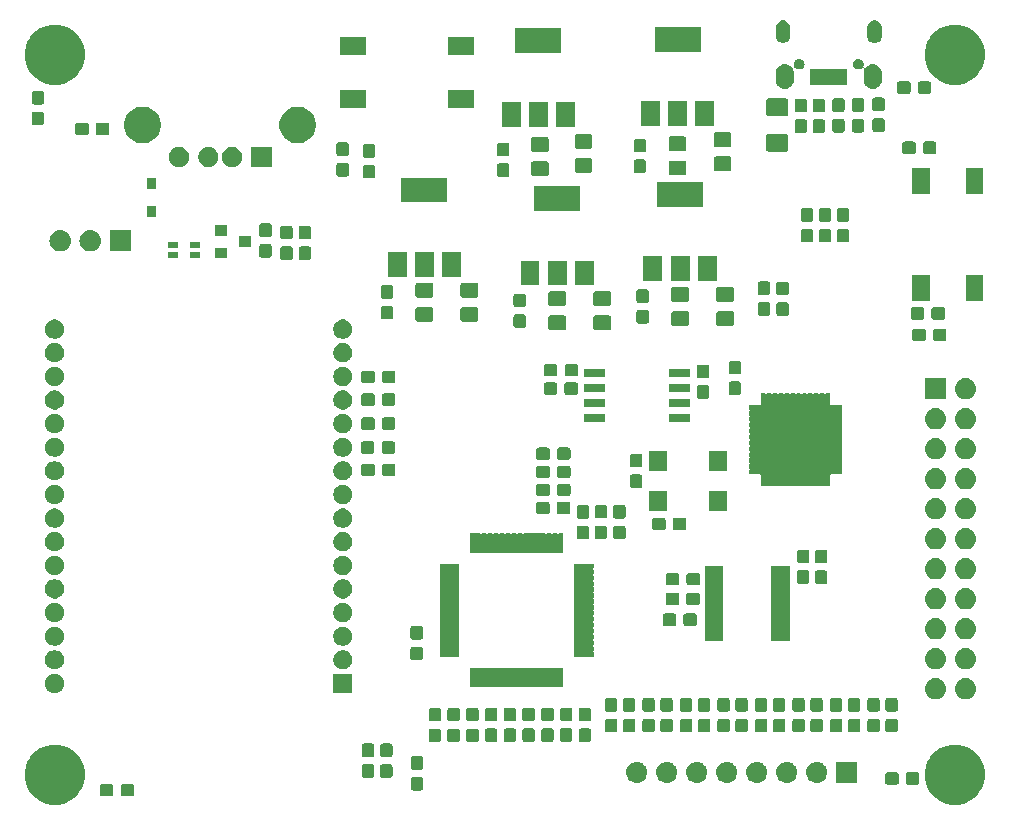
<source format=gbr>
G04 #@! TF.GenerationSoftware,KiCad,Pcbnew,5.1.4+dfsg1-1*
G04 #@! TF.CreationDate,2020-05-25T12:06:47-05:00*
G04 #@! TF.ProjectId,try1,74727931-2e6b-4696-9361-645f70636258,rev?*
G04 #@! TF.SameCoordinates,Original*
G04 #@! TF.FileFunction,Soldermask,Top*
G04 #@! TF.FilePolarity,Negative*
%FSLAX46Y46*%
G04 Gerber Fmt 4.6, Leading zero omitted, Abs format (unit mm)*
G04 Created by KiCad (PCBNEW 5.1.4+dfsg1-1) date 2020-05-25 12:06:47*
%MOMM*%
%LPD*%
G04 APERTURE LIST*
%ADD10C,0.100000*%
G04 APERTURE END LIST*
D10*
G36*
X113774098Y-104227033D02*
G01*
X114238350Y-104419332D01*
X114238352Y-104419333D01*
X114656168Y-104698509D01*
X115011491Y-105053832D01*
X115141233Y-105248005D01*
X115290668Y-105471650D01*
X115482967Y-105935902D01*
X115581000Y-106428747D01*
X115581000Y-106931253D01*
X115482967Y-107424098D01*
X115300901Y-107863646D01*
X115290667Y-107888352D01*
X115011491Y-108306168D01*
X114656168Y-108661491D01*
X114238352Y-108940667D01*
X114238351Y-108940668D01*
X114238350Y-108940668D01*
X113774098Y-109132967D01*
X113281253Y-109231000D01*
X112778747Y-109231000D01*
X112285902Y-109132967D01*
X111821650Y-108940668D01*
X111821649Y-108940668D01*
X111821648Y-108940667D01*
X111403832Y-108661491D01*
X111048509Y-108306168D01*
X110769333Y-107888352D01*
X110759099Y-107863646D01*
X110577033Y-107424098D01*
X110479000Y-106931253D01*
X110479000Y-106428747D01*
X110577033Y-105935902D01*
X110769332Y-105471650D01*
X110918767Y-105248005D01*
X111048509Y-105053832D01*
X111403832Y-104698509D01*
X111821648Y-104419333D01*
X111821650Y-104419332D01*
X112285902Y-104227033D01*
X112778747Y-104129000D01*
X113281253Y-104129000D01*
X113774098Y-104227033D01*
X113774098Y-104227033D01*
G37*
G36*
X37574098Y-104227033D02*
G01*
X38038350Y-104419332D01*
X38038352Y-104419333D01*
X38456168Y-104698509D01*
X38811491Y-105053832D01*
X38941233Y-105248005D01*
X39090668Y-105471650D01*
X39282967Y-105935902D01*
X39381000Y-106428747D01*
X39381000Y-106931253D01*
X39282967Y-107424098D01*
X39100901Y-107863646D01*
X39090667Y-107888352D01*
X38811491Y-108306168D01*
X38456168Y-108661491D01*
X38038352Y-108940667D01*
X38038351Y-108940668D01*
X38038350Y-108940668D01*
X37574098Y-109132967D01*
X37081253Y-109231000D01*
X36578747Y-109231000D01*
X36085902Y-109132967D01*
X35621650Y-108940668D01*
X35621649Y-108940668D01*
X35621648Y-108940667D01*
X35203832Y-108661491D01*
X34848509Y-108306168D01*
X34569333Y-107888352D01*
X34559099Y-107863646D01*
X34377033Y-107424098D01*
X34279000Y-106931253D01*
X34279000Y-106428747D01*
X34377033Y-105935902D01*
X34569332Y-105471650D01*
X34718767Y-105248005D01*
X34848509Y-105053832D01*
X35203832Y-104698509D01*
X35621648Y-104419333D01*
X35621650Y-104419332D01*
X36085902Y-104227033D01*
X36578747Y-104129000D01*
X37081253Y-104129000D01*
X37574098Y-104227033D01*
X37574098Y-104227033D01*
G37*
G36*
X41641299Y-107478445D02*
G01*
X41678795Y-107489820D01*
X41713354Y-107508292D01*
X41743647Y-107533153D01*
X41768508Y-107563446D01*
X41786980Y-107598005D01*
X41798355Y-107635501D01*
X41802800Y-107680638D01*
X41802800Y-108319362D01*
X41798355Y-108364499D01*
X41786980Y-108401995D01*
X41768508Y-108436554D01*
X41743647Y-108466847D01*
X41713354Y-108491708D01*
X41678795Y-108510180D01*
X41641299Y-108521555D01*
X41596162Y-108526000D01*
X40857438Y-108526000D01*
X40812301Y-108521555D01*
X40774805Y-108510180D01*
X40740246Y-108491708D01*
X40709953Y-108466847D01*
X40685092Y-108436554D01*
X40666620Y-108401995D01*
X40655245Y-108364499D01*
X40650800Y-108319362D01*
X40650800Y-107680638D01*
X40655245Y-107635501D01*
X40666620Y-107598005D01*
X40685092Y-107563446D01*
X40709953Y-107533153D01*
X40740246Y-107508292D01*
X40774805Y-107489820D01*
X40812301Y-107478445D01*
X40857438Y-107474000D01*
X41596162Y-107474000D01*
X41641299Y-107478445D01*
X41641299Y-107478445D01*
G37*
G36*
X43391299Y-107478445D02*
G01*
X43428795Y-107489820D01*
X43463354Y-107508292D01*
X43493647Y-107533153D01*
X43518508Y-107563446D01*
X43536980Y-107598005D01*
X43548355Y-107635501D01*
X43552800Y-107680638D01*
X43552800Y-108319362D01*
X43548355Y-108364499D01*
X43536980Y-108401995D01*
X43518508Y-108436554D01*
X43493647Y-108466847D01*
X43463354Y-108491708D01*
X43428795Y-108510180D01*
X43391299Y-108521555D01*
X43346162Y-108526000D01*
X42607438Y-108526000D01*
X42562301Y-108521555D01*
X42524805Y-108510180D01*
X42490246Y-108491708D01*
X42459953Y-108466847D01*
X42435092Y-108436554D01*
X42416620Y-108401995D01*
X42405245Y-108364499D01*
X42400800Y-108319362D01*
X42400800Y-107680638D01*
X42405245Y-107635501D01*
X42416620Y-107598005D01*
X42435092Y-107563446D01*
X42459953Y-107533153D01*
X42490246Y-107508292D01*
X42524805Y-107489820D01*
X42562301Y-107478445D01*
X42607438Y-107474000D01*
X43346162Y-107474000D01*
X43391299Y-107478445D01*
X43391299Y-107478445D01*
G37*
G36*
X67864499Y-106878445D02*
G01*
X67901995Y-106889820D01*
X67936554Y-106908292D01*
X67966847Y-106933153D01*
X67991708Y-106963446D01*
X68010180Y-106998005D01*
X68021555Y-107035501D01*
X68026000Y-107080638D01*
X68026000Y-107819362D01*
X68021555Y-107864499D01*
X68010180Y-107901995D01*
X67991708Y-107936554D01*
X67966847Y-107966847D01*
X67936554Y-107991708D01*
X67901995Y-108010180D01*
X67864499Y-108021555D01*
X67819362Y-108026000D01*
X67180638Y-108026000D01*
X67135501Y-108021555D01*
X67098005Y-108010180D01*
X67063446Y-107991708D01*
X67033153Y-107966847D01*
X67008292Y-107936554D01*
X66989820Y-107901995D01*
X66978445Y-107864499D01*
X66974000Y-107819362D01*
X66974000Y-107080638D01*
X66978445Y-107035501D01*
X66989820Y-106998005D01*
X67008292Y-106963446D01*
X67033153Y-106933153D01*
X67063446Y-106908292D01*
X67098005Y-106889820D01*
X67135501Y-106878445D01*
X67180638Y-106874000D01*
X67819362Y-106874000D01*
X67864499Y-106878445D01*
X67864499Y-106878445D01*
G37*
G36*
X109874499Y-106478445D02*
G01*
X109911995Y-106489820D01*
X109946554Y-106508292D01*
X109976847Y-106533153D01*
X110001708Y-106563446D01*
X110020180Y-106598005D01*
X110031555Y-106635501D01*
X110036000Y-106680638D01*
X110036000Y-107319362D01*
X110031555Y-107364499D01*
X110020180Y-107401995D01*
X110001708Y-107436554D01*
X109976847Y-107466847D01*
X109946554Y-107491708D01*
X109911995Y-107510180D01*
X109874499Y-107521555D01*
X109829362Y-107526000D01*
X109090638Y-107526000D01*
X109045501Y-107521555D01*
X109008005Y-107510180D01*
X108973446Y-107491708D01*
X108943153Y-107466847D01*
X108918292Y-107436554D01*
X108899820Y-107401995D01*
X108888445Y-107364499D01*
X108884000Y-107319362D01*
X108884000Y-106680638D01*
X108888445Y-106635501D01*
X108899820Y-106598005D01*
X108918292Y-106563446D01*
X108943153Y-106533153D01*
X108973446Y-106508292D01*
X109008005Y-106489820D01*
X109045501Y-106478445D01*
X109090638Y-106474000D01*
X109829362Y-106474000D01*
X109874499Y-106478445D01*
X109874499Y-106478445D01*
G37*
G36*
X108124499Y-106478445D02*
G01*
X108161995Y-106489820D01*
X108196554Y-106508292D01*
X108226847Y-106533153D01*
X108251708Y-106563446D01*
X108270180Y-106598005D01*
X108281555Y-106635501D01*
X108286000Y-106680638D01*
X108286000Y-107319362D01*
X108281555Y-107364499D01*
X108270180Y-107401995D01*
X108251708Y-107436554D01*
X108226847Y-107466847D01*
X108196554Y-107491708D01*
X108161995Y-107510180D01*
X108124499Y-107521555D01*
X108079362Y-107526000D01*
X107340638Y-107526000D01*
X107295501Y-107521555D01*
X107258005Y-107510180D01*
X107223446Y-107491708D01*
X107193153Y-107466847D01*
X107168292Y-107436554D01*
X107149820Y-107401995D01*
X107138445Y-107364499D01*
X107134000Y-107319362D01*
X107134000Y-106680638D01*
X107138445Y-106635501D01*
X107149820Y-106598005D01*
X107168292Y-106563446D01*
X107193153Y-106533153D01*
X107223446Y-106508292D01*
X107258005Y-106489820D01*
X107295501Y-106478445D01*
X107340638Y-106474000D01*
X108079362Y-106474000D01*
X108124499Y-106478445D01*
X108124499Y-106478445D01*
G37*
G36*
X86203743Y-105595019D02*
G01*
X86269927Y-105601537D01*
X86439766Y-105653057D01*
X86596291Y-105736722D01*
X86632029Y-105766052D01*
X86733486Y-105849314D01*
X86787232Y-105914805D01*
X86846078Y-105986509D01*
X86929743Y-106143034D01*
X86981263Y-106312873D01*
X86998659Y-106489500D01*
X86981263Y-106666127D01*
X86929743Y-106835966D01*
X86846078Y-106992491D01*
X86816748Y-107028229D01*
X86733486Y-107129686D01*
X86632029Y-107212948D01*
X86596291Y-107242278D01*
X86439766Y-107325943D01*
X86269927Y-107377463D01*
X86203743Y-107383981D01*
X86137560Y-107390500D01*
X86049040Y-107390500D01*
X85982857Y-107383981D01*
X85916673Y-107377463D01*
X85746834Y-107325943D01*
X85590309Y-107242278D01*
X85554571Y-107212948D01*
X85453114Y-107129686D01*
X85369852Y-107028229D01*
X85340522Y-106992491D01*
X85256857Y-106835966D01*
X85205337Y-106666127D01*
X85187941Y-106489500D01*
X85205337Y-106312873D01*
X85256857Y-106143034D01*
X85340522Y-105986509D01*
X85399368Y-105914805D01*
X85453114Y-105849314D01*
X85554571Y-105766052D01*
X85590309Y-105736722D01*
X85746834Y-105653057D01*
X85916673Y-105601537D01*
X85982858Y-105595018D01*
X86049040Y-105588500D01*
X86137560Y-105588500D01*
X86203743Y-105595019D01*
X86203743Y-105595019D01*
G37*
G36*
X88743743Y-105595019D02*
G01*
X88809927Y-105601537D01*
X88979766Y-105653057D01*
X89136291Y-105736722D01*
X89172029Y-105766052D01*
X89273486Y-105849314D01*
X89327232Y-105914805D01*
X89386078Y-105986509D01*
X89469743Y-106143034D01*
X89521263Y-106312873D01*
X89538659Y-106489500D01*
X89521263Y-106666127D01*
X89469743Y-106835966D01*
X89386078Y-106992491D01*
X89356748Y-107028229D01*
X89273486Y-107129686D01*
X89172029Y-107212948D01*
X89136291Y-107242278D01*
X88979766Y-107325943D01*
X88809927Y-107377463D01*
X88743743Y-107383981D01*
X88677560Y-107390500D01*
X88589040Y-107390500D01*
X88522857Y-107383981D01*
X88456673Y-107377463D01*
X88286834Y-107325943D01*
X88130309Y-107242278D01*
X88094571Y-107212948D01*
X87993114Y-107129686D01*
X87909852Y-107028229D01*
X87880522Y-106992491D01*
X87796857Y-106835966D01*
X87745337Y-106666127D01*
X87727941Y-106489500D01*
X87745337Y-106312873D01*
X87796857Y-106143034D01*
X87880522Y-105986509D01*
X87939368Y-105914805D01*
X87993114Y-105849314D01*
X88094571Y-105766052D01*
X88130309Y-105736722D01*
X88286834Y-105653057D01*
X88456673Y-105601537D01*
X88522858Y-105595018D01*
X88589040Y-105588500D01*
X88677560Y-105588500D01*
X88743743Y-105595019D01*
X88743743Y-105595019D01*
G37*
G36*
X91283743Y-105595019D02*
G01*
X91349927Y-105601537D01*
X91519766Y-105653057D01*
X91676291Y-105736722D01*
X91712029Y-105766052D01*
X91813486Y-105849314D01*
X91867232Y-105914805D01*
X91926078Y-105986509D01*
X92009743Y-106143034D01*
X92061263Y-106312873D01*
X92078659Y-106489500D01*
X92061263Y-106666127D01*
X92009743Y-106835966D01*
X91926078Y-106992491D01*
X91896748Y-107028229D01*
X91813486Y-107129686D01*
X91712029Y-107212948D01*
X91676291Y-107242278D01*
X91519766Y-107325943D01*
X91349927Y-107377463D01*
X91283743Y-107383981D01*
X91217560Y-107390500D01*
X91129040Y-107390500D01*
X91062857Y-107383981D01*
X90996673Y-107377463D01*
X90826834Y-107325943D01*
X90670309Y-107242278D01*
X90634571Y-107212948D01*
X90533114Y-107129686D01*
X90449852Y-107028229D01*
X90420522Y-106992491D01*
X90336857Y-106835966D01*
X90285337Y-106666127D01*
X90267941Y-106489500D01*
X90285337Y-106312873D01*
X90336857Y-106143034D01*
X90420522Y-105986509D01*
X90479368Y-105914805D01*
X90533114Y-105849314D01*
X90634571Y-105766052D01*
X90670309Y-105736722D01*
X90826834Y-105653057D01*
X90996673Y-105601537D01*
X91062858Y-105595018D01*
X91129040Y-105588500D01*
X91217560Y-105588500D01*
X91283743Y-105595019D01*
X91283743Y-105595019D01*
G37*
G36*
X93823743Y-105595019D02*
G01*
X93889927Y-105601537D01*
X94059766Y-105653057D01*
X94216291Y-105736722D01*
X94252029Y-105766052D01*
X94353486Y-105849314D01*
X94407232Y-105914805D01*
X94466078Y-105986509D01*
X94549743Y-106143034D01*
X94601263Y-106312873D01*
X94618659Y-106489500D01*
X94601263Y-106666127D01*
X94549743Y-106835966D01*
X94466078Y-106992491D01*
X94436748Y-107028229D01*
X94353486Y-107129686D01*
X94252029Y-107212948D01*
X94216291Y-107242278D01*
X94059766Y-107325943D01*
X93889927Y-107377463D01*
X93823743Y-107383981D01*
X93757560Y-107390500D01*
X93669040Y-107390500D01*
X93602857Y-107383981D01*
X93536673Y-107377463D01*
X93366834Y-107325943D01*
X93210309Y-107242278D01*
X93174571Y-107212948D01*
X93073114Y-107129686D01*
X92989852Y-107028229D01*
X92960522Y-106992491D01*
X92876857Y-106835966D01*
X92825337Y-106666127D01*
X92807941Y-106489500D01*
X92825337Y-106312873D01*
X92876857Y-106143034D01*
X92960522Y-105986509D01*
X93019368Y-105914805D01*
X93073114Y-105849314D01*
X93174571Y-105766052D01*
X93210309Y-105736722D01*
X93366834Y-105653057D01*
X93536673Y-105601537D01*
X93602858Y-105595018D01*
X93669040Y-105588500D01*
X93757560Y-105588500D01*
X93823743Y-105595019D01*
X93823743Y-105595019D01*
G37*
G36*
X96363743Y-105595019D02*
G01*
X96429927Y-105601537D01*
X96599766Y-105653057D01*
X96756291Y-105736722D01*
X96792029Y-105766052D01*
X96893486Y-105849314D01*
X96947232Y-105914805D01*
X97006078Y-105986509D01*
X97089743Y-106143034D01*
X97141263Y-106312873D01*
X97158659Y-106489500D01*
X97141263Y-106666127D01*
X97089743Y-106835966D01*
X97006078Y-106992491D01*
X96976748Y-107028229D01*
X96893486Y-107129686D01*
X96792029Y-107212948D01*
X96756291Y-107242278D01*
X96599766Y-107325943D01*
X96429927Y-107377463D01*
X96363743Y-107383981D01*
X96297560Y-107390500D01*
X96209040Y-107390500D01*
X96142857Y-107383981D01*
X96076673Y-107377463D01*
X95906834Y-107325943D01*
X95750309Y-107242278D01*
X95714571Y-107212948D01*
X95613114Y-107129686D01*
X95529852Y-107028229D01*
X95500522Y-106992491D01*
X95416857Y-106835966D01*
X95365337Y-106666127D01*
X95347941Y-106489500D01*
X95365337Y-106312873D01*
X95416857Y-106143034D01*
X95500522Y-105986509D01*
X95559368Y-105914805D01*
X95613114Y-105849314D01*
X95714571Y-105766052D01*
X95750309Y-105736722D01*
X95906834Y-105653057D01*
X96076673Y-105601537D01*
X96142858Y-105595018D01*
X96209040Y-105588500D01*
X96297560Y-105588500D01*
X96363743Y-105595019D01*
X96363743Y-105595019D01*
G37*
G36*
X98903743Y-105595019D02*
G01*
X98969927Y-105601537D01*
X99139766Y-105653057D01*
X99296291Y-105736722D01*
X99332029Y-105766052D01*
X99433486Y-105849314D01*
X99487232Y-105914805D01*
X99546078Y-105986509D01*
X99629743Y-106143034D01*
X99681263Y-106312873D01*
X99698659Y-106489500D01*
X99681263Y-106666127D01*
X99629743Y-106835966D01*
X99546078Y-106992491D01*
X99516748Y-107028229D01*
X99433486Y-107129686D01*
X99332029Y-107212948D01*
X99296291Y-107242278D01*
X99139766Y-107325943D01*
X98969927Y-107377463D01*
X98903743Y-107383981D01*
X98837560Y-107390500D01*
X98749040Y-107390500D01*
X98682857Y-107383981D01*
X98616673Y-107377463D01*
X98446834Y-107325943D01*
X98290309Y-107242278D01*
X98254571Y-107212948D01*
X98153114Y-107129686D01*
X98069852Y-107028229D01*
X98040522Y-106992491D01*
X97956857Y-106835966D01*
X97905337Y-106666127D01*
X97887941Y-106489500D01*
X97905337Y-106312873D01*
X97956857Y-106143034D01*
X98040522Y-105986509D01*
X98099368Y-105914805D01*
X98153114Y-105849314D01*
X98254571Y-105766052D01*
X98290309Y-105736722D01*
X98446834Y-105653057D01*
X98616673Y-105601537D01*
X98682858Y-105595018D01*
X98749040Y-105588500D01*
X98837560Y-105588500D01*
X98903743Y-105595019D01*
X98903743Y-105595019D01*
G37*
G36*
X101443743Y-105595019D02*
G01*
X101509927Y-105601537D01*
X101679766Y-105653057D01*
X101836291Y-105736722D01*
X101872029Y-105766052D01*
X101973486Y-105849314D01*
X102027232Y-105914805D01*
X102086078Y-105986509D01*
X102169743Y-106143034D01*
X102221263Y-106312873D01*
X102238659Y-106489500D01*
X102221263Y-106666127D01*
X102169743Y-106835966D01*
X102086078Y-106992491D01*
X102056748Y-107028229D01*
X101973486Y-107129686D01*
X101872029Y-107212948D01*
X101836291Y-107242278D01*
X101679766Y-107325943D01*
X101509927Y-107377463D01*
X101443743Y-107383981D01*
X101377560Y-107390500D01*
X101289040Y-107390500D01*
X101222857Y-107383981D01*
X101156673Y-107377463D01*
X100986834Y-107325943D01*
X100830309Y-107242278D01*
X100794571Y-107212948D01*
X100693114Y-107129686D01*
X100609852Y-107028229D01*
X100580522Y-106992491D01*
X100496857Y-106835966D01*
X100445337Y-106666127D01*
X100427941Y-106489500D01*
X100445337Y-106312873D01*
X100496857Y-106143034D01*
X100580522Y-105986509D01*
X100639368Y-105914805D01*
X100693114Y-105849314D01*
X100794571Y-105766052D01*
X100830309Y-105736722D01*
X100986834Y-105653057D01*
X101156673Y-105601537D01*
X101222858Y-105595018D01*
X101289040Y-105588500D01*
X101377560Y-105588500D01*
X101443743Y-105595019D01*
X101443743Y-105595019D01*
G37*
G36*
X104774300Y-107390500D02*
G01*
X102972300Y-107390500D01*
X102972300Y-105588500D01*
X104774300Y-105588500D01*
X104774300Y-107390500D01*
X104774300Y-107390500D01*
G37*
G36*
X63714499Y-105795245D02*
G01*
X63751995Y-105806620D01*
X63786554Y-105825092D01*
X63816847Y-105849953D01*
X63841708Y-105880246D01*
X63860180Y-105914805D01*
X63871555Y-105952301D01*
X63876000Y-105997438D01*
X63876000Y-106736162D01*
X63871555Y-106781299D01*
X63860180Y-106818795D01*
X63841708Y-106853354D01*
X63816847Y-106883647D01*
X63786554Y-106908508D01*
X63751995Y-106926980D01*
X63714499Y-106938355D01*
X63669362Y-106942800D01*
X63030638Y-106942800D01*
X62985501Y-106938355D01*
X62948005Y-106926980D01*
X62913446Y-106908508D01*
X62883153Y-106883647D01*
X62858292Y-106853354D01*
X62839820Y-106818795D01*
X62828445Y-106781299D01*
X62824000Y-106736162D01*
X62824000Y-105997438D01*
X62828445Y-105952301D01*
X62839820Y-105914805D01*
X62858292Y-105880246D01*
X62883153Y-105849953D01*
X62913446Y-105825092D01*
X62948005Y-105806620D01*
X62985501Y-105795245D01*
X63030638Y-105790800D01*
X63669362Y-105790800D01*
X63714499Y-105795245D01*
X63714499Y-105795245D01*
G37*
G36*
X65264499Y-105795245D02*
G01*
X65301995Y-105806620D01*
X65336554Y-105825092D01*
X65366847Y-105849953D01*
X65391708Y-105880246D01*
X65410180Y-105914805D01*
X65421555Y-105952301D01*
X65426000Y-105997438D01*
X65426000Y-106736162D01*
X65421555Y-106781299D01*
X65410180Y-106818795D01*
X65391708Y-106853354D01*
X65366847Y-106883647D01*
X65336554Y-106908508D01*
X65301995Y-106926980D01*
X65264499Y-106938355D01*
X65219362Y-106942800D01*
X64580638Y-106942800D01*
X64535501Y-106938355D01*
X64498005Y-106926980D01*
X64463446Y-106908508D01*
X64433153Y-106883647D01*
X64408292Y-106853354D01*
X64389820Y-106818795D01*
X64378445Y-106781299D01*
X64374000Y-106736162D01*
X64374000Y-105997438D01*
X64378445Y-105952301D01*
X64389820Y-105914805D01*
X64408292Y-105880246D01*
X64433153Y-105849953D01*
X64463446Y-105825092D01*
X64498005Y-105806620D01*
X64535501Y-105795245D01*
X64580638Y-105790800D01*
X65219362Y-105790800D01*
X65264499Y-105795245D01*
X65264499Y-105795245D01*
G37*
G36*
X67864499Y-105128445D02*
G01*
X67901995Y-105139820D01*
X67936554Y-105158292D01*
X67966847Y-105183153D01*
X67991708Y-105213446D01*
X68010180Y-105248005D01*
X68021555Y-105285501D01*
X68026000Y-105330638D01*
X68026000Y-106069362D01*
X68021555Y-106114499D01*
X68010180Y-106151995D01*
X67991708Y-106186554D01*
X67966847Y-106216847D01*
X67936554Y-106241708D01*
X67901995Y-106260180D01*
X67864499Y-106271555D01*
X67819362Y-106276000D01*
X67180638Y-106276000D01*
X67135501Y-106271555D01*
X67098005Y-106260180D01*
X67063446Y-106241708D01*
X67033153Y-106216847D01*
X67008292Y-106186554D01*
X66989820Y-106151995D01*
X66978445Y-106114499D01*
X66974000Y-106069362D01*
X66974000Y-105330638D01*
X66978445Y-105285501D01*
X66989820Y-105248005D01*
X67008292Y-105213446D01*
X67033153Y-105183153D01*
X67063446Y-105158292D01*
X67098005Y-105139820D01*
X67135501Y-105128445D01*
X67180638Y-105124000D01*
X67819362Y-105124000D01*
X67864499Y-105128445D01*
X67864499Y-105128445D01*
G37*
G36*
X65264499Y-104045245D02*
G01*
X65301995Y-104056620D01*
X65336554Y-104075092D01*
X65366847Y-104099953D01*
X65391708Y-104130246D01*
X65410180Y-104164805D01*
X65421555Y-104202301D01*
X65426000Y-104247438D01*
X65426000Y-104986162D01*
X65421555Y-105031299D01*
X65410180Y-105068795D01*
X65391708Y-105103354D01*
X65366847Y-105133647D01*
X65336554Y-105158508D01*
X65301995Y-105176980D01*
X65264499Y-105188355D01*
X65219362Y-105192800D01*
X64580638Y-105192800D01*
X64535501Y-105188355D01*
X64498005Y-105176980D01*
X64463446Y-105158508D01*
X64433153Y-105133647D01*
X64408292Y-105103354D01*
X64389820Y-105068795D01*
X64378445Y-105031299D01*
X64374000Y-104986162D01*
X64374000Y-104247438D01*
X64378445Y-104202301D01*
X64389820Y-104164805D01*
X64408292Y-104130246D01*
X64433153Y-104099953D01*
X64463446Y-104075092D01*
X64498005Y-104056620D01*
X64535501Y-104045245D01*
X64580638Y-104040800D01*
X65219362Y-104040800D01*
X65264499Y-104045245D01*
X65264499Y-104045245D01*
G37*
G36*
X63714499Y-104045245D02*
G01*
X63751995Y-104056620D01*
X63786554Y-104075092D01*
X63816847Y-104099953D01*
X63841708Y-104130246D01*
X63860180Y-104164805D01*
X63871555Y-104202301D01*
X63876000Y-104247438D01*
X63876000Y-104986162D01*
X63871555Y-105031299D01*
X63860180Y-105068795D01*
X63841708Y-105103354D01*
X63816847Y-105133647D01*
X63786554Y-105158508D01*
X63751995Y-105176980D01*
X63714499Y-105188355D01*
X63669362Y-105192800D01*
X63030638Y-105192800D01*
X62985501Y-105188355D01*
X62948005Y-105176980D01*
X62913446Y-105158508D01*
X62883153Y-105133647D01*
X62858292Y-105103354D01*
X62839820Y-105068795D01*
X62828445Y-105031299D01*
X62824000Y-104986162D01*
X62824000Y-104247438D01*
X62828445Y-104202301D01*
X62839820Y-104164805D01*
X62858292Y-104130246D01*
X62883153Y-104099953D01*
X62913446Y-104075092D01*
X62948005Y-104056620D01*
X62985501Y-104045245D01*
X63030638Y-104040800D01*
X63669362Y-104040800D01*
X63714499Y-104045245D01*
X63714499Y-104045245D01*
G37*
G36*
X72551299Y-102780945D02*
G01*
X72588795Y-102792320D01*
X72623354Y-102810792D01*
X72653647Y-102835653D01*
X72678508Y-102865946D01*
X72696980Y-102900505D01*
X72708355Y-102938001D01*
X72712800Y-102983138D01*
X72712800Y-103721862D01*
X72708355Y-103766999D01*
X72696980Y-103804495D01*
X72678508Y-103839054D01*
X72653647Y-103869347D01*
X72623354Y-103894208D01*
X72588795Y-103912680D01*
X72551299Y-103924055D01*
X72506162Y-103928500D01*
X71867438Y-103928500D01*
X71822301Y-103924055D01*
X71784805Y-103912680D01*
X71750246Y-103894208D01*
X71719953Y-103869347D01*
X71695092Y-103839054D01*
X71676620Y-103804495D01*
X71665245Y-103766999D01*
X71660800Y-103721862D01*
X71660800Y-102983138D01*
X71665245Y-102938001D01*
X71676620Y-102900505D01*
X71695092Y-102865946D01*
X71719953Y-102835653D01*
X71750246Y-102810792D01*
X71784805Y-102792320D01*
X71822301Y-102780945D01*
X71867438Y-102776500D01*
X72506162Y-102776500D01*
X72551299Y-102780945D01*
X72551299Y-102780945D01*
G37*
G36*
X70963799Y-102780945D02*
G01*
X71001295Y-102792320D01*
X71035854Y-102810792D01*
X71066147Y-102835653D01*
X71091008Y-102865946D01*
X71109480Y-102900505D01*
X71120855Y-102938001D01*
X71125300Y-102983138D01*
X71125300Y-103721862D01*
X71120855Y-103766999D01*
X71109480Y-103804495D01*
X71091008Y-103839054D01*
X71066147Y-103869347D01*
X71035854Y-103894208D01*
X71001295Y-103912680D01*
X70963799Y-103924055D01*
X70918662Y-103928500D01*
X70279938Y-103928500D01*
X70234801Y-103924055D01*
X70197305Y-103912680D01*
X70162746Y-103894208D01*
X70132453Y-103869347D01*
X70107592Y-103839054D01*
X70089120Y-103804495D01*
X70077745Y-103766999D01*
X70073300Y-103721862D01*
X70073300Y-102983138D01*
X70077745Y-102938001D01*
X70089120Y-102900505D01*
X70107592Y-102865946D01*
X70132453Y-102835653D01*
X70162746Y-102810792D01*
X70197305Y-102792320D01*
X70234801Y-102780945D01*
X70279938Y-102776500D01*
X70918662Y-102776500D01*
X70963799Y-102780945D01*
X70963799Y-102780945D01*
G37*
G36*
X69376299Y-102780945D02*
G01*
X69413795Y-102792320D01*
X69448354Y-102810792D01*
X69478647Y-102835653D01*
X69503508Y-102865946D01*
X69521980Y-102900505D01*
X69533355Y-102938001D01*
X69537800Y-102983138D01*
X69537800Y-103721862D01*
X69533355Y-103766999D01*
X69521980Y-103804495D01*
X69503508Y-103839054D01*
X69478647Y-103869347D01*
X69448354Y-103894208D01*
X69413795Y-103912680D01*
X69376299Y-103924055D01*
X69331162Y-103928500D01*
X68692438Y-103928500D01*
X68647301Y-103924055D01*
X68609805Y-103912680D01*
X68575246Y-103894208D01*
X68544953Y-103869347D01*
X68520092Y-103839054D01*
X68501620Y-103804495D01*
X68490245Y-103766999D01*
X68485800Y-103721862D01*
X68485800Y-102983138D01*
X68490245Y-102938001D01*
X68501620Y-102900505D01*
X68520092Y-102865946D01*
X68544953Y-102835653D01*
X68575246Y-102810792D01*
X68609805Y-102792320D01*
X68647301Y-102780945D01*
X68692438Y-102776500D01*
X69331162Y-102776500D01*
X69376299Y-102780945D01*
X69376299Y-102780945D01*
G37*
G36*
X74138799Y-102766945D02*
G01*
X74176295Y-102778320D01*
X74210854Y-102796792D01*
X74241147Y-102821653D01*
X74266008Y-102851946D01*
X74284480Y-102886505D01*
X74295855Y-102924001D01*
X74300300Y-102969138D01*
X74300300Y-103707862D01*
X74295855Y-103752999D01*
X74284480Y-103790495D01*
X74266008Y-103825054D01*
X74241147Y-103855347D01*
X74210854Y-103880208D01*
X74176295Y-103898680D01*
X74138799Y-103910055D01*
X74093662Y-103914500D01*
X73454938Y-103914500D01*
X73409801Y-103910055D01*
X73372305Y-103898680D01*
X73337746Y-103880208D01*
X73307453Y-103855347D01*
X73282592Y-103825054D01*
X73264120Y-103790495D01*
X73252745Y-103752999D01*
X73248300Y-103707862D01*
X73248300Y-102969138D01*
X73252745Y-102924001D01*
X73264120Y-102886505D01*
X73282592Y-102851946D01*
X73307453Y-102821653D01*
X73337746Y-102796792D01*
X73372305Y-102778320D01*
X73409801Y-102766945D01*
X73454938Y-102762500D01*
X74093662Y-102762500D01*
X74138799Y-102766945D01*
X74138799Y-102766945D01*
G37*
G36*
X82076299Y-102766945D02*
G01*
X82113795Y-102778320D01*
X82148354Y-102796792D01*
X82178647Y-102821653D01*
X82203508Y-102851946D01*
X82221980Y-102886505D01*
X82233355Y-102924001D01*
X82237800Y-102969138D01*
X82237800Y-103707862D01*
X82233355Y-103752999D01*
X82221980Y-103790495D01*
X82203508Y-103825054D01*
X82178647Y-103855347D01*
X82148354Y-103880208D01*
X82113795Y-103898680D01*
X82076299Y-103910055D01*
X82031162Y-103914500D01*
X81392438Y-103914500D01*
X81347301Y-103910055D01*
X81309805Y-103898680D01*
X81275246Y-103880208D01*
X81244953Y-103855347D01*
X81220092Y-103825054D01*
X81201620Y-103790495D01*
X81190245Y-103752999D01*
X81185800Y-103707862D01*
X81185800Y-102969138D01*
X81190245Y-102924001D01*
X81201620Y-102886505D01*
X81220092Y-102851946D01*
X81244953Y-102821653D01*
X81275246Y-102796792D01*
X81309805Y-102778320D01*
X81347301Y-102766945D01*
X81392438Y-102762500D01*
X82031162Y-102762500D01*
X82076299Y-102766945D01*
X82076299Y-102766945D01*
G37*
G36*
X75726299Y-102766945D02*
G01*
X75763795Y-102778320D01*
X75798354Y-102796792D01*
X75828647Y-102821653D01*
X75853508Y-102851946D01*
X75871980Y-102886505D01*
X75883355Y-102924001D01*
X75887800Y-102969138D01*
X75887800Y-103707862D01*
X75883355Y-103752999D01*
X75871980Y-103790495D01*
X75853508Y-103825054D01*
X75828647Y-103855347D01*
X75798354Y-103880208D01*
X75763795Y-103898680D01*
X75726299Y-103910055D01*
X75681162Y-103914500D01*
X75042438Y-103914500D01*
X74997301Y-103910055D01*
X74959805Y-103898680D01*
X74925246Y-103880208D01*
X74894953Y-103855347D01*
X74870092Y-103825054D01*
X74851620Y-103790495D01*
X74840245Y-103752999D01*
X74835800Y-103707862D01*
X74835800Y-102969138D01*
X74840245Y-102924001D01*
X74851620Y-102886505D01*
X74870092Y-102851946D01*
X74894953Y-102821653D01*
X74925246Y-102796792D01*
X74959805Y-102778320D01*
X74997301Y-102766945D01*
X75042438Y-102762500D01*
X75681162Y-102762500D01*
X75726299Y-102766945D01*
X75726299Y-102766945D01*
G37*
G36*
X78901299Y-102752945D02*
G01*
X78938795Y-102764320D01*
X78973354Y-102782792D01*
X79003647Y-102807653D01*
X79028508Y-102837946D01*
X79046980Y-102872505D01*
X79058355Y-102910001D01*
X79062800Y-102955138D01*
X79062800Y-103693862D01*
X79058355Y-103738999D01*
X79046980Y-103776495D01*
X79028508Y-103811054D01*
X79003647Y-103841347D01*
X78973354Y-103866208D01*
X78938795Y-103884680D01*
X78901299Y-103896055D01*
X78856162Y-103900500D01*
X78217438Y-103900500D01*
X78172301Y-103896055D01*
X78134805Y-103884680D01*
X78100246Y-103866208D01*
X78069953Y-103841347D01*
X78045092Y-103811054D01*
X78026620Y-103776495D01*
X78015245Y-103738999D01*
X78010800Y-103693862D01*
X78010800Y-102955138D01*
X78015245Y-102910001D01*
X78026620Y-102872505D01*
X78045092Y-102837946D01*
X78069953Y-102807653D01*
X78100246Y-102782792D01*
X78134805Y-102764320D01*
X78172301Y-102752945D01*
X78217438Y-102748500D01*
X78856162Y-102748500D01*
X78901299Y-102752945D01*
X78901299Y-102752945D01*
G37*
G36*
X77313799Y-102752945D02*
G01*
X77351295Y-102764320D01*
X77385854Y-102782792D01*
X77416147Y-102807653D01*
X77441008Y-102837946D01*
X77459480Y-102872505D01*
X77470855Y-102910001D01*
X77475300Y-102955138D01*
X77475300Y-103693862D01*
X77470855Y-103738999D01*
X77459480Y-103776495D01*
X77441008Y-103811054D01*
X77416147Y-103841347D01*
X77385854Y-103866208D01*
X77351295Y-103884680D01*
X77313799Y-103896055D01*
X77268662Y-103900500D01*
X76629938Y-103900500D01*
X76584801Y-103896055D01*
X76547305Y-103884680D01*
X76512746Y-103866208D01*
X76482453Y-103841347D01*
X76457592Y-103811054D01*
X76439120Y-103776495D01*
X76427745Y-103738999D01*
X76423300Y-103693862D01*
X76423300Y-102955138D01*
X76427745Y-102910001D01*
X76439120Y-102872505D01*
X76457592Y-102837946D01*
X76482453Y-102807653D01*
X76512746Y-102782792D01*
X76547305Y-102764320D01*
X76584801Y-102752945D01*
X76629938Y-102748500D01*
X77268662Y-102748500D01*
X77313799Y-102752945D01*
X77313799Y-102752945D01*
G37*
G36*
X80488799Y-102752945D02*
G01*
X80526295Y-102764320D01*
X80560854Y-102782792D01*
X80591147Y-102807653D01*
X80616008Y-102837946D01*
X80634480Y-102872505D01*
X80645855Y-102910001D01*
X80650300Y-102955138D01*
X80650300Y-103693862D01*
X80645855Y-103738999D01*
X80634480Y-103776495D01*
X80616008Y-103811054D01*
X80591147Y-103841347D01*
X80560854Y-103866208D01*
X80526295Y-103884680D01*
X80488799Y-103896055D01*
X80443662Y-103900500D01*
X79804938Y-103900500D01*
X79759801Y-103896055D01*
X79722305Y-103884680D01*
X79687746Y-103866208D01*
X79657453Y-103841347D01*
X79632592Y-103811054D01*
X79614120Y-103776495D01*
X79602745Y-103738999D01*
X79598300Y-103693862D01*
X79598300Y-102955138D01*
X79602745Y-102910001D01*
X79614120Y-102872505D01*
X79632592Y-102837946D01*
X79657453Y-102807653D01*
X79687746Y-102782792D01*
X79722305Y-102764320D01*
X79759801Y-102752945D01*
X79804938Y-102748500D01*
X80443662Y-102748500D01*
X80488799Y-102752945D01*
X80488799Y-102752945D01*
G37*
G36*
X108047799Y-101952945D02*
G01*
X108085295Y-101964320D01*
X108119854Y-101982792D01*
X108150147Y-102007653D01*
X108175008Y-102037946D01*
X108193480Y-102072505D01*
X108204855Y-102110001D01*
X108209300Y-102155138D01*
X108209300Y-102893862D01*
X108204855Y-102938999D01*
X108193480Y-102976495D01*
X108175008Y-103011054D01*
X108150147Y-103041347D01*
X108119854Y-103066208D01*
X108085295Y-103084680D01*
X108047799Y-103096055D01*
X108002662Y-103100500D01*
X107363938Y-103100500D01*
X107318801Y-103096055D01*
X107281305Y-103084680D01*
X107246746Y-103066208D01*
X107216453Y-103041347D01*
X107191592Y-103011054D01*
X107173120Y-102976495D01*
X107161745Y-102938999D01*
X107157300Y-102893862D01*
X107157300Y-102155138D01*
X107161745Y-102110001D01*
X107173120Y-102072505D01*
X107191592Y-102037946D01*
X107216453Y-102007653D01*
X107246746Y-101982792D01*
X107281305Y-101964320D01*
X107318801Y-101952945D01*
X107363938Y-101948500D01*
X108002662Y-101948500D01*
X108047799Y-101952945D01*
X108047799Y-101952945D01*
G37*
G36*
X85822799Y-101952945D02*
G01*
X85860295Y-101964320D01*
X85894854Y-101982792D01*
X85925147Y-102007653D01*
X85950008Y-102037946D01*
X85968480Y-102072505D01*
X85979855Y-102110001D01*
X85984300Y-102155138D01*
X85984300Y-102893862D01*
X85979855Y-102938999D01*
X85968480Y-102976495D01*
X85950008Y-103011054D01*
X85925147Y-103041347D01*
X85894854Y-103066208D01*
X85860295Y-103084680D01*
X85822799Y-103096055D01*
X85777662Y-103100500D01*
X85138938Y-103100500D01*
X85093801Y-103096055D01*
X85056305Y-103084680D01*
X85021746Y-103066208D01*
X84991453Y-103041347D01*
X84966592Y-103011054D01*
X84948120Y-102976495D01*
X84936745Y-102938999D01*
X84932300Y-102893862D01*
X84932300Y-102155138D01*
X84936745Y-102110001D01*
X84948120Y-102072505D01*
X84966592Y-102037946D01*
X84991453Y-102007653D01*
X85021746Y-101982792D01*
X85056305Y-101964320D01*
X85093801Y-101952945D01*
X85138938Y-101948500D01*
X85777662Y-101948500D01*
X85822799Y-101952945D01*
X85822799Y-101952945D01*
G37*
G36*
X88997799Y-101952945D02*
G01*
X89035295Y-101964320D01*
X89069854Y-101982792D01*
X89100147Y-102007653D01*
X89125008Y-102037946D01*
X89143480Y-102072505D01*
X89154855Y-102110001D01*
X89159300Y-102155138D01*
X89159300Y-102893862D01*
X89154855Y-102938999D01*
X89143480Y-102976495D01*
X89125008Y-103011054D01*
X89100147Y-103041347D01*
X89069854Y-103066208D01*
X89035295Y-103084680D01*
X88997799Y-103096055D01*
X88952662Y-103100500D01*
X88313938Y-103100500D01*
X88268801Y-103096055D01*
X88231305Y-103084680D01*
X88196746Y-103066208D01*
X88166453Y-103041347D01*
X88141592Y-103011054D01*
X88123120Y-102976495D01*
X88111745Y-102938999D01*
X88107300Y-102893862D01*
X88107300Y-102155138D01*
X88111745Y-102110001D01*
X88123120Y-102072505D01*
X88141592Y-102037946D01*
X88166453Y-102007653D01*
X88196746Y-101982792D01*
X88231305Y-101964320D01*
X88268801Y-101952945D01*
X88313938Y-101948500D01*
X88952662Y-101948500D01*
X88997799Y-101952945D01*
X88997799Y-101952945D01*
G37*
G36*
X92172799Y-101952945D02*
G01*
X92210295Y-101964320D01*
X92244854Y-101982792D01*
X92275147Y-102007653D01*
X92300008Y-102037946D01*
X92318480Y-102072505D01*
X92329855Y-102110001D01*
X92334300Y-102155138D01*
X92334300Y-102893862D01*
X92329855Y-102938999D01*
X92318480Y-102976495D01*
X92300008Y-103011054D01*
X92275147Y-103041347D01*
X92244854Y-103066208D01*
X92210295Y-103084680D01*
X92172799Y-103096055D01*
X92127662Y-103100500D01*
X91488938Y-103100500D01*
X91443801Y-103096055D01*
X91406305Y-103084680D01*
X91371746Y-103066208D01*
X91341453Y-103041347D01*
X91316592Y-103011054D01*
X91298120Y-102976495D01*
X91286745Y-102938999D01*
X91282300Y-102893862D01*
X91282300Y-102155138D01*
X91286745Y-102110001D01*
X91298120Y-102072505D01*
X91316592Y-102037946D01*
X91341453Y-102007653D01*
X91371746Y-101982792D01*
X91406305Y-101964320D01*
X91443801Y-101952945D01*
X91488938Y-101948500D01*
X92127662Y-101948500D01*
X92172799Y-101952945D01*
X92172799Y-101952945D01*
G37*
G36*
X95347799Y-101952945D02*
G01*
X95385295Y-101964320D01*
X95419854Y-101982792D01*
X95450147Y-102007653D01*
X95475008Y-102037946D01*
X95493480Y-102072505D01*
X95504855Y-102110001D01*
X95509300Y-102155138D01*
X95509300Y-102893862D01*
X95504855Y-102938999D01*
X95493480Y-102976495D01*
X95475008Y-103011054D01*
X95450147Y-103041347D01*
X95419854Y-103066208D01*
X95385295Y-103084680D01*
X95347799Y-103096055D01*
X95302662Y-103100500D01*
X94663938Y-103100500D01*
X94618801Y-103096055D01*
X94581305Y-103084680D01*
X94546746Y-103066208D01*
X94516453Y-103041347D01*
X94491592Y-103011054D01*
X94473120Y-102976495D01*
X94461745Y-102938999D01*
X94457300Y-102893862D01*
X94457300Y-102155138D01*
X94461745Y-102110001D01*
X94473120Y-102072505D01*
X94491592Y-102037946D01*
X94516453Y-102007653D01*
X94546746Y-101982792D01*
X94581305Y-101964320D01*
X94618801Y-101952945D01*
X94663938Y-101948500D01*
X95302662Y-101948500D01*
X95347799Y-101952945D01*
X95347799Y-101952945D01*
G37*
G36*
X98522799Y-101952945D02*
G01*
X98560295Y-101964320D01*
X98594854Y-101982792D01*
X98625147Y-102007653D01*
X98650008Y-102037946D01*
X98668480Y-102072505D01*
X98679855Y-102110001D01*
X98684300Y-102155138D01*
X98684300Y-102893862D01*
X98679855Y-102938999D01*
X98668480Y-102976495D01*
X98650008Y-103011054D01*
X98625147Y-103041347D01*
X98594854Y-103066208D01*
X98560295Y-103084680D01*
X98522799Y-103096055D01*
X98477662Y-103100500D01*
X97838938Y-103100500D01*
X97793801Y-103096055D01*
X97756305Y-103084680D01*
X97721746Y-103066208D01*
X97691453Y-103041347D01*
X97666592Y-103011054D01*
X97648120Y-102976495D01*
X97636745Y-102938999D01*
X97632300Y-102893862D01*
X97632300Y-102155138D01*
X97636745Y-102110001D01*
X97648120Y-102072505D01*
X97666592Y-102037946D01*
X97691453Y-102007653D01*
X97721746Y-101982792D01*
X97756305Y-101964320D01*
X97793801Y-101952945D01*
X97838938Y-101948500D01*
X98477662Y-101948500D01*
X98522799Y-101952945D01*
X98522799Y-101952945D01*
G37*
G36*
X101697799Y-101952945D02*
G01*
X101735295Y-101964320D01*
X101769854Y-101982792D01*
X101800147Y-102007653D01*
X101825008Y-102037946D01*
X101843480Y-102072505D01*
X101854855Y-102110001D01*
X101859300Y-102155138D01*
X101859300Y-102893862D01*
X101854855Y-102938999D01*
X101843480Y-102976495D01*
X101825008Y-103011054D01*
X101800147Y-103041347D01*
X101769854Y-103066208D01*
X101735295Y-103084680D01*
X101697799Y-103096055D01*
X101652662Y-103100500D01*
X101013938Y-103100500D01*
X100968801Y-103096055D01*
X100931305Y-103084680D01*
X100896746Y-103066208D01*
X100866453Y-103041347D01*
X100841592Y-103011054D01*
X100823120Y-102976495D01*
X100811745Y-102938999D01*
X100807300Y-102893862D01*
X100807300Y-102155138D01*
X100811745Y-102110001D01*
X100823120Y-102072505D01*
X100841592Y-102037946D01*
X100866453Y-102007653D01*
X100896746Y-101982792D01*
X100931305Y-101964320D01*
X100968801Y-101952945D01*
X101013938Y-101948500D01*
X101652662Y-101948500D01*
X101697799Y-101952945D01*
X101697799Y-101952945D01*
G37*
G36*
X103348799Y-101952945D02*
G01*
X103386295Y-101964320D01*
X103420854Y-101982792D01*
X103451147Y-102007653D01*
X103476008Y-102037946D01*
X103494480Y-102072505D01*
X103505855Y-102110001D01*
X103510300Y-102155138D01*
X103510300Y-102893862D01*
X103505855Y-102938999D01*
X103494480Y-102976495D01*
X103476008Y-103011054D01*
X103451147Y-103041347D01*
X103420854Y-103066208D01*
X103386295Y-103084680D01*
X103348799Y-103096055D01*
X103303662Y-103100500D01*
X102664938Y-103100500D01*
X102619801Y-103096055D01*
X102582305Y-103084680D01*
X102547746Y-103066208D01*
X102517453Y-103041347D01*
X102492592Y-103011054D01*
X102474120Y-102976495D01*
X102462745Y-102938999D01*
X102458300Y-102893862D01*
X102458300Y-102155138D01*
X102462745Y-102110001D01*
X102474120Y-102072505D01*
X102492592Y-102037946D01*
X102517453Y-102007653D01*
X102547746Y-101982792D01*
X102582305Y-101964320D01*
X102619801Y-101952945D01*
X102664938Y-101948500D01*
X103303662Y-101948500D01*
X103348799Y-101952945D01*
X103348799Y-101952945D01*
G37*
G36*
X100173799Y-101952945D02*
G01*
X100211295Y-101964320D01*
X100245854Y-101982792D01*
X100276147Y-102007653D01*
X100301008Y-102037946D01*
X100319480Y-102072505D01*
X100330855Y-102110001D01*
X100335300Y-102155138D01*
X100335300Y-102893862D01*
X100330855Y-102938999D01*
X100319480Y-102976495D01*
X100301008Y-103011054D01*
X100276147Y-103041347D01*
X100245854Y-103066208D01*
X100211295Y-103084680D01*
X100173799Y-103096055D01*
X100128662Y-103100500D01*
X99489938Y-103100500D01*
X99444801Y-103096055D01*
X99407305Y-103084680D01*
X99372746Y-103066208D01*
X99342453Y-103041347D01*
X99317592Y-103011054D01*
X99299120Y-102976495D01*
X99287745Y-102938999D01*
X99283300Y-102893862D01*
X99283300Y-102155138D01*
X99287745Y-102110001D01*
X99299120Y-102072505D01*
X99317592Y-102037946D01*
X99342453Y-102007653D01*
X99372746Y-101982792D01*
X99407305Y-101964320D01*
X99444801Y-101952945D01*
X99489938Y-101948500D01*
X100128662Y-101948500D01*
X100173799Y-101952945D01*
X100173799Y-101952945D01*
G37*
G36*
X93823799Y-101952945D02*
G01*
X93861295Y-101964320D01*
X93895854Y-101982792D01*
X93926147Y-102007653D01*
X93951008Y-102037946D01*
X93969480Y-102072505D01*
X93980855Y-102110001D01*
X93985300Y-102155138D01*
X93985300Y-102893862D01*
X93980855Y-102938999D01*
X93969480Y-102976495D01*
X93951008Y-103011054D01*
X93926147Y-103041347D01*
X93895854Y-103066208D01*
X93861295Y-103084680D01*
X93823799Y-103096055D01*
X93778662Y-103100500D01*
X93139938Y-103100500D01*
X93094801Y-103096055D01*
X93057305Y-103084680D01*
X93022746Y-103066208D01*
X92992453Y-103041347D01*
X92967592Y-103011054D01*
X92949120Y-102976495D01*
X92937745Y-102938999D01*
X92933300Y-102893862D01*
X92933300Y-102155138D01*
X92937745Y-102110001D01*
X92949120Y-102072505D01*
X92967592Y-102037946D01*
X92992453Y-102007653D01*
X93022746Y-101982792D01*
X93057305Y-101964320D01*
X93094801Y-101952945D01*
X93139938Y-101948500D01*
X93778662Y-101948500D01*
X93823799Y-101952945D01*
X93823799Y-101952945D01*
G37*
G36*
X90648799Y-101952945D02*
G01*
X90686295Y-101964320D01*
X90720854Y-101982792D01*
X90751147Y-102007653D01*
X90776008Y-102037946D01*
X90794480Y-102072505D01*
X90805855Y-102110001D01*
X90810300Y-102155138D01*
X90810300Y-102893862D01*
X90805855Y-102938999D01*
X90794480Y-102976495D01*
X90776008Y-103011054D01*
X90751147Y-103041347D01*
X90720854Y-103066208D01*
X90686295Y-103084680D01*
X90648799Y-103096055D01*
X90603662Y-103100500D01*
X89964938Y-103100500D01*
X89919801Y-103096055D01*
X89882305Y-103084680D01*
X89847746Y-103066208D01*
X89817453Y-103041347D01*
X89792592Y-103011054D01*
X89774120Y-102976495D01*
X89762745Y-102938999D01*
X89758300Y-102893862D01*
X89758300Y-102155138D01*
X89762745Y-102110001D01*
X89774120Y-102072505D01*
X89792592Y-102037946D01*
X89817453Y-102007653D01*
X89847746Y-101982792D01*
X89882305Y-101964320D01*
X89919801Y-101952945D01*
X89964938Y-101948500D01*
X90603662Y-101948500D01*
X90648799Y-101952945D01*
X90648799Y-101952945D01*
G37*
G36*
X87473799Y-101952945D02*
G01*
X87511295Y-101964320D01*
X87545854Y-101982792D01*
X87576147Y-102007653D01*
X87601008Y-102037946D01*
X87619480Y-102072505D01*
X87630855Y-102110001D01*
X87635300Y-102155138D01*
X87635300Y-102893862D01*
X87630855Y-102938999D01*
X87619480Y-102976495D01*
X87601008Y-103011054D01*
X87576147Y-103041347D01*
X87545854Y-103066208D01*
X87511295Y-103084680D01*
X87473799Y-103096055D01*
X87428662Y-103100500D01*
X86789938Y-103100500D01*
X86744801Y-103096055D01*
X86707305Y-103084680D01*
X86672746Y-103066208D01*
X86642453Y-103041347D01*
X86617592Y-103011054D01*
X86599120Y-102976495D01*
X86587745Y-102938999D01*
X86583300Y-102893862D01*
X86583300Y-102155138D01*
X86587745Y-102110001D01*
X86599120Y-102072505D01*
X86617592Y-102037946D01*
X86642453Y-102007653D01*
X86672746Y-101982792D01*
X86707305Y-101964320D01*
X86744801Y-101952945D01*
X86789938Y-101948500D01*
X87428662Y-101948500D01*
X87473799Y-101952945D01*
X87473799Y-101952945D01*
G37*
G36*
X84298799Y-101952945D02*
G01*
X84336295Y-101964320D01*
X84370854Y-101982792D01*
X84401147Y-102007653D01*
X84426008Y-102037946D01*
X84444480Y-102072505D01*
X84455855Y-102110001D01*
X84460300Y-102155138D01*
X84460300Y-102893862D01*
X84455855Y-102938999D01*
X84444480Y-102976495D01*
X84426008Y-103011054D01*
X84401147Y-103041347D01*
X84370854Y-103066208D01*
X84336295Y-103084680D01*
X84298799Y-103096055D01*
X84253662Y-103100500D01*
X83614938Y-103100500D01*
X83569801Y-103096055D01*
X83532305Y-103084680D01*
X83497746Y-103066208D01*
X83467453Y-103041347D01*
X83442592Y-103011054D01*
X83424120Y-102976495D01*
X83412745Y-102938999D01*
X83408300Y-102893862D01*
X83408300Y-102155138D01*
X83412745Y-102110001D01*
X83424120Y-102072505D01*
X83442592Y-102037946D01*
X83467453Y-102007653D01*
X83497746Y-101982792D01*
X83532305Y-101964320D01*
X83569801Y-101952945D01*
X83614938Y-101948500D01*
X84253662Y-101948500D01*
X84298799Y-101952945D01*
X84298799Y-101952945D01*
G37*
G36*
X106523799Y-101952945D02*
G01*
X106561295Y-101964320D01*
X106595854Y-101982792D01*
X106626147Y-102007653D01*
X106651008Y-102037946D01*
X106669480Y-102072505D01*
X106680855Y-102110001D01*
X106685300Y-102155138D01*
X106685300Y-102893862D01*
X106680855Y-102938999D01*
X106669480Y-102976495D01*
X106651008Y-103011054D01*
X106626147Y-103041347D01*
X106595854Y-103066208D01*
X106561295Y-103084680D01*
X106523799Y-103096055D01*
X106478662Y-103100500D01*
X105839938Y-103100500D01*
X105794801Y-103096055D01*
X105757305Y-103084680D01*
X105722746Y-103066208D01*
X105692453Y-103041347D01*
X105667592Y-103011054D01*
X105649120Y-102976495D01*
X105637745Y-102938999D01*
X105633300Y-102893862D01*
X105633300Y-102155138D01*
X105637745Y-102110001D01*
X105649120Y-102072505D01*
X105667592Y-102037946D01*
X105692453Y-102007653D01*
X105722746Y-101982792D01*
X105757305Y-101964320D01*
X105794801Y-101952945D01*
X105839938Y-101948500D01*
X106478662Y-101948500D01*
X106523799Y-101952945D01*
X106523799Y-101952945D01*
G37*
G36*
X96998799Y-101952945D02*
G01*
X97036295Y-101964320D01*
X97070854Y-101982792D01*
X97101147Y-102007653D01*
X97126008Y-102037946D01*
X97144480Y-102072505D01*
X97155855Y-102110001D01*
X97160300Y-102155138D01*
X97160300Y-102893862D01*
X97155855Y-102938999D01*
X97144480Y-102976495D01*
X97126008Y-103011054D01*
X97101147Y-103041347D01*
X97070854Y-103066208D01*
X97036295Y-103084680D01*
X96998799Y-103096055D01*
X96953662Y-103100500D01*
X96314938Y-103100500D01*
X96269801Y-103096055D01*
X96232305Y-103084680D01*
X96197746Y-103066208D01*
X96167453Y-103041347D01*
X96142592Y-103011054D01*
X96124120Y-102976495D01*
X96112745Y-102938999D01*
X96108300Y-102893862D01*
X96108300Y-102155138D01*
X96112745Y-102110001D01*
X96124120Y-102072505D01*
X96142592Y-102037946D01*
X96167453Y-102007653D01*
X96197746Y-101982792D01*
X96232305Y-101964320D01*
X96269801Y-101952945D01*
X96314938Y-101948500D01*
X96953662Y-101948500D01*
X96998799Y-101952945D01*
X96998799Y-101952945D01*
G37*
G36*
X104872799Y-101952945D02*
G01*
X104910295Y-101964320D01*
X104944854Y-101982792D01*
X104975147Y-102007653D01*
X105000008Y-102037946D01*
X105018480Y-102072505D01*
X105029855Y-102110001D01*
X105034300Y-102155138D01*
X105034300Y-102893862D01*
X105029855Y-102938999D01*
X105018480Y-102976495D01*
X105000008Y-103011054D01*
X104975147Y-103041347D01*
X104944854Y-103066208D01*
X104910295Y-103084680D01*
X104872799Y-103096055D01*
X104827662Y-103100500D01*
X104188938Y-103100500D01*
X104143801Y-103096055D01*
X104106305Y-103084680D01*
X104071746Y-103066208D01*
X104041453Y-103041347D01*
X104016592Y-103011054D01*
X103998120Y-102976495D01*
X103986745Y-102938999D01*
X103982300Y-102893862D01*
X103982300Y-102155138D01*
X103986745Y-102110001D01*
X103998120Y-102072505D01*
X104016592Y-102037946D01*
X104041453Y-102007653D01*
X104071746Y-101982792D01*
X104106305Y-101964320D01*
X104143801Y-101952945D01*
X104188938Y-101948500D01*
X104827662Y-101948500D01*
X104872799Y-101952945D01*
X104872799Y-101952945D01*
G37*
G36*
X69376299Y-101030945D02*
G01*
X69413795Y-101042320D01*
X69448354Y-101060792D01*
X69478647Y-101085653D01*
X69503508Y-101115946D01*
X69521980Y-101150505D01*
X69533355Y-101188001D01*
X69537800Y-101233138D01*
X69537800Y-101971862D01*
X69533355Y-102016999D01*
X69521980Y-102054495D01*
X69503508Y-102089054D01*
X69478647Y-102119347D01*
X69448354Y-102144208D01*
X69413795Y-102162680D01*
X69376299Y-102174055D01*
X69331162Y-102178500D01*
X68692438Y-102178500D01*
X68647301Y-102174055D01*
X68609805Y-102162680D01*
X68575246Y-102144208D01*
X68544953Y-102119347D01*
X68520092Y-102089054D01*
X68501620Y-102054495D01*
X68490245Y-102016999D01*
X68485800Y-101971862D01*
X68485800Y-101233138D01*
X68490245Y-101188001D01*
X68501620Y-101150505D01*
X68520092Y-101115946D01*
X68544953Y-101085653D01*
X68575246Y-101060792D01*
X68609805Y-101042320D01*
X68647301Y-101030945D01*
X68692438Y-101026500D01*
X69331162Y-101026500D01*
X69376299Y-101030945D01*
X69376299Y-101030945D01*
G37*
G36*
X70963799Y-101030945D02*
G01*
X71001295Y-101042320D01*
X71035854Y-101060792D01*
X71066147Y-101085653D01*
X71091008Y-101115946D01*
X71109480Y-101150505D01*
X71120855Y-101188001D01*
X71125300Y-101233138D01*
X71125300Y-101971862D01*
X71120855Y-102016999D01*
X71109480Y-102054495D01*
X71091008Y-102089054D01*
X71066147Y-102119347D01*
X71035854Y-102144208D01*
X71001295Y-102162680D01*
X70963799Y-102174055D01*
X70918662Y-102178500D01*
X70279938Y-102178500D01*
X70234801Y-102174055D01*
X70197305Y-102162680D01*
X70162746Y-102144208D01*
X70132453Y-102119347D01*
X70107592Y-102089054D01*
X70089120Y-102054495D01*
X70077745Y-102016999D01*
X70073300Y-101971862D01*
X70073300Y-101233138D01*
X70077745Y-101188001D01*
X70089120Y-101150505D01*
X70107592Y-101115946D01*
X70132453Y-101085653D01*
X70162746Y-101060792D01*
X70197305Y-101042320D01*
X70234801Y-101030945D01*
X70279938Y-101026500D01*
X70918662Y-101026500D01*
X70963799Y-101030945D01*
X70963799Y-101030945D01*
G37*
G36*
X72551299Y-101030945D02*
G01*
X72588795Y-101042320D01*
X72623354Y-101060792D01*
X72653647Y-101085653D01*
X72678508Y-101115946D01*
X72696980Y-101150505D01*
X72708355Y-101188001D01*
X72712800Y-101233138D01*
X72712800Y-101971862D01*
X72708355Y-102016999D01*
X72696980Y-102054495D01*
X72678508Y-102089054D01*
X72653647Y-102119347D01*
X72623354Y-102144208D01*
X72588795Y-102162680D01*
X72551299Y-102174055D01*
X72506162Y-102178500D01*
X71867438Y-102178500D01*
X71822301Y-102174055D01*
X71784805Y-102162680D01*
X71750246Y-102144208D01*
X71719953Y-102119347D01*
X71695092Y-102089054D01*
X71676620Y-102054495D01*
X71665245Y-102016999D01*
X71660800Y-101971862D01*
X71660800Y-101233138D01*
X71665245Y-101188001D01*
X71676620Y-101150505D01*
X71695092Y-101115946D01*
X71719953Y-101085653D01*
X71750246Y-101060792D01*
X71784805Y-101042320D01*
X71822301Y-101030945D01*
X71867438Y-101026500D01*
X72506162Y-101026500D01*
X72551299Y-101030945D01*
X72551299Y-101030945D01*
G37*
G36*
X74138799Y-101016945D02*
G01*
X74176295Y-101028320D01*
X74210854Y-101046792D01*
X74241147Y-101071653D01*
X74266008Y-101101946D01*
X74284480Y-101136505D01*
X74295855Y-101174001D01*
X74300300Y-101219138D01*
X74300300Y-101957862D01*
X74295855Y-102002999D01*
X74284480Y-102040495D01*
X74266008Y-102075054D01*
X74241147Y-102105347D01*
X74210854Y-102130208D01*
X74176295Y-102148680D01*
X74138799Y-102160055D01*
X74093662Y-102164500D01*
X73454938Y-102164500D01*
X73409801Y-102160055D01*
X73372305Y-102148680D01*
X73337746Y-102130208D01*
X73307453Y-102105347D01*
X73282592Y-102075054D01*
X73264120Y-102040495D01*
X73252745Y-102002999D01*
X73248300Y-101957862D01*
X73248300Y-101219138D01*
X73252745Y-101174001D01*
X73264120Y-101136505D01*
X73282592Y-101101946D01*
X73307453Y-101071653D01*
X73337746Y-101046792D01*
X73372305Y-101028320D01*
X73409801Y-101016945D01*
X73454938Y-101012500D01*
X74093662Y-101012500D01*
X74138799Y-101016945D01*
X74138799Y-101016945D01*
G37*
G36*
X82076299Y-101016945D02*
G01*
X82113795Y-101028320D01*
X82148354Y-101046792D01*
X82178647Y-101071653D01*
X82203508Y-101101946D01*
X82221980Y-101136505D01*
X82233355Y-101174001D01*
X82237800Y-101219138D01*
X82237800Y-101957862D01*
X82233355Y-102002999D01*
X82221980Y-102040495D01*
X82203508Y-102075054D01*
X82178647Y-102105347D01*
X82148354Y-102130208D01*
X82113795Y-102148680D01*
X82076299Y-102160055D01*
X82031162Y-102164500D01*
X81392438Y-102164500D01*
X81347301Y-102160055D01*
X81309805Y-102148680D01*
X81275246Y-102130208D01*
X81244953Y-102105347D01*
X81220092Y-102075054D01*
X81201620Y-102040495D01*
X81190245Y-102002999D01*
X81185800Y-101957862D01*
X81185800Y-101219138D01*
X81190245Y-101174001D01*
X81201620Y-101136505D01*
X81220092Y-101101946D01*
X81244953Y-101071653D01*
X81275246Y-101046792D01*
X81309805Y-101028320D01*
X81347301Y-101016945D01*
X81392438Y-101012500D01*
X82031162Y-101012500D01*
X82076299Y-101016945D01*
X82076299Y-101016945D01*
G37*
G36*
X75726299Y-101016945D02*
G01*
X75763795Y-101028320D01*
X75798354Y-101046792D01*
X75828647Y-101071653D01*
X75853508Y-101101946D01*
X75871980Y-101136505D01*
X75883355Y-101174001D01*
X75887800Y-101219138D01*
X75887800Y-101957862D01*
X75883355Y-102002999D01*
X75871980Y-102040495D01*
X75853508Y-102075054D01*
X75828647Y-102105347D01*
X75798354Y-102130208D01*
X75763795Y-102148680D01*
X75726299Y-102160055D01*
X75681162Y-102164500D01*
X75042438Y-102164500D01*
X74997301Y-102160055D01*
X74959805Y-102148680D01*
X74925246Y-102130208D01*
X74894953Y-102105347D01*
X74870092Y-102075054D01*
X74851620Y-102040495D01*
X74840245Y-102002999D01*
X74835800Y-101957862D01*
X74835800Y-101219138D01*
X74840245Y-101174001D01*
X74851620Y-101136505D01*
X74870092Y-101101946D01*
X74894953Y-101071653D01*
X74925246Y-101046792D01*
X74959805Y-101028320D01*
X74997301Y-101016945D01*
X75042438Y-101012500D01*
X75681162Y-101012500D01*
X75726299Y-101016945D01*
X75726299Y-101016945D01*
G37*
G36*
X80488799Y-101002945D02*
G01*
X80526295Y-101014320D01*
X80560854Y-101032792D01*
X80591147Y-101057653D01*
X80616008Y-101087946D01*
X80634480Y-101122505D01*
X80645855Y-101160001D01*
X80650300Y-101205138D01*
X80650300Y-101943862D01*
X80645855Y-101988999D01*
X80634480Y-102026495D01*
X80616008Y-102061054D01*
X80591147Y-102091347D01*
X80560854Y-102116208D01*
X80526295Y-102134680D01*
X80488799Y-102146055D01*
X80443662Y-102150500D01*
X79804938Y-102150500D01*
X79759801Y-102146055D01*
X79722305Y-102134680D01*
X79687746Y-102116208D01*
X79657453Y-102091347D01*
X79632592Y-102061054D01*
X79614120Y-102026495D01*
X79602745Y-101988999D01*
X79598300Y-101943862D01*
X79598300Y-101205138D01*
X79602745Y-101160001D01*
X79614120Y-101122505D01*
X79632592Y-101087946D01*
X79657453Y-101057653D01*
X79687746Y-101032792D01*
X79722305Y-101014320D01*
X79759801Y-101002945D01*
X79804938Y-100998500D01*
X80443662Y-100998500D01*
X80488799Y-101002945D01*
X80488799Y-101002945D01*
G37*
G36*
X77313799Y-101002945D02*
G01*
X77351295Y-101014320D01*
X77385854Y-101032792D01*
X77416147Y-101057653D01*
X77441008Y-101087946D01*
X77459480Y-101122505D01*
X77470855Y-101160001D01*
X77475300Y-101205138D01*
X77475300Y-101943862D01*
X77470855Y-101988999D01*
X77459480Y-102026495D01*
X77441008Y-102061054D01*
X77416147Y-102091347D01*
X77385854Y-102116208D01*
X77351295Y-102134680D01*
X77313799Y-102146055D01*
X77268662Y-102150500D01*
X76629938Y-102150500D01*
X76584801Y-102146055D01*
X76547305Y-102134680D01*
X76512746Y-102116208D01*
X76482453Y-102091347D01*
X76457592Y-102061054D01*
X76439120Y-102026495D01*
X76427745Y-101988999D01*
X76423300Y-101943862D01*
X76423300Y-101205138D01*
X76427745Y-101160001D01*
X76439120Y-101122505D01*
X76457592Y-101087946D01*
X76482453Y-101057653D01*
X76512746Y-101032792D01*
X76547305Y-101014320D01*
X76584801Y-101002945D01*
X76629938Y-100998500D01*
X77268662Y-100998500D01*
X77313799Y-101002945D01*
X77313799Y-101002945D01*
G37*
G36*
X78901299Y-101002945D02*
G01*
X78938795Y-101014320D01*
X78973354Y-101032792D01*
X79003647Y-101057653D01*
X79028508Y-101087946D01*
X79046980Y-101122505D01*
X79058355Y-101160001D01*
X79062800Y-101205138D01*
X79062800Y-101943862D01*
X79058355Y-101988999D01*
X79046980Y-102026495D01*
X79028508Y-102061054D01*
X79003647Y-102091347D01*
X78973354Y-102116208D01*
X78938795Y-102134680D01*
X78901299Y-102146055D01*
X78856162Y-102150500D01*
X78217438Y-102150500D01*
X78172301Y-102146055D01*
X78134805Y-102134680D01*
X78100246Y-102116208D01*
X78069953Y-102091347D01*
X78045092Y-102061054D01*
X78026620Y-102026495D01*
X78015245Y-101988999D01*
X78010800Y-101943862D01*
X78010800Y-101205138D01*
X78015245Y-101160001D01*
X78026620Y-101122505D01*
X78045092Y-101087946D01*
X78069953Y-101057653D01*
X78100246Y-101032792D01*
X78134805Y-101014320D01*
X78172301Y-101002945D01*
X78217438Y-100998500D01*
X78856162Y-100998500D01*
X78901299Y-101002945D01*
X78901299Y-101002945D01*
G37*
G36*
X106523799Y-100202945D02*
G01*
X106561295Y-100214320D01*
X106595854Y-100232792D01*
X106626147Y-100257653D01*
X106651008Y-100287946D01*
X106669480Y-100322505D01*
X106680855Y-100360001D01*
X106685300Y-100405138D01*
X106685300Y-101143862D01*
X106680855Y-101188999D01*
X106669480Y-101226495D01*
X106651008Y-101261054D01*
X106626147Y-101291347D01*
X106595854Y-101316208D01*
X106561295Y-101334680D01*
X106523799Y-101346055D01*
X106478662Y-101350500D01*
X105839938Y-101350500D01*
X105794801Y-101346055D01*
X105757305Y-101334680D01*
X105722746Y-101316208D01*
X105692453Y-101291347D01*
X105667592Y-101261054D01*
X105649120Y-101226495D01*
X105637745Y-101188999D01*
X105633300Y-101143862D01*
X105633300Y-100405138D01*
X105637745Y-100360001D01*
X105649120Y-100322505D01*
X105667592Y-100287946D01*
X105692453Y-100257653D01*
X105722746Y-100232792D01*
X105757305Y-100214320D01*
X105794801Y-100202945D01*
X105839938Y-100198500D01*
X106478662Y-100198500D01*
X106523799Y-100202945D01*
X106523799Y-100202945D01*
G37*
G36*
X100173799Y-100202945D02*
G01*
X100211295Y-100214320D01*
X100245854Y-100232792D01*
X100276147Y-100257653D01*
X100301008Y-100287946D01*
X100319480Y-100322505D01*
X100330855Y-100360001D01*
X100335300Y-100405138D01*
X100335300Y-101143862D01*
X100330855Y-101188999D01*
X100319480Y-101226495D01*
X100301008Y-101261054D01*
X100276147Y-101291347D01*
X100245854Y-101316208D01*
X100211295Y-101334680D01*
X100173799Y-101346055D01*
X100128662Y-101350500D01*
X99489938Y-101350500D01*
X99444801Y-101346055D01*
X99407305Y-101334680D01*
X99372746Y-101316208D01*
X99342453Y-101291347D01*
X99317592Y-101261054D01*
X99299120Y-101226495D01*
X99287745Y-101188999D01*
X99283300Y-101143862D01*
X99283300Y-100405138D01*
X99287745Y-100360001D01*
X99299120Y-100322505D01*
X99317592Y-100287946D01*
X99342453Y-100257653D01*
X99372746Y-100232792D01*
X99407305Y-100214320D01*
X99444801Y-100202945D01*
X99489938Y-100198500D01*
X100128662Y-100198500D01*
X100173799Y-100202945D01*
X100173799Y-100202945D01*
G37*
G36*
X103348799Y-100202945D02*
G01*
X103386295Y-100214320D01*
X103420854Y-100232792D01*
X103451147Y-100257653D01*
X103476008Y-100287946D01*
X103494480Y-100322505D01*
X103505855Y-100360001D01*
X103510300Y-100405138D01*
X103510300Y-101143862D01*
X103505855Y-101188999D01*
X103494480Y-101226495D01*
X103476008Y-101261054D01*
X103451147Y-101291347D01*
X103420854Y-101316208D01*
X103386295Y-101334680D01*
X103348799Y-101346055D01*
X103303662Y-101350500D01*
X102664938Y-101350500D01*
X102619801Y-101346055D01*
X102582305Y-101334680D01*
X102547746Y-101316208D01*
X102517453Y-101291347D01*
X102492592Y-101261054D01*
X102474120Y-101226495D01*
X102462745Y-101188999D01*
X102458300Y-101143862D01*
X102458300Y-100405138D01*
X102462745Y-100360001D01*
X102474120Y-100322505D01*
X102492592Y-100287946D01*
X102517453Y-100257653D01*
X102547746Y-100232792D01*
X102582305Y-100214320D01*
X102619801Y-100202945D01*
X102664938Y-100198500D01*
X103303662Y-100198500D01*
X103348799Y-100202945D01*
X103348799Y-100202945D01*
G37*
G36*
X96998799Y-100202945D02*
G01*
X97036295Y-100214320D01*
X97070854Y-100232792D01*
X97101147Y-100257653D01*
X97126008Y-100287946D01*
X97144480Y-100322505D01*
X97155855Y-100360001D01*
X97160300Y-100405138D01*
X97160300Y-101143862D01*
X97155855Y-101188999D01*
X97144480Y-101226495D01*
X97126008Y-101261054D01*
X97101147Y-101291347D01*
X97070854Y-101316208D01*
X97036295Y-101334680D01*
X96998799Y-101346055D01*
X96953662Y-101350500D01*
X96314938Y-101350500D01*
X96269801Y-101346055D01*
X96232305Y-101334680D01*
X96197746Y-101316208D01*
X96167453Y-101291347D01*
X96142592Y-101261054D01*
X96124120Y-101226495D01*
X96112745Y-101188999D01*
X96108300Y-101143862D01*
X96108300Y-100405138D01*
X96112745Y-100360001D01*
X96124120Y-100322505D01*
X96142592Y-100287946D01*
X96167453Y-100257653D01*
X96197746Y-100232792D01*
X96232305Y-100214320D01*
X96269801Y-100202945D01*
X96314938Y-100198500D01*
X96953662Y-100198500D01*
X96998799Y-100202945D01*
X96998799Y-100202945D01*
G37*
G36*
X93823799Y-100202945D02*
G01*
X93861295Y-100214320D01*
X93895854Y-100232792D01*
X93926147Y-100257653D01*
X93951008Y-100287946D01*
X93969480Y-100322505D01*
X93980855Y-100360001D01*
X93985300Y-100405138D01*
X93985300Y-101143862D01*
X93980855Y-101188999D01*
X93969480Y-101226495D01*
X93951008Y-101261054D01*
X93926147Y-101291347D01*
X93895854Y-101316208D01*
X93861295Y-101334680D01*
X93823799Y-101346055D01*
X93778662Y-101350500D01*
X93139938Y-101350500D01*
X93094801Y-101346055D01*
X93057305Y-101334680D01*
X93022746Y-101316208D01*
X92992453Y-101291347D01*
X92967592Y-101261054D01*
X92949120Y-101226495D01*
X92937745Y-101188999D01*
X92933300Y-101143862D01*
X92933300Y-100405138D01*
X92937745Y-100360001D01*
X92949120Y-100322505D01*
X92967592Y-100287946D01*
X92992453Y-100257653D01*
X93022746Y-100232792D01*
X93057305Y-100214320D01*
X93094801Y-100202945D01*
X93139938Y-100198500D01*
X93778662Y-100198500D01*
X93823799Y-100202945D01*
X93823799Y-100202945D01*
G37*
G36*
X90648799Y-100202945D02*
G01*
X90686295Y-100214320D01*
X90720854Y-100232792D01*
X90751147Y-100257653D01*
X90776008Y-100287946D01*
X90794480Y-100322505D01*
X90805855Y-100360001D01*
X90810300Y-100405138D01*
X90810300Y-101143862D01*
X90805855Y-101188999D01*
X90794480Y-101226495D01*
X90776008Y-101261054D01*
X90751147Y-101291347D01*
X90720854Y-101316208D01*
X90686295Y-101334680D01*
X90648799Y-101346055D01*
X90603662Y-101350500D01*
X89964938Y-101350500D01*
X89919801Y-101346055D01*
X89882305Y-101334680D01*
X89847746Y-101316208D01*
X89817453Y-101291347D01*
X89792592Y-101261054D01*
X89774120Y-101226495D01*
X89762745Y-101188999D01*
X89758300Y-101143862D01*
X89758300Y-100405138D01*
X89762745Y-100360001D01*
X89774120Y-100322505D01*
X89792592Y-100287946D01*
X89817453Y-100257653D01*
X89847746Y-100232792D01*
X89882305Y-100214320D01*
X89919801Y-100202945D01*
X89964938Y-100198500D01*
X90603662Y-100198500D01*
X90648799Y-100202945D01*
X90648799Y-100202945D01*
G37*
G36*
X87473799Y-100202945D02*
G01*
X87511295Y-100214320D01*
X87545854Y-100232792D01*
X87576147Y-100257653D01*
X87601008Y-100287946D01*
X87619480Y-100322505D01*
X87630855Y-100360001D01*
X87635300Y-100405138D01*
X87635300Y-101143862D01*
X87630855Y-101188999D01*
X87619480Y-101226495D01*
X87601008Y-101261054D01*
X87576147Y-101291347D01*
X87545854Y-101316208D01*
X87511295Y-101334680D01*
X87473799Y-101346055D01*
X87428662Y-101350500D01*
X86789938Y-101350500D01*
X86744801Y-101346055D01*
X86707305Y-101334680D01*
X86672746Y-101316208D01*
X86642453Y-101291347D01*
X86617592Y-101261054D01*
X86599120Y-101226495D01*
X86587745Y-101188999D01*
X86583300Y-101143862D01*
X86583300Y-100405138D01*
X86587745Y-100360001D01*
X86599120Y-100322505D01*
X86617592Y-100287946D01*
X86642453Y-100257653D01*
X86672746Y-100232792D01*
X86707305Y-100214320D01*
X86744801Y-100202945D01*
X86789938Y-100198500D01*
X87428662Y-100198500D01*
X87473799Y-100202945D01*
X87473799Y-100202945D01*
G37*
G36*
X84298799Y-100202945D02*
G01*
X84336295Y-100214320D01*
X84370854Y-100232792D01*
X84401147Y-100257653D01*
X84426008Y-100287946D01*
X84444480Y-100322505D01*
X84455855Y-100360001D01*
X84460300Y-100405138D01*
X84460300Y-101143862D01*
X84455855Y-101188999D01*
X84444480Y-101226495D01*
X84426008Y-101261054D01*
X84401147Y-101291347D01*
X84370854Y-101316208D01*
X84336295Y-101334680D01*
X84298799Y-101346055D01*
X84253662Y-101350500D01*
X83614938Y-101350500D01*
X83569801Y-101346055D01*
X83532305Y-101334680D01*
X83497746Y-101316208D01*
X83467453Y-101291347D01*
X83442592Y-101261054D01*
X83424120Y-101226495D01*
X83412745Y-101188999D01*
X83408300Y-101143862D01*
X83408300Y-100405138D01*
X83412745Y-100360001D01*
X83424120Y-100322505D01*
X83442592Y-100287946D01*
X83467453Y-100257653D01*
X83497746Y-100232792D01*
X83532305Y-100214320D01*
X83569801Y-100202945D01*
X83614938Y-100198500D01*
X84253662Y-100198500D01*
X84298799Y-100202945D01*
X84298799Y-100202945D01*
G37*
G36*
X101697799Y-100202945D02*
G01*
X101735295Y-100214320D01*
X101769854Y-100232792D01*
X101800147Y-100257653D01*
X101825008Y-100287946D01*
X101843480Y-100322505D01*
X101854855Y-100360001D01*
X101859300Y-100405138D01*
X101859300Y-101143862D01*
X101854855Y-101188999D01*
X101843480Y-101226495D01*
X101825008Y-101261054D01*
X101800147Y-101291347D01*
X101769854Y-101316208D01*
X101735295Y-101334680D01*
X101697799Y-101346055D01*
X101652662Y-101350500D01*
X101013938Y-101350500D01*
X100968801Y-101346055D01*
X100931305Y-101334680D01*
X100896746Y-101316208D01*
X100866453Y-101291347D01*
X100841592Y-101261054D01*
X100823120Y-101226495D01*
X100811745Y-101188999D01*
X100807300Y-101143862D01*
X100807300Y-100405138D01*
X100811745Y-100360001D01*
X100823120Y-100322505D01*
X100841592Y-100287946D01*
X100866453Y-100257653D01*
X100896746Y-100232792D01*
X100931305Y-100214320D01*
X100968801Y-100202945D01*
X101013938Y-100198500D01*
X101652662Y-100198500D01*
X101697799Y-100202945D01*
X101697799Y-100202945D01*
G37*
G36*
X95347799Y-100202945D02*
G01*
X95385295Y-100214320D01*
X95419854Y-100232792D01*
X95450147Y-100257653D01*
X95475008Y-100287946D01*
X95493480Y-100322505D01*
X95504855Y-100360001D01*
X95509300Y-100405138D01*
X95509300Y-101143862D01*
X95504855Y-101188999D01*
X95493480Y-101226495D01*
X95475008Y-101261054D01*
X95450147Y-101291347D01*
X95419854Y-101316208D01*
X95385295Y-101334680D01*
X95347799Y-101346055D01*
X95302662Y-101350500D01*
X94663938Y-101350500D01*
X94618801Y-101346055D01*
X94581305Y-101334680D01*
X94546746Y-101316208D01*
X94516453Y-101291347D01*
X94491592Y-101261054D01*
X94473120Y-101226495D01*
X94461745Y-101188999D01*
X94457300Y-101143862D01*
X94457300Y-100405138D01*
X94461745Y-100360001D01*
X94473120Y-100322505D01*
X94491592Y-100287946D01*
X94516453Y-100257653D01*
X94546746Y-100232792D01*
X94581305Y-100214320D01*
X94618801Y-100202945D01*
X94663938Y-100198500D01*
X95302662Y-100198500D01*
X95347799Y-100202945D01*
X95347799Y-100202945D01*
G37*
G36*
X104872799Y-100202945D02*
G01*
X104910295Y-100214320D01*
X104944854Y-100232792D01*
X104975147Y-100257653D01*
X105000008Y-100287946D01*
X105018480Y-100322505D01*
X105029855Y-100360001D01*
X105034300Y-100405138D01*
X105034300Y-101143862D01*
X105029855Y-101188999D01*
X105018480Y-101226495D01*
X105000008Y-101261054D01*
X104975147Y-101291347D01*
X104944854Y-101316208D01*
X104910295Y-101334680D01*
X104872799Y-101346055D01*
X104827662Y-101350500D01*
X104188938Y-101350500D01*
X104143801Y-101346055D01*
X104106305Y-101334680D01*
X104071746Y-101316208D01*
X104041453Y-101291347D01*
X104016592Y-101261054D01*
X103998120Y-101226495D01*
X103986745Y-101188999D01*
X103982300Y-101143862D01*
X103982300Y-100405138D01*
X103986745Y-100360001D01*
X103998120Y-100322505D01*
X104016592Y-100287946D01*
X104041453Y-100257653D01*
X104071746Y-100232792D01*
X104106305Y-100214320D01*
X104143801Y-100202945D01*
X104188938Y-100198500D01*
X104827662Y-100198500D01*
X104872799Y-100202945D01*
X104872799Y-100202945D01*
G37*
G36*
X108047799Y-100202945D02*
G01*
X108085295Y-100214320D01*
X108119854Y-100232792D01*
X108150147Y-100257653D01*
X108175008Y-100287946D01*
X108193480Y-100322505D01*
X108204855Y-100360001D01*
X108209300Y-100405138D01*
X108209300Y-101143862D01*
X108204855Y-101188999D01*
X108193480Y-101226495D01*
X108175008Y-101261054D01*
X108150147Y-101291347D01*
X108119854Y-101316208D01*
X108085295Y-101334680D01*
X108047799Y-101346055D01*
X108002662Y-101350500D01*
X107363938Y-101350500D01*
X107318801Y-101346055D01*
X107281305Y-101334680D01*
X107246746Y-101316208D01*
X107216453Y-101291347D01*
X107191592Y-101261054D01*
X107173120Y-101226495D01*
X107161745Y-101188999D01*
X107157300Y-101143862D01*
X107157300Y-100405138D01*
X107161745Y-100360001D01*
X107173120Y-100322505D01*
X107191592Y-100287946D01*
X107216453Y-100257653D01*
X107246746Y-100232792D01*
X107281305Y-100214320D01*
X107318801Y-100202945D01*
X107363938Y-100198500D01*
X108002662Y-100198500D01*
X108047799Y-100202945D01*
X108047799Y-100202945D01*
G37*
G36*
X92172799Y-100202945D02*
G01*
X92210295Y-100214320D01*
X92244854Y-100232792D01*
X92275147Y-100257653D01*
X92300008Y-100287946D01*
X92318480Y-100322505D01*
X92329855Y-100360001D01*
X92334300Y-100405138D01*
X92334300Y-101143862D01*
X92329855Y-101188999D01*
X92318480Y-101226495D01*
X92300008Y-101261054D01*
X92275147Y-101291347D01*
X92244854Y-101316208D01*
X92210295Y-101334680D01*
X92172799Y-101346055D01*
X92127662Y-101350500D01*
X91488938Y-101350500D01*
X91443801Y-101346055D01*
X91406305Y-101334680D01*
X91371746Y-101316208D01*
X91341453Y-101291347D01*
X91316592Y-101261054D01*
X91298120Y-101226495D01*
X91286745Y-101188999D01*
X91282300Y-101143862D01*
X91282300Y-100405138D01*
X91286745Y-100360001D01*
X91298120Y-100322505D01*
X91316592Y-100287946D01*
X91341453Y-100257653D01*
X91371746Y-100232792D01*
X91406305Y-100214320D01*
X91443801Y-100202945D01*
X91488938Y-100198500D01*
X92127662Y-100198500D01*
X92172799Y-100202945D01*
X92172799Y-100202945D01*
G37*
G36*
X88997799Y-100202945D02*
G01*
X89035295Y-100214320D01*
X89069854Y-100232792D01*
X89100147Y-100257653D01*
X89125008Y-100287946D01*
X89143480Y-100322505D01*
X89154855Y-100360001D01*
X89159300Y-100405138D01*
X89159300Y-101143862D01*
X89154855Y-101188999D01*
X89143480Y-101226495D01*
X89125008Y-101261054D01*
X89100147Y-101291347D01*
X89069854Y-101316208D01*
X89035295Y-101334680D01*
X88997799Y-101346055D01*
X88952662Y-101350500D01*
X88313938Y-101350500D01*
X88268801Y-101346055D01*
X88231305Y-101334680D01*
X88196746Y-101316208D01*
X88166453Y-101291347D01*
X88141592Y-101261054D01*
X88123120Y-101226495D01*
X88111745Y-101188999D01*
X88107300Y-101143862D01*
X88107300Y-100405138D01*
X88111745Y-100360001D01*
X88123120Y-100322505D01*
X88141592Y-100287946D01*
X88166453Y-100257653D01*
X88196746Y-100232792D01*
X88231305Y-100214320D01*
X88268801Y-100202945D01*
X88313938Y-100198500D01*
X88952662Y-100198500D01*
X88997799Y-100202945D01*
X88997799Y-100202945D01*
G37*
G36*
X85822799Y-100202945D02*
G01*
X85860295Y-100214320D01*
X85894854Y-100232792D01*
X85925147Y-100257653D01*
X85950008Y-100287946D01*
X85968480Y-100322505D01*
X85979855Y-100360001D01*
X85984300Y-100405138D01*
X85984300Y-101143862D01*
X85979855Y-101188999D01*
X85968480Y-101226495D01*
X85950008Y-101261054D01*
X85925147Y-101291347D01*
X85894854Y-101316208D01*
X85860295Y-101334680D01*
X85822799Y-101346055D01*
X85777662Y-101350500D01*
X85138938Y-101350500D01*
X85093801Y-101346055D01*
X85056305Y-101334680D01*
X85021746Y-101316208D01*
X84991453Y-101291347D01*
X84966592Y-101261054D01*
X84948120Y-101226495D01*
X84936745Y-101188999D01*
X84932300Y-101143862D01*
X84932300Y-100405138D01*
X84936745Y-100360001D01*
X84948120Y-100322505D01*
X84966592Y-100287946D01*
X84991453Y-100257653D01*
X85021746Y-100232792D01*
X85056305Y-100214320D01*
X85093801Y-100202945D01*
X85138938Y-100198500D01*
X85777662Y-100198500D01*
X85822799Y-100202945D01*
X85822799Y-100202945D01*
G37*
G36*
X98522799Y-100202945D02*
G01*
X98560295Y-100214320D01*
X98594854Y-100232792D01*
X98625147Y-100257653D01*
X98650008Y-100287946D01*
X98668480Y-100322505D01*
X98679855Y-100360001D01*
X98684300Y-100405138D01*
X98684300Y-101143862D01*
X98679855Y-101188999D01*
X98668480Y-101226495D01*
X98650008Y-101261054D01*
X98625147Y-101291347D01*
X98594854Y-101316208D01*
X98560295Y-101334680D01*
X98522799Y-101346055D01*
X98477662Y-101350500D01*
X97838938Y-101350500D01*
X97793801Y-101346055D01*
X97756305Y-101334680D01*
X97721746Y-101316208D01*
X97691453Y-101291347D01*
X97666592Y-101261054D01*
X97648120Y-101226495D01*
X97636745Y-101188999D01*
X97632300Y-101143862D01*
X97632300Y-100405138D01*
X97636745Y-100360001D01*
X97648120Y-100322505D01*
X97666592Y-100287946D01*
X97691453Y-100257653D01*
X97721746Y-100232792D01*
X97756305Y-100214320D01*
X97793801Y-100202945D01*
X97838938Y-100198500D01*
X98477662Y-100198500D01*
X98522799Y-100202945D01*
X98522799Y-100202945D01*
G37*
G36*
X111510442Y-98505518D02*
G01*
X111576627Y-98512037D01*
X111746466Y-98563557D01*
X111902991Y-98647222D01*
X111938729Y-98676552D01*
X112040186Y-98759814D01*
X112123448Y-98861271D01*
X112152778Y-98897009D01*
X112236443Y-99053534D01*
X112287963Y-99223373D01*
X112305359Y-99400000D01*
X112287963Y-99576627D01*
X112236443Y-99746466D01*
X112152778Y-99902991D01*
X112123448Y-99938729D01*
X112040186Y-100040186D01*
X111938729Y-100123448D01*
X111902991Y-100152778D01*
X111902989Y-100152779D01*
X111753297Y-100232792D01*
X111746466Y-100236443D01*
X111576627Y-100287963D01*
X111510442Y-100294482D01*
X111444260Y-100301000D01*
X111355740Y-100301000D01*
X111289558Y-100294482D01*
X111223373Y-100287963D01*
X111053534Y-100236443D01*
X111046704Y-100232792D01*
X110897011Y-100152779D01*
X110897009Y-100152778D01*
X110861271Y-100123448D01*
X110759814Y-100040186D01*
X110676552Y-99938729D01*
X110647222Y-99902991D01*
X110563557Y-99746466D01*
X110512037Y-99576627D01*
X110494641Y-99400000D01*
X110512037Y-99223373D01*
X110563557Y-99053534D01*
X110647222Y-98897009D01*
X110676552Y-98861271D01*
X110759814Y-98759814D01*
X110861271Y-98676552D01*
X110897009Y-98647222D01*
X111053534Y-98563557D01*
X111223373Y-98512037D01*
X111289557Y-98505519D01*
X111355740Y-98499000D01*
X111444260Y-98499000D01*
X111510442Y-98505518D01*
X111510442Y-98505518D01*
G37*
G36*
X114050442Y-98505518D02*
G01*
X114116627Y-98512037D01*
X114286466Y-98563557D01*
X114442991Y-98647222D01*
X114478729Y-98676552D01*
X114580186Y-98759814D01*
X114663448Y-98861271D01*
X114692778Y-98897009D01*
X114776443Y-99053534D01*
X114827963Y-99223373D01*
X114845359Y-99400000D01*
X114827963Y-99576627D01*
X114776443Y-99746466D01*
X114692778Y-99902991D01*
X114663448Y-99938729D01*
X114580186Y-100040186D01*
X114478729Y-100123448D01*
X114442991Y-100152778D01*
X114442989Y-100152779D01*
X114293297Y-100232792D01*
X114286466Y-100236443D01*
X114116627Y-100287963D01*
X114050442Y-100294482D01*
X113984260Y-100301000D01*
X113895740Y-100301000D01*
X113829558Y-100294482D01*
X113763373Y-100287963D01*
X113593534Y-100236443D01*
X113586704Y-100232792D01*
X113437011Y-100152779D01*
X113437009Y-100152778D01*
X113401271Y-100123448D01*
X113299814Y-100040186D01*
X113216552Y-99938729D01*
X113187222Y-99902991D01*
X113103557Y-99746466D01*
X113052037Y-99576627D01*
X113034641Y-99400000D01*
X113052037Y-99223373D01*
X113103557Y-99053534D01*
X113187222Y-98897009D01*
X113216552Y-98861271D01*
X113299814Y-98759814D01*
X113401271Y-98676552D01*
X113437009Y-98647222D01*
X113593534Y-98563557D01*
X113763373Y-98512037D01*
X113829557Y-98505519D01*
X113895740Y-98499000D01*
X113984260Y-98499000D01*
X114050442Y-98505518D01*
X114050442Y-98505518D01*
G37*
G36*
X37051142Y-98176642D02*
G01*
X37199101Y-98237929D01*
X37332255Y-98326899D01*
X37445501Y-98440145D01*
X37534471Y-98573299D01*
X37595758Y-98721258D01*
X37627000Y-98878325D01*
X37627000Y-99038475D01*
X37595758Y-99195542D01*
X37534471Y-99343501D01*
X37445501Y-99476655D01*
X37332255Y-99589901D01*
X37199101Y-99678871D01*
X37051142Y-99740158D01*
X36894075Y-99771400D01*
X36733925Y-99771400D01*
X36576858Y-99740158D01*
X36428899Y-99678871D01*
X36295745Y-99589901D01*
X36182499Y-99476655D01*
X36093529Y-99343501D01*
X36032242Y-99195542D01*
X36001000Y-99038475D01*
X36001000Y-98878325D01*
X36032242Y-98721258D01*
X36093529Y-98573299D01*
X36182499Y-98440145D01*
X36295745Y-98326899D01*
X36428899Y-98237929D01*
X36576858Y-98176642D01*
X36733925Y-98145400D01*
X36894075Y-98145400D01*
X37051142Y-98176642D01*
X37051142Y-98176642D01*
G37*
G36*
X62027000Y-99771400D02*
G01*
X60401000Y-99771400D01*
X60401000Y-98145400D01*
X62027000Y-98145400D01*
X62027000Y-99771400D01*
X62027000Y-99771400D01*
G37*
G36*
X72366295Y-97611123D02*
G01*
X72373309Y-97613251D01*
X72387077Y-97620610D01*
X72409716Y-97629987D01*
X72433749Y-97634767D01*
X72458253Y-97634767D01*
X72482286Y-97629986D01*
X72504923Y-97620610D01*
X72518691Y-97613251D01*
X72525705Y-97611123D01*
X72539140Y-97609800D01*
X72852860Y-97609800D01*
X72866295Y-97611123D01*
X72873309Y-97613251D01*
X72887077Y-97620610D01*
X72909716Y-97629987D01*
X72933749Y-97634767D01*
X72958253Y-97634767D01*
X72982286Y-97629986D01*
X73004923Y-97620610D01*
X73018691Y-97613251D01*
X73025705Y-97611123D01*
X73039140Y-97609800D01*
X73352860Y-97609800D01*
X73366295Y-97611123D01*
X73373309Y-97613251D01*
X73387077Y-97620610D01*
X73409716Y-97629987D01*
X73433749Y-97634767D01*
X73458253Y-97634767D01*
X73482286Y-97629986D01*
X73504923Y-97620610D01*
X73518691Y-97613251D01*
X73525705Y-97611123D01*
X73539140Y-97609800D01*
X73852860Y-97609800D01*
X73866295Y-97611123D01*
X73873309Y-97613251D01*
X73887077Y-97620610D01*
X73909716Y-97629987D01*
X73933749Y-97634767D01*
X73958253Y-97634767D01*
X73982286Y-97629986D01*
X74004923Y-97620610D01*
X74018691Y-97613251D01*
X74025705Y-97611123D01*
X74039140Y-97609800D01*
X74352860Y-97609800D01*
X74366295Y-97611123D01*
X74373309Y-97613251D01*
X74387077Y-97620610D01*
X74409716Y-97629987D01*
X74433749Y-97634767D01*
X74458253Y-97634767D01*
X74482286Y-97629986D01*
X74504923Y-97620610D01*
X74518691Y-97613251D01*
X74525705Y-97611123D01*
X74539140Y-97609800D01*
X74852860Y-97609800D01*
X74866295Y-97611123D01*
X74873309Y-97613251D01*
X74887077Y-97620610D01*
X74909716Y-97629987D01*
X74933749Y-97634767D01*
X74958253Y-97634767D01*
X74982286Y-97629986D01*
X75004923Y-97620610D01*
X75018691Y-97613251D01*
X75025705Y-97611123D01*
X75039140Y-97609800D01*
X75352860Y-97609800D01*
X75366295Y-97611123D01*
X75373309Y-97613251D01*
X75387077Y-97620610D01*
X75409716Y-97629987D01*
X75433749Y-97634767D01*
X75458253Y-97634767D01*
X75482286Y-97629986D01*
X75504923Y-97620610D01*
X75518691Y-97613251D01*
X75525705Y-97611123D01*
X75539140Y-97609800D01*
X75852860Y-97609800D01*
X75866295Y-97611123D01*
X75873309Y-97613251D01*
X75887077Y-97620610D01*
X75909716Y-97629987D01*
X75933749Y-97634767D01*
X75958253Y-97634767D01*
X75982286Y-97629986D01*
X76004923Y-97620610D01*
X76018691Y-97613251D01*
X76025705Y-97611123D01*
X76039140Y-97609800D01*
X76352860Y-97609800D01*
X76366295Y-97611123D01*
X76373309Y-97613251D01*
X76387077Y-97620610D01*
X76409716Y-97629987D01*
X76433749Y-97634767D01*
X76458253Y-97634767D01*
X76482286Y-97629986D01*
X76504923Y-97620610D01*
X76518691Y-97613251D01*
X76525705Y-97611123D01*
X76539140Y-97609800D01*
X76852860Y-97609800D01*
X76866295Y-97611123D01*
X76873309Y-97613251D01*
X76887077Y-97620610D01*
X76909716Y-97629987D01*
X76933749Y-97634767D01*
X76958253Y-97634767D01*
X76982286Y-97629986D01*
X77004923Y-97620610D01*
X77018691Y-97613251D01*
X77025705Y-97611123D01*
X77039140Y-97609800D01*
X77352860Y-97609800D01*
X77366295Y-97611123D01*
X77373309Y-97613251D01*
X77387077Y-97620610D01*
X77409716Y-97629987D01*
X77433749Y-97634767D01*
X77458253Y-97634767D01*
X77482286Y-97629986D01*
X77504923Y-97620610D01*
X77518691Y-97613251D01*
X77525705Y-97611123D01*
X77539140Y-97609800D01*
X77852860Y-97609800D01*
X77866295Y-97611123D01*
X77873309Y-97613251D01*
X77887077Y-97620610D01*
X77909716Y-97629987D01*
X77933749Y-97634767D01*
X77958253Y-97634767D01*
X77982286Y-97629986D01*
X78004923Y-97620610D01*
X78018691Y-97613251D01*
X78025705Y-97611123D01*
X78039140Y-97609800D01*
X78352860Y-97609800D01*
X78366295Y-97611123D01*
X78373309Y-97613251D01*
X78387077Y-97620610D01*
X78409716Y-97629987D01*
X78433749Y-97634767D01*
X78458253Y-97634767D01*
X78482286Y-97629986D01*
X78504923Y-97620610D01*
X78518691Y-97613251D01*
X78525705Y-97611123D01*
X78539140Y-97609800D01*
X78852860Y-97609800D01*
X78866295Y-97611123D01*
X78873309Y-97613251D01*
X78887077Y-97620610D01*
X78909716Y-97629987D01*
X78933749Y-97634767D01*
X78958253Y-97634767D01*
X78982286Y-97629986D01*
X79004923Y-97620610D01*
X79018691Y-97613251D01*
X79025705Y-97611123D01*
X79039140Y-97609800D01*
X79352860Y-97609800D01*
X79366295Y-97611123D01*
X79373309Y-97613251D01*
X79387077Y-97620610D01*
X79409716Y-97629987D01*
X79433749Y-97634767D01*
X79458253Y-97634767D01*
X79482286Y-97629986D01*
X79504923Y-97620610D01*
X79518691Y-97613251D01*
X79525705Y-97611123D01*
X79539140Y-97609800D01*
X79852860Y-97609800D01*
X79866295Y-97611123D01*
X79873310Y-97613251D01*
X79879776Y-97616708D01*
X79885442Y-97621358D01*
X79890092Y-97627024D01*
X79893549Y-97633490D01*
X79895677Y-97640505D01*
X79897000Y-97653940D01*
X79897000Y-99217660D01*
X79895677Y-99231095D01*
X79893549Y-99238110D01*
X79890092Y-99244576D01*
X79885442Y-99250242D01*
X79879776Y-99254892D01*
X79873310Y-99258349D01*
X79866295Y-99260477D01*
X79852860Y-99261800D01*
X79539140Y-99261800D01*
X79525705Y-99260477D01*
X79518691Y-99258349D01*
X79504923Y-99250990D01*
X79482284Y-99241613D01*
X79458251Y-99236833D01*
X79433747Y-99236833D01*
X79409714Y-99241614D01*
X79387077Y-99250990D01*
X79373309Y-99258349D01*
X79366295Y-99260477D01*
X79352860Y-99261800D01*
X79039140Y-99261800D01*
X79025705Y-99260477D01*
X79018691Y-99258349D01*
X79004923Y-99250990D01*
X78982284Y-99241613D01*
X78958251Y-99236833D01*
X78933747Y-99236833D01*
X78909714Y-99241614D01*
X78887077Y-99250990D01*
X78873309Y-99258349D01*
X78866295Y-99260477D01*
X78852860Y-99261800D01*
X78539140Y-99261800D01*
X78525705Y-99260477D01*
X78518691Y-99258349D01*
X78504923Y-99250990D01*
X78482284Y-99241613D01*
X78458251Y-99236833D01*
X78433747Y-99236833D01*
X78409714Y-99241614D01*
X78387077Y-99250990D01*
X78373309Y-99258349D01*
X78366295Y-99260477D01*
X78352860Y-99261800D01*
X78039140Y-99261800D01*
X78025705Y-99260477D01*
X78018691Y-99258349D01*
X78004923Y-99250990D01*
X77982284Y-99241613D01*
X77958251Y-99236833D01*
X77933747Y-99236833D01*
X77909714Y-99241614D01*
X77887077Y-99250990D01*
X77873309Y-99258349D01*
X77866295Y-99260477D01*
X77852860Y-99261800D01*
X77539140Y-99261800D01*
X77525705Y-99260477D01*
X77518691Y-99258349D01*
X77504923Y-99250990D01*
X77482284Y-99241613D01*
X77458251Y-99236833D01*
X77433747Y-99236833D01*
X77409714Y-99241614D01*
X77387077Y-99250990D01*
X77373309Y-99258349D01*
X77366295Y-99260477D01*
X77352860Y-99261800D01*
X77039140Y-99261800D01*
X77025705Y-99260477D01*
X77018691Y-99258349D01*
X77004923Y-99250990D01*
X76982284Y-99241613D01*
X76958251Y-99236833D01*
X76933747Y-99236833D01*
X76909714Y-99241614D01*
X76887077Y-99250990D01*
X76873309Y-99258349D01*
X76866295Y-99260477D01*
X76852860Y-99261800D01*
X76539140Y-99261800D01*
X76525705Y-99260477D01*
X76518691Y-99258349D01*
X76504923Y-99250990D01*
X76482284Y-99241613D01*
X76458251Y-99236833D01*
X76433747Y-99236833D01*
X76409714Y-99241614D01*
X76387077Y-99250990D01*
X76373309Y-99258349D01*
X76366295Y-99260477D01*
X76352860Y-99261800D01*
X76039140Y-99261800D01*
X76025705Y-99260477D01*
X76018691Y-99258349D01*
X76004923Y-99250990D01*
X75982284Y-99241613D01*
X75958251Y-99236833D01*
X75933747Y-99236833D01*
X75909714Y-99241614D01*
X75887077Y-99250990D01*
X75873309Y-99258349D01*
X75866295Y-99260477D01*
X75852860Y-99261800D01*
X75539140Y-99261800D01*
X75525705Y-99260477D01*
X75518691Y-99258349D01*
X75504923Y-99250990D01*
X75482284Y-99241613D01*
X75458251Y-99236833D01*
X75433747Y-99236833D01*
X75409714Y-99241614D01*
X75387077Y-99250990D01*
X75373309Y-99258349D01*
X75366295Y-99260477D01*
X75352860Y-99261800D01*
X75039140Y-99261800D01*
X75025705Y-99260477D01*
X75018691Y-99258349D01*
X75004923Y-99250990D01*
X74982284Y-99241613D01*
X74958251Y-99236833D01*
X74933747Y-99236833D01*
X74909714Y-99241614D01*
X74887077Y-99250990D01*
X74873309Y-99258349D01*
X74866295Y-99260477D01*
X74852860Y-99261800D01*
X74539140Y-99261800D01*
X74525705Y-99260477D01*
X74518691Y-99258349D01*
X74504923Y-99250990D01*
X74482284Y-99241613D01*
X74458251Y-99236833D01*
X74433747Y-99236833D01*
X74409714Y-99241614D01*
X74387077Y-99250990D01*
X74373309Y-99258349D01*
X74366295Y-99260477D01*
X74352860Y-99261800D01*
X74039140Y-99261800D01*
X74025705Y-99260477D01*
X74018691Y-99258349D01*
X74004923Y-99250990D01*
X73982284Y-99241613D01*
X73958251Y-99236833D01*
X73933747Y-99236833D01*
X73909714Y-99241614D01*
X73887077Y-99250990D01*
X73873309Y-99258349D01*
X73866295Y-99260477D01*
X73852860Y-99261800D01*
X73539140Y-99261800D01*
X73525705Y-99260477D01*
X73518691Y-99258349D01*
X73504923Y-99250990D01*
X73482284Y-99241613D01*
X73458251Y-99236833D01*
X73433747Y-99236833D01*
X73409714Y-99241614D01*
X73387077Y-99250990D01*
X73373309Y-99258349D01*
X73366295Y-99260477D01*
X73352860Y-99261800D01*
X73039140Y-99261800D01*
X73025705Y-99260477D01*
X73018691Y-99258349D01*
X73004923Y-99250990D01*
X72982284Y-99241613D01*
X72958251Y-99236833D01*
X72933747Y-99236833D01*
X72909714Y-99241614D01*
X72887077Y-99250990D01*
X72873309Y-99258349D01*
X72866295Y-99260477D01*
X72852860Y-99261800D01*
X72539140Y-99261800D01*
X72525705Y-99260477D01*
X72518691Y-99258349D01*
X72504923Y-99250990D01*
X72482284Y-99241613D01*
X72458251Y-99236833D01*
X72433747Y-99236833D01*
X72409714Y-99241614D01*
X72387077Y-99250990D01*
X72373309Y-99258349D01*
X72366295Y-99260477D01*
X72352860Y-99261800D01*
X72039140Y-99261800D01*
X72025705Y-99260477D01*
X72018690Y-99258349D01*
X72012224Y-99254892D01*
X72006558Y-99250242D01*
X72001908Y-99244576D01*
X71998451Y-99238110D01*
X71996323Y-99231095D01*
X71995000Y-99217660D01*
X71995000Y-97653940D01*
X71996323Y-97640505D01*
X71998451Y-97633490D01*
X72001908Y-97627024D01*
X72006558Y-97621358D01*
X72012224Y-97616708D01*
X72018690Y-97613251D01*
X72025705Y-97611123D01*
X72039140Y-97609800D01*
X72352860Y-97609800D01*
X72366295Y-97611123D01*
X72366295Y-97611123D01*
G37*
G36*
X61451142Y-96176642D02*
G01*
X61599101Y-96237929D01*
X61732255Y-96326899D01*
X61845501Y-96440145D01*
X61934471Y-96573299D01*
X61995758Y-96721258D01*
X62027000Y-96878325D01*
X62027000Y-97038475D01*
X61995758Y-97195542D01*
X61934471Y-97343501D01*
X61845501Y-97476655D01*
X61732255Y-97589901D01*
X61599101Y-97678871D01*
X61451142Y-97740158D01*
X61294075Y-97771400D01*
X61133925Y-97771400D01*
X60976858Y-97740158D01*
X60828899Y-97678871D01*
X60695745Y-97589901D01*
X60582499Y-97476655D01*
X60493529Y-97343501D01*
X60432242Y-97195542D01*
X60401000Y-97038475D01*
X60401000Y-96878325D01*
X60432242Y-96721258D01*
X60493529Y-96573299D01*
X60582499Y-96440145D01*
X60695745Y-96326899D01*
X60828899Y-96237929D01*
X60976858Y-96176642D01*
X61133925Y-96145400D01*
X61294075Y-96145400D01*
X61451142Y-96176642D01*
X61451142Y-96176642D01*
G37*
G36*
X37051142Y-96176642D02*
G01*
X37199101Y-96237929D01*
X37332255Y-96326899D01*
X37445501Y-96440145D01*
X37534471Y-96573299D01*
X37595758Y-96721258D01*
X37627000Y-96878325D01*
X37627000Y-97038475D01*
X37595758Y-97195542D01*
X37534471Y-97343501D01*
X37445501Y-97476655D01*
X37332255Y-97589901D01*
X37199101Y-97678871D01*
X37051142Y-97740158D01*
X36894075Y-97771400D01*
X36733925Y-97771400D01*
X36576858Y-97740158D01*
X36428899Y-97678871D01*
X36295745Y-97589901D01*
X36182499Y-97476655D01*
X36093529Y-97343501D01*
X36032242Y-97195542D01*
X36001000Y-97038475D01*
X36001000Y-96878325D01*
X36032242Y-96721258D01*
X36093529Y-96573299D01*
X36182499Y-96440145D01*
X36295745Y-96326899D01*
X36428899Y-96237929D01*
X36576858Y-96176642D01*
X36733925Y-96145400D01*
X36894075Y-96145400D01*
X37051142Y-96176642D01*
X37051142Y-96176642D01*
G37*
G36*
X111510443Y-95965519D02*
G01*
X111576627Y-95972037D01*
X111746466Y-96023557D01*
X111902991Y-96107222D01*
X111931851Y-96130907D01*
X112040186Y-96219814D01*
X112115619Y-96311731D01*
X112152778Y-96357009D01*
X112236443Y-96513534D01*
X112287963Y-96683373D01*
X112305359Y-96860000D01*
X112287963Y-97036627D01*
X112236443Y-97206466D01*
X112152778Y-97362991D01*
X112123448Y-97398729D01*
X112040186Y-97500186D01*
X111938729Y-97583448D01*
X111902991Y-97612778D01*
X111894250Y-97617450D01*
X111757224Y-97690693D01*
X111746466Y-97696443D01*
X111576627Y-97747963D01*
X111510443Y-97754481D01*
X111444260Y-97761000D01*
X111355740Y-97761000D01*
X111289557Y-97754481D01*
X111223373Y-97747963D01*
X111053534Y-97696443D01*
X111042777Y-97690693D01*
X110905750Y-97617450D01*
X110897009Y-97612778D01*
X110861271Y-97583448D01*
X110759814Y-97500186D01*
X110676552Y-97398729D01*
X110647222Y-97362991D01*
X110563557Y-97206466D01*
X110512037Y-97036627D01*
X110494641Y-96860000D01*
X110512037Y-96683373D01*
X110563557Y-96513534D01*
X110647222Y-96357009D01*
X110684381Y-96311731D01*
X110759814Y-96219814D01*
X110868149Y-96130907D01*
X110897009Y-96107222D01*
X111053534Y-96023557D01*
X111223373Y-95972037D01*
X111289557Y-95965519D01*
X111355740Y-95959000D01*
X111444260Y-95959000D01*
X111510443Y-95965519D01*
X111510443Y-95965519D01*
G37*
G36*
X114050443Y-95965519D02*
G01*
X114116627Y-95972037D01*
X114286466Y-96023557D01*
X114442991Y-96107222D01*
X114471851Y-96130907D01*
X114580186Y-96219814D01*
X114655619Y-96311731D01*
X114692778Y-96357009D01*
X114776443Y-96513534D01*
X114827963Y-96683373D01*
X114845359Y-96860000D01*
X114827963Y-97036627D01*
X114776443Y-97206466D01*
X114692778Y-97362991D01*
X114663448Y-97398729D01*
X114580186Y-97500186D01*
X114478729Y-97583448D01*
X114442991Y-97612778D01*
X114434250Y-97617450D01*
X114297224Y-97690693D01*
X114286466Y-97696443D01*
X114116627Y-97747963D01*
X114050443Y-97754481D01*
X113984260Y-97761000D01*
X113895740Y-97761000D01*
X113829557Y-97754481D01*
X113763373Y-97747963D01*
X113593534Y-97696443D01*
X113582777Y-97690693D01*
X113445750Y-97617450D01*
X113437009Y-97612778D01*
X113401271Y-97583448D01*
X113299814Y-97500186D01*
X113216552Y-97398729D01*
X113187222Y-97362991D01*
X113103557Y-97206466D01*
X113052037Y-97036627D01*
X113034641Y-96860000D01*
X113052037Y-96683373D01*
X113103557Y-96513534D01*
X113187222Y-96357009D01*
X113224381Y-96311731D01*
X113299814Y-96219814D01*
X113408149Y-96130907D01*
X113437009Y-96107222D01*
X113593534Y-96023557D01*
X113763373Y-95972037D01*
X113829557Y-95965519D01*
X113895740Y-95959000D01*
X113984260Y-95959000D01*
X114050443Y-95965519D01*
X114050443Y-95965519D01*
G37*
G36*
X67826899Y-95846845D02*
G01*
X67864395Y-95858220D01*
X67898954Y-95876692D01*
X67929247Y-95901553D01*
X67954108Y-95931846D01*
X67972580Y-95966405D01*
X67983955Y-96003901D01*
X67988400Y-96049038D01*
X67988400Y-96787762D01*
X67983955Y-96832899D01*
X67972580Y-96870395D01*
X67954108Y-96904954D01*
X67929247Y-96935247D01*
X67898954Y-96960108D01*
X67864395Y-96978580D01*
X67826899Y-96989955D01*
X67781762Y-96994400D01*
X67143038Y-96994400D01*
X67097901Y-96989955D01*
X67060405Y-96978580D01*
X67025846Y-96960108D01*
X66995553Y-96935247D01*
X66970692Y-96904954D01*
X66952220Y-96870395D01*
X66940845Y-96832899D01*
X66936400Y-96787762D01*
X66936400Y-96049038D01*
X66940845Y-96003901D01*
X66952220Y-95966405D01*
X66970692Y-95931846D01*
X66995553Y-95901553D01*
X67025846Y-95876692D01*
X67060405Y-95858220D01*
X67097901Y-95846845D01*
X67143038Y-95842400D01*
X67781762Y-95842400D01*
X67826899Y-95846845D01*
X67826899Y-95846845D01*
G37*
G36*
X82416295Y-88811123D02*
G01*
X82423310Y-88813251D01*
X82429776Y-88816708D01*
X82435442Y-88821358D01*
X82440092Y-88827024D01*
X82443549Y-88833490D01*
X82445677Y-88840505D01*
X82447000Y-88853940D01*
X82447000Y-89167660D01*
X82445677Y-89181095D01*
X82443549Y-89188109D01*
X82436190Y-89201877D01*
X82426813Y-89224516D01*
X82422033Y-89248549D01*
X82422033Y-89273053D01*
X82426814Y-89297086D01*
X82436190Y-89319723D01*
X82443549Y-89333491D01*
X82445677Y-89340505D01*
X82447000Y-89353940D01*
X82447000Y-89667660D01*
X82445677Y-89681095D01*
X82443549Y-89688109D01*
X82436190Y-89701877D01*
X82426813Y-89724516D01*
X82422033Y-89748549D01*
X82422033Y-89773053D01*
X82426814Y-89797086D01*
X82436190Y-89819723D01*
X82443549Y-89833491D01*
X82445677Y-89840505D01*
X82447000Y-89853940D01*
X82447000Y-90167660D01*
X82445677Y-90181095D01*
X82443549Y-90188109D01*
X82436190Y-90201877D01*
X82426813Y-90224516D01*
X82422033Y-90248549D01*
X82422033Y-90273053D01*
X82426814Y-90297086D01*
X82436190Y-90319723D01*
X82443549Y-90333491D01*
X82445677Y-90340505D01*
X82447000Y-90353940D01*
X82447000Y-90667660D01*
X82445677Y-90681095D01*
X82443549Y-90688109D01*
X82436190Y-90701877D01*
X82426813Y-90724516D01*
X82422033Y-90748549D01*
X82422033Y-90773053D01*
X82426814Y-90797086D01*
X82436190Y-90819723D01*
X82443549Y-90833491D01*
X82445677Y-90840505D01*
X82447000Y-90853940D01*
X82447000Y-91167660D01*
X82445677Y-91181095D01*
X82443549Y-91188109D01*
X82436190Y-91201877D01*
X82426813Y-91224516D01*
X82422033Y-91248549D01*
X82422033Y-91273053D01*
X82426814Y-91297086D01*
X82436190Y-91319723D01*
X82443549Y-91333491D01*
X82445677Y-91340505D01*
X82447000Y-91353940D01*
X82447000Y-91667660D01*
X82445677Y-91681095D01*
X82443549Y-91688109D01*
X82436190Y-91701877D01*
X82426813Y-91724516D01*
X82422033Y-91748549D01*
X82422033Y-91773053D01*
X82426814Y-91797086D01*
X82436190Y-91819723D01*
X82443549Y-91833491D01*
X82445677Y-91840505D01*
X82447000Y-91853940D01*
X82447000Y-92167660D01*
X82445677Y-92181095D01*
X82443549Y-92188109D01*
X82436190Y-92201877D01*
X82426813Y-92224516D01*
X82422033Y-92248549D01*
X82422033Y-92273053D01*
X82426814Y-92297086D01*
X82436190Y-92319723D01*
X82443549Y-92333491D01*
X82445677Y-92340505D01*
X82447000Y-92353940D01*
X82447000Y-92667660D01*
X82445677Y-92681095D01*
X82443549Y-92688109D01*
X82436190Y-92701877D01*
X82426813Y-92724516D01*
X82422033Y-92748549D01*
X82422033Y-92773053D01*
X82426814Y-92797086D01*
X82436190Y-92819723D01*
X82443549Y-92833491D01*
X82445677Y-92840505D01*
X82447000Y-92853940D01*
X82447000Y-93167660D01*
X82445677Y-93181095D01*
X82443549Y-93188109D01*
X82436190Y-93201877D01*
X82426813Y-93224516D01*
X82422033Y-93248549D01*
X82422033Y-93273053D01*
X82426814Y-93297086D01*
X82436190Y-93319723D01*
X82443549Y-93333491D01*
X82445677Y-93340505D01*
X82447000Y-93353940D01*
X82447000Y-93667660D01*
X82445677Y-93681095D01*
X82443549Y-93688109D01*
X82436190Y-93701877D01*
X82426813Y-93724516D01*
X82422033Y-93748549D01*
X82422033Y-93773053D01*
X82426814Y-93797086D01*
X82436190Y-93819723D01*
X82443549Y-93833491D01*
X82445677Y-93840505D01*
X82447000Y-93853940D01*
X82447000Y-94167660D01*
X82445677Y-94181095D01*
X82443549Y-94188109D01*
X82436190Y-94201877D01*
X82426813Y-94224516D01*
X82422033Y-94248549D01*
X82422033Y-94273053D01*
X82426814Y-94297086D01*
X82436190Y-94319723D01*
X82443549Y-94333491D01*
X82445677Y-94340505D01*
X82447000Y-94353940D01*
X82447000Y-94667660D01*
X82445677Y-94681095D01*
X82443549Y-94688109D01*
X82436190Y-94701877D01*
X82426813Y-94724516D01*
X82422033Y-94748549D01*
X82422033Y-94773053D01*
X82426814Y-94797086D01*
X82436190Y-94819723D01*
X82443549Y-94833491D01*
X82445677Y-94840505D01*
X82447000Y-94853940D01*
X82447000Y-95167660D01*
X82445677Y-95181095D01*
X82443549Y-95188109D01*
X82436190Y-95201877D01*
X82426813Y-95224516D01*
X82422033Y-95248549D01*
X82422033Y-95273053D01*
X82426814Y-95297086D01*
X82436190Y-95319723D01*
X82443549Y-95333491D01*
X82445677Y-95340505D01*
X82447000Y-95353940D01*
X82447000Y-95667660D01*
X82445677Y-95681095D01*
X82443549Y-95688109D01*
X82436190Y-95701877D01*
X82426813Y-95724516D01*
X82422033Y-95748549D01*
X82422033Y-95773053D01*
X82426814Y-95797086D01*
X82436190Y-95819723D01*
X82443549Y-95833491D01*
X82445677Y-95840505D01*
X82447000Y-95853940D01*
X82447000Y-96167660D01*
X82445677Y-96181095D01*
X82443549Y-96188109D01*
X82436190Y-96201877D01*
X82426813Y-96224516D01*
X82422033Y-96248549D01*
X82422033Y-96273053D01*
X82426814Y-96297086D01*
X82436190Y-96319723D01*
X82443549Y-96333491D01*
X82445677Y-96340505D01*
X82447000Y-96353940D01*
X82447000Y-96667660D01*
X82445677Y-96681095D01*
X82443549Y-96688110D01*
X82440092Y-96694576D01*
X82435442Y-96700242D01*
X82429776Y-96704892D01*
X82423310Y-96708349D01*
X82416295Y-96710477D01*
X82402860Y-96711800D01*
X80839140Y-96711800D01*
X80825705Y-96710477D01*
X80818690Y-96708349D01*
X80812224Y-96704892D01*
X80806558Y-96700242D01*
X80801908Y-96694576D01*
X80798451Y-96688110D01*
X80796323Y-96681095D01*
X80795000Y-96667660D01*
X80795000Y-96353940D01*
X80796323Y-96340505D01*
X80798451Y-96333491D01*
X80805810Y-96319723D01*
X80815187Y-96297084D01*
X80819967Y-96273051D01*
X80819967Y-96248547D01*
X80815186Y-96224514D01*
X80805810Y-96201877D01*
X80798451Y-96188109D01*
X80796323Y-96181095D01*
X80795000Y-96167660D01*
X80795000Y-95853940D01*
X80796323Y-95840505D01*
X80798451Y-95833491D01*
X80805810Y-95819723D01*
X80815187Y-95797084D01*
X80819967Y-95773051D01*
X80819967Y-95748547D01*
X80815186Y-95724514D01*
X80805810Y-95701877D01*
X80798451Y-95688109D01*
X80796323Y-95681095D01*
X80795000Y-95667660D01*
X80795000Y-95353940D01*
X80796323Y-95340505D01*
X80798451Y-95333491D01*
X80805810Y-95319723D01*
X80815187Y-95297084D01*
X80819967Y-95273051D01*
X80819967Y-95248547D01*
X80815186Y-95224514D01*
X80805810Y-95201877D01*
X80798451Y-95188109D01*
X80796323Y-95181095D01*
X80795000Y-95167660D01*
X80795000Y-94853940D01*
X80796323Y-94840505D01*
X80798451Y-94833491D01*
X80805810Y-94819723D01*
X80815187Y-94797084D01*
X80819967Y-94773051D01*
X80819967Y-94748547D01*
X80815186Y-94724514D01*
X80805810Y-94701877D01*
X80798451Y-94688109D01*
X80796323Y-94681095D01*
X80795000Y-94667660D01*
X80795000Y-94353940D01*
X80796323Y-94340505D01*
X80798451Y-94333491D01*
X80805810Y-94319723D01*
X80815187Y-94297084D01*
X80819967Y-94273051D01*
X80819967Y-94248547D01*
X80815186Y-94224514D01*
X80805810Y-94201877D01*
X80798451Y-94188109D01*
X80796323Y-94181095D01*
X80795000Y-94167660D01*
X80795000Y-93853940D01*
X80796323Y-93840505D01*
X80798451Y-93833491D01*
X80805810Y-93819723D01*
X80815187Y-93797084D01*
X80819967Y-93773051D01*
X80819967Y-93748547D01*
X80815186Y-93724514D01*
X80805810Y-93701877D01*
X80798451Y-93688109D01*
X80796323Y-93681095D01*
X80795000Y-93667660D01*
X80795000Y-93353940D01*
X80796323Y-93340505D01*
X80798451Y-93333491D01*
X80805810Y-93319723D01*
X80815187Y-93297084D01*
X80819967Y-93273051D01*
X80819967Y-93248547D01*
X80815186Y-93224514D01*
X80805810Y-93201877D01*
X80798451Y-93188109D01*
X80796323Y-93181095D01*
X80795000Y-93167660D01*
X80795000Y-92853940D01*
X80796323Y-92840505D01*
X80798451Y-92833491D01*
X80805810Y-92819723D01*
X80815187Y-92797084D01*
X80819967Y-92773051D01*
X80819967Y-92748547D01*
X80815186Y-92724514D01*
X80805810Y-92701877D01*
X80798451Y-92688109D01*
X80796323Y-92681095D01*
X80795000Y-92667660D01*
X80795000Y-92353940D01*
X80796323Y-92340505D01*
X80798451Y-92333491D01*
X80805810Y-92319723D01*
X80815187Y-92297084D01*
X80819967Y-92273051D01*
X80819967Y-92248547D01*
X80815186Y-92224514D01*
X80805810Y-92201877D01*
X80798451Y-92188109D01*
X80796323Y-92181095D01*
X80795000Y-92167660D01*
X80795000Y-91853940D01*
X80796323Y-91840505D01*
X80798451Y-91833491D01*
X80805810Y-91819723D01*
X80815187Y-91797084D01*
X80819967Y-91773051D01*
X80819967Y-91748547D01*
X80815186Y-91724514D01*
X80805810Y-91701877D01*
X80798451Y-91688109D01*
X80796323Y-91681095D01*
X80795000Y-91667660D01*
X80795000Y-91353940D01*
X80796323Y-91340505D01*
X80798451Y-91333491D01*
X80805810Y-91319723D01*
X80815187Y-91297084D01*
X80819967Y-91273051D01*
X80819967Y-91248547D01*
X80815186Y-91224514D01*
X80805810Y-91201877D01*
X80798451Y-91188109D01*
X80796323Y-91181095D01*
X80795000Y-91167660D01*
X80795000Y-90853940D01*
X80796323Y-90840505D01*
X80798451Y-90833491D01*
X80805810Y-90819723D01*
X80815187Y-90797084D01*
X80819967Y-90773051D01*
X80819967Y-90748547D01*
X80815186Y-90724514D01*
X80805810Y-90701877D01*
X80798451Y-90688109D01*
X80796323Y-90681095D01*
X80795000Y-90667660D01*
X80795000Y-90353940D01*
X80796323Y-90340505D01*
X80798451Y-90333491D01*
X80805810Y-90319723D01*
X80815187Y-90297084D01*
X80819967Y-90273051D01*
X80819967Y-90248547D01*
X80815186Y-90224514D01*
X80805810Y-90201877D01*
X80798451Y-90188109D01*
X80796323Y-90181095D01*
X80795000Y-90167660D01*
X80795000Y-89853940D01*
X80796323Y-89840505D01*
X80798451Y-89833491D01*
X80805810Y-89819723D01*
X80815187Y-89797084D01*
X80819967Y-89773051D01*
X80819967Y-89748547D01*
X80815186Y-89724514D01*
X80805810Y-89701877D01*
X80798451Y-89688109D01*
X80796323Y-89681095D01*
X80795000Y-89667660D01*
X80795000Y-89353940D01*
X80796323Y-89340505D01*
X80798451Y-89333491D01*
X80805810Y-89319723D01*
X80815187Y-89297084D01*
X80819967Y-89273051D01*
X80819967Y-89248547D01*
X80815186Y-89224514D01*
X80805810Y-89201877D01*
X80798451Y-89188109D01*
X80796323Y-89181095D01*
X80795000Y-89167660D01*
X80795000Y-88853940D01*
X80796323Y-88840505D01*
X80798451Y-88833490D01*
X80801908Y-88827024D01*
X80806558Y-88821358D01*
X80812224Y-88816708D01*
X80818690Y-88813251D01*
X80825705Y-88811123D01*
X80839140Y-88809800D01*
X82402860Y-88809800D01*
X82416295Y-88811123D01*
X82416295Y-88811123D01*
G37*
G36*
X71066295Y-88811123D02*
G01*
X71073310Y-88813251D01*
X71079776Y-88816708D01*
X71085442Y-88821358D01*
X71090092Y-88827024D01*
X71093549Y-88833490D01*
X71095677Y-88840505D01*
X71097000Y-88853940D01*
X71097000Y-89167660D01*
X71095677Y-89181095D01*
X71093549Y-89188109D01*
X71086190Y-89201877D01*
X71076813Y-89224516D01*
X71072033Y-89248549D01*
X71072033Y-89273053D01*
X71076814Y-89297086D01*
X71086190Y-89319723D01*
X71093549Y-89333491D01*
X71095677Y-89340505D01*
X71097000Y-89353940D01*
X71097000Y-89667660D01*
X71095677Y-89681095D01*
X71093549Y-89688109D01*
X71086190Y-89701877D01*
X71076813Y-89724516D01*
X71072033Y-89748549D01*
X71072033Y-89773053D01*
X71076814Y-89797086D01*
X71086190Y-89819723D01*
X71093549Y-89833491D01*
X71095677Y-89840505D01*
X71097000Y-89853940D01*
X71097000Y-90167660D01*
X71095677Y-90181095D01*
X71093549Y-90188109D01*
X71086190Y-90201877D01*
X71076813Y-90224516D01*
X71072033Y-90248549D01*
X71072033Y-90273053D01*
X71076814Y-90297086D01*
X71086190Y-90319723D01*
X71093549Y-90333491D01*
X71095677Y-90340505D01*
X71097000Y-90353940D01*
X71097000Y-90667660D01*
X71095677Y-90681095D01*
X71093549Y-90688109D01*
X71086190Y-90701877D01*
X71076813Y-90724516D01*
X71072033Y-90748549D01*
X71072033Y-90773053D01*
X71076814Y-90797086D01*
X71086190Y-90819723D01*
X71093549Y-90833491D01*
X71095677Y-90840505D01*
X71097000Y-90853940D01*
X71097000Y-91167660D01*
X71095677Y-91181095D01*
X71093549Y-91188109D01*
X71086190Y-91201877D01*
X71076813Y-91224516D01*
X71072033Y-91248549D01*
X71072033Y-91273053D01*
X71076814Y-91297086D01*
X71086190Y-91319723D01*
X71093549Y-91333491D01*
X71095677Y-91340505D01*
X71097000Y-91353940D01*
X71097000Y-91667660D01*
X71095677Y-91681095D01*
X71093549Y-91688109D01*
X71086190Y-91701877D01*
X71076813Y-91724516D01*
X71072033Y-91748549D01*
X71072033Y-91773053D01*
X71076814Y-91797086D01*
X71086190Y-91819723D01*
X71093549Y-91833491D01*
X71095677Y-91840505D01*
X71097000Y-91853940D01*
X71097000Y-92167660D01*
X71095677Y-92181095D01*
X71093549Y-92188109D01*
X71086190Y-92201877D01*
X71076813Y-92224516D01*
X71072033Y-92248549D01*
X71072033Y-92273053D01*
X71076814Y-92297086D01*
X71086190Y-92319723D01*
X71093549Y-92333491D01*
X71095677Y-92340505D01*
X71097000Y-92353940D01*
X71097000Y-92667660D01*
X71095677Y-92681095D01*
X71093549Y-92688109D01*
X71086190Y-92701877D01*
X71076813Y-92724516D01*
X71072033Y-92748549D01*
X71072033Y-92773053D01*
X71076814Y-92797086D01*
X71086190Y-92819723D01*
X71093549Y-92833491D01*
X71095677Y-92840505D01*
X71097000Y-92853940D01*
X71097000Y-93167660D01*
X71095677Y-93181095D01*
X71093549Y-93188109D01*
X71086190Y-93201877D01*
X71076813Y-93224516D01*
X71072033Y-93248549D01*
X71072033Y-93273053D01*
X71076814Y-93297086D01*
X71086190Y-93319723D01*
X71093549Y-93333491D01*
X71095677Y-93340505D01*
X71097000Y-93353940D01*
X71097000Y-93667660D01*
X71095677Y-93681095D01*
X71093549Y-93688109D01*
X71086190Y-93701877D01*
X71076813Y-93724516D01*
X71072033Y-93748549D01*
X71072033Y-93773053D01*
X71076814Y-93797086D01*
X71086190Y-93819723D01*
X71093549Y-93833491D01*
X71095677Y-93840505D01*
X71097000Y-93853940D01*
X71097000Y-94167660D01*
X71095677Y-94181095D01*
X71093549Y-94188109D01*
X71086190Y-94201877D01*
X71076813Y-94224516D01*
X71072033Y-94248549D01*
X71072033Y-94273053D01*
X71076814Y-94297086D01*
X71086190Y-94319723D01*
X71093549Y-94333491D01*
X71095677Y-94340505D01*
X71097000Y-94353940D01*
X71097000Y-94667660D01*
X71095677Y-94681095D01*
X71093549Y-94688109D01*
X71086190Y-94701877D01*
X71076813Y-94724516D01*
X71072033Y-94748549D01*
X71072033Y-94773053D01*
X71076814Y-94797086D01*
X71086190Y-94819723D01*
X71093549Y-94833491D01*
X71095677Y-94840505D01*
X71097000Y-94853940D01*
X71097000Y-95167660D01*
X71095677Y-95181095D01*
X71093549Y-95188109D01*
X71086190Y-95201877D01*
X71076813Y-95224516D01*
X71072033Y-95248549D01*
X71072033Y-95273053D01*
X71076814Y-95297086D01*
X71086190Y-95319723D01*
X71093549Y-95333491D01*
X71095677Y-95340505D01*
X71097000Y-95353940D01*
X71097000Y-95667660D01*
X71095677Y-95681095D01*
X71093549Y-95688109D01*
X71086190Y-95701877D01*
X71076813Y-95724516D01*
X71072033Y-95748549D01*
X71072033Y-95773053D01*
X71076814Y-95797086D01*
X71086190Y-95819723D01*
X71093549Y-95833491D01*
X71095677Y-95840505D01*
X71097000Y-95853940D01*
X71097000Y-96167660D01*
X71095677Y-96181095D01*
X71093549Y-96188109D01*
X71086190Y-96201877D01*
X71076813Y-96224516D01*
X71072033Y-96248549D01*
X71072033Y-96273053D01*
X71076814Y-96297086D01*
X71086190Y-96319723D01*
X71093549Y-96333491D01*
X71095677Y-96340505D01*
X71097000Y-96353940D01*
X71097000Y-96667660D01*
X71095677Y-96681095D01*
X71093549Y-96688110D01*
X71090092Y-96694576D01*
X71085442Y-96700242D01*
X71079776Y-96704892D01*
X71073310Y-96708349D01*
X71066295Y-96710477D01*
X71052860Y-96711800D01*
X69489140Y-96711800D01*
X69475705Y-96710477D01*
X69468690Y-96708349D01*
X69462224Y-96704892D01*
X69456558Y-96700242D01*
X69451908Y-96694576D01*
X69448451Y-96688110D01*
X69446323Y-96681095D01*
X69445000Y-96667660D01*
X69445000Y-96353940D01*
X69446323Y-96340505D01*
X69448451Y-96333491D01*
X69455810Y-96319723D01*
X69465187Y-96297084D01*
X69469967Y-96273051D01*
X69469967Y-96248547D01*
X69465186Y-96224514D01*
X69455810Y-96201877D01*
X69448451Y-96188109D01*
X69446323Y-96181095D01*
X69445000Y-96167660D01*
X69445000Y-95853940D01*
X69446323Y-95840505D01*
X69448451Y-95833491D01*
X69455810Y-95819723D01*
X69465187Y-95797084D01*
X69469967Y-95773051D01*
X69469967Y-95748547D01*
X69465186Y-95724514D01*
X69455810Y-95701877D01*
X69448451Y-95688109D01*
X69446323Y-95681095D01*
X69445000Y-95667660D01*
X69445000Y-95353940D01*
X69446323Y-95340505D01*
X69448451Y-95333491D01*
X69455810Y-95319723D01*
X69465187Y-95297084D01*
X69469967Y-95273051D01*
X69469967Y-95248547D01*
X69465186Y-95224514D01*
X69455810Y-95201877D01*
X69448451Y-95188109D01*
X69446323Y-95181095D01*
X69445000Y-95167660D01*
X69445000Y-94853940D01*
X69446323Y-94840505D01*
X69448451Y-94833491D01*
X69455810Y-94819723D01*
X69465187Y-94797084D01*
X69469967Y-94773051D01*
X69469967Y-94748547D01*
X69465186Y-94724514D01*
X69455810Y-94701877D01*
X69448451Y-94688109D01*
X69446323Y-94681095D01*
X69445000Y-94667660D01*
X69445000Y-94353940D01*
X69446323Y-94340505D01*
X69448451Y-94333491D01*
X69455810Y-94319723D01*
X69465187Y-94297084D01*
X69469967Y-94273051D01*
X69469967Y-94248547D01*
X69465186Y-94224514D01*
X69455810Y-94201877D01*
X69448451Y-94188109D01*
X69446323Y-94181095D01*
X69445000Y-94167660D01*
X69445000Y-93853940D01*
X69446323Y-93840505D01*
X69448451Y-93833491D01*
X69455810Y-93819723D01*
X69465187Y-93797084D01*
X69469967Y-93773051D01*
X69469967Y-93748547D01*
X69465186Y-93724514D01*
X69455810Y-93701877D01*
X69448451Y-93688109D01*
X69446323Y-93681095D01*
X69445000Y-93667660D01*
X69445000Y-93353940D01*
X69446323Y-93340505D01*
X69448451Y-93333491D01*
X69455810Y-93319723D01*
X69465187Y-93297084D01*
X69469967Y-93273051D01*
X69469967Y-93248547D01*
X69465186Y-93224514D01*
X69455810Y-93201877D01*
X69448451Y-93188109D01*
X69446323Y-93181095D01*
X69445000Y-93167660D01*
X69445000Y-92853940D01*
X69446323Y-92840505D01*
X69448451Y-92833491D01*
X69455810Y-92819723D01*
X69465187Y-92797084D01*
X69469967Y-92773051D01*
X69469967Y-92748547D01*
X69465186Y-92724514D01*
X69455810Y-92701877D01*
X69448451Y-92688109D01*
X69446323Y-92681095D01*
X69445000Y-92667660D01*
X69445000Y-92353940D01*
X69446323Y-92340505D01*
X69448451Y-92333491D01*
X69455810Y-92319723D01*
X69465187Y-92297084D01*
X69469967Y-92273051D01*
X69469967Y-92248547D01*
X69465186Y-92224514D01*
X69455810Y-92201877D01*
X69448451Y-92188109D01*
X69446323Y-92181095D01*
X69445000Y-92167660D01*
X69445000Y-91853940D01*
X69446323Y-91840505D01*
X69448451Y-91833491D01*
X69455810Y-91819723D01*
X69465187Y-91797084D01*
X69469967Y-91773051D01*
X69469967Y-91748547D01*
X69465186Y-91724514D01*
X69455810Y-91701877D01*
X69448451Y-91688109D01*
X69446323Y-91681095D01*
X69445000Y-91667660D01*
X69445000Y-91353940D01*
X69446323Y-91340505D01*
X69448451Y-91333491D01*
X69455810Y-91319723D01*
X69465187Y-91297084D01*
X69469967Y-91273051D01*
X69469967Y-91248547D01*
X69465186Y-91224514D01*
X69455810Y-91201877D01*
X69448451Y-91188109D01*
X69446323Y-91181095D01*
X69445000Y-91167660D01*
X69445000Y-90853940D01*
X69446323Y-90840505D01*
X69448451Y-90833491D01*
X69455810Y-90819723D01*
X69465187Y-90797084D01*
X69469967Y-90773051D01*
X69469967Y-90748547D01*
X69465186Y-90724514D01*
X69455810Y-90701877D01*
X69448451Y-90688109D01*
X69446323Y-90681095D01*
X69445000Y-90667660D01*
X69445000Y-90353940D01*
X69446323Y-90340505D01*
X69448451Y-90333491D01*
X69455810Y-90319723D01*
X69465187Y-90297084D01*
X69469967Y-90273051D01*
X69469967Y-90248547D01*
X69465186Y-90224514D01*
X69455810Y-90201877D01*
X69448451Y-90188109D01*
X69446323Y-90181095D01*
X69445000Y-90167660D01*
X69445000Y-89853940D01*
X69446323Y-89840505D01*
X69448451Y-89833491D01*
X69455810Y-89819723D01*
X69465187Y-89797084D01*
X69469967Y-89773051D01*
X69469967Y-89748547D01*
X69465186Y-89724514D01*
X69455810Y-89701877D01*
X69448451Y-89688109D01*
X69446323Y-89681095D01*
X69445000Y-89667660D01*
X69445000Y-89353940D01*
X69446323Y-89340505D01*
X69448451Y-89333491D01*
X69455810Y-89319723D01*
X69465187Y-89297084D01*
X69469967Y-89273051D01*
X69469967Y-89248547D01*
X69465186Y-89224514D01*
X69455810Y-89201877D01*
X69448451Y-89188109D01*
X69446323Y-89181095D01*
X69445000Y-89167660D01*
X69445000Y-88853940D01*
X69446323Y-88840505D01*
X69448451Y-88833490D01*
X69451908Y-88827024D01*
X69456558Y-88821358D01*
X69462224Y-88816708D01*
X69468690Y-88813251D01*
X69475705Y-88811123D01*
X69489140Y-88809800D01*
X71052860Y-88809800D01*
X71066295Y-88811123D01*
X71066295Y-88811123D01*
G37*
G36*
X61451142Y-94176642D02*
G01*
X61599101Y-94237929D01*
X61732255Y-94326899D01*
X61845501Y-94440145D01*
X61934471Y-94573299D01*
X61995758Y-94721258D01*
X62027000Y-94878325D01*
X62027000Y-95038475D01*
X61995758Y-95195542D01*
X61934471Y-95343501D01*
X61845501Y-95476655D01*
X61732255Y-95589901D01*
X61599101Y-95678871D01*
X61451142Y-95740158D01*
X61294075Y-95771400D01*
X61133925Y-95771400D01*
X60976858Y-95740158D01*
X60828899Y-95678871D01*
X60695745Y-95589901D01*
X60582499Y-95476655D01*
X60493529Y-95343501D01*
X60432242Y-95195542D01*
X60401000Y-95038475D01*
X60401000Y-94878325D01*
X60432242Y-94721258D01*
X60493529Y-94573299D01*
X60582499Y-94440145D01*
X60695745Y-94326899D01*
X60828899Y-94237929D01*
X60976858Y-94176642D01*
X61133925Y-94145400D01*
X61294075Y-94145400D01*
X61451142Y-94176642D01*
X61451142Y-94176642D01*
G37*
G36*
X37051142Y-94176642D02*
G01*
X37199101Y-94237929D01*
X37332255Y-94326899D01*
X37445501Y-94440145D01*
X37534471Y-94573299D01*
X37595758Y-94721258D01*
X37627000Y-94878325D01*
X37627000Y-95038475D01*
X37595758Y-95195542D01*
X37534471Y-95343501D01*
X37445501Y-95476655D01*
X37332255Y-95589901D01*
X37199101Y-95678871D01*
X37051142Y-95740158D01*
X36894075Y-95771400D01*
X36733925Y-95771400D01*
X36576858Y-95740158D01*
X36428899Y-95678871D01*
X36295745Y-95589901D01*
X36182499Y-95476655D01*
X36093529Y-95343501D01*
X36032242Y-95195542D01*
X36001000Y-95038475D01*
X36001000Y-94878325D01*
X36032242Y-94721258D01*
X36093529Y-94573299D01*
X36182499Y-94440145D01*
X36295745Y-94326899D01*
X36428899Y-94237929D01*
X36576858Y-94176642D01*
X36733925Y-94145400D01*
X36894075Y-94145400D01*
X37051142Y-94176642D01*
X37051142Y-94176642D01*
G37*
G36*
X99085600Y-95343100D02*
G01*
X97510400Y-95343100D01*
X97510400Y-89035502D01*
X99085600Y-89035502D01*
X99085600Y-95343100D01*
X99085600Y-95343100D01*
G37*
G36*
X93446800Y-95343098D02*
G01*
X91871600Y-95343098D01*
X91871600Y-89035500D01*
X93446800Y-89035500D01*
X93446800Y-95343098D01*
X93446800Y-95343098D01*
G37*
G36*
X67826899Y-94096845D02*
G01*
X67864395Y-94108220D01*
X67898954Y-94126692D01*
X67929247Y-94151553D01*
X67954108Y-94181846D01*
X67972580Y-94216405D01*
X67983955Y-94253901D01*
X67988400Y-94299038D01*
X67988400Y-95037762D01*
X67983955Y-95082899D01*
X67972580Y-95120395D01*
X67954108Y-95154954D01*
X67929247Y-95185247D01*
X67898954Y-95210108D01*
X67864395Y-95228580D01*
X67826899Y-95239955D01*
X67781762Y-95244400D01*
X67143038Y-95244400D01*
X67097901Y-95239955D01*
X67060405Y-95228580D01*
X67025846Y-95210108D01*
X66995553Y-95185247D01*
X66970692Y-95154954D01*
X66952220Y-95120395D01*
X66940845Y-95082899D01*
X66936400Y-95037762D01*
X66936400Y-94299038D01*
X66940845Y-94253901D01*
X66952220Y-94216405D01*
X66970692Y-94181846D01*
X66995553Y-94151553D01*
X67025846Y-94126692D01*
X67060405Y-94108220D01*
X67097901Y-94096845D01*
X67143038Y-94092400D01*
X67781762Y-94092400D01*
X67826899Y-94096845D01*
X67826899Y-94096845D01*
G37*
G36*
X114050442Y-93425518D02*
G01*
X114116627Y-93432037D01*
X114286466Y-93483557D01*
X114442991Y-93567222D01*
X114465260Y-93585498D01*
X114580186Y-93679814D01*
X114656702Y-93773051D01*
X114692778Y-93817009D01*
X114776443Y-93973534D01*
X114827963Y-94143373D01*
X114845359Y-94320000D01*
X114827963Y-94496627D01*
X114776443Y-94666466D01*
X114776442Y-94666468D01*
X114762207Y-94693099D01*
X114692778Y-94822991D01*
X114667379Y-94853940D01*
X114580186Y-94960186D01*
X114491815Y-95032709D01*
X114442991Y-95072778D01*
X114286466Y-95156443D01*
X114116627Y-95207963D01*
X114050443Y-95214481D01*
X113984260Y-95221000D01*
X113895740Y-95221000D01*
X113829557Y-95214481D01*
X113763373Y-95207963D01*
X113593534Y-95156443D01*
X113437009Y-95072778D01*
X113388185Y-95032709D01*
X113299814Y-94960186D01*
X113212621Y-94853940D01*
X113187222Y-94822991D01*
X113117793Y-94693099D01*
X113103558Y-94666468D01*
X113103557Y-94666466D01*
X113052037Y-94496627D01*
X113034641Y-94320000D01*
X113052037Y-94143373D01*
X113103557Y-93973534D01*
X113187222Y-93817009D01*
X113223298Y-93773051D01*
X113299814Y-93679814D01*
X113414740Y-93585498D01*
X113437009Y-93567222D01*
X113593534Y-93483557D01*
X113763373Y-93432037D01*
X113829558Y-93425518D01*
X113895740Y-93419000D01*
X113984260Y-93419000D01*
X114050442Y-93425518D01*
X114050442Y-93425518D01*
G37*
G36*
X111510442Y-93425518D02*
G01*
X111576627Y-93432037D01*
X111746466Y-93483557D01*
X111902991Y-93567222D01*
X111925260Y-93585498D01*
X112040186Y-93679814D01*
X112116702Y-93773051D01*
X112152778Y-93817009D01*
X112236443Y-93973534D01*
X112287963Y-94143373D01*
X112305359Y-94320000D01*
X112287963Y-94496627D01*
X112236443Y-94666466D01*
X112236442Y-94666468D01*
X112222207Y-94693099D01*
X112152778Y-94822991D01*
X112127379Y-94853940D01*
X112040186Y-94960186D01*
X111951815Y-95032709D01*
X111902991Y-95072778D01*
X111746466Y-95156443D01*
X111576627Y-95207963D01*
X111510443Y-95214481D01*
X111444260Y-95221000D01*
X111355740Y-95221000D01*
X111289557Y-95214481D01*
X111223373Y-95207963D01*
X111053534Y-95156443D01*
X110897009Y-95072778D01*
X110848185Y-95032709D01*
X110759814Y-94960186D01*
X110672621Y-94853940D01*
X110647222Y-94822991D01*
X110577793Y-94693099D01*
X110563558Y-94666468D01*
X110563557Y-94666466D01*
X110512037Y-94496627D01*
X110494641Y-94320000D01*
X110512037Y-94143373D01*
X110563557Y-93973534D01*
X110647222Y-93817009D01*
X110683298Y-93773051D01*
X110759814Y-93679814D01*
X110874740Y-93585498D01*
X110897009Y-93567222D01*
X111053534Y-93483557D01*
X111223373Y-93432037D01*
X111289558Y-93425518D01*
X111355740Y-93419000D01*
X111444260Y-93419000D01*
X111510442Y-93425518D01*
X111510442Y-93425518D01*
G37*
G36*
X89294179Y-93041885D02*
G01*
X89331675Y-93053260D01*
X89366234Y-93071732D01*
X89396527Y-93096593D01*
X89421388Y-93126886D01*
X89439860Y-93161445D01*
X89451235Y-93198941D01*
X89455680Y-93244078D01*
X89455680Y-93882802D01*
X89451235Y-93927939D01*
X89439860Y-93965435D01*
X89421388Y-93999994D01*
X89396527Y-94030287D01*
X89366234Y-94055148D01*
X89331675Y-94073620D01*
X89294179Y-94084995D01*
X89249042Y-94089440D01*
X88510318Y-94089440D01*
X88465181Y-94084995D01*
X88427685Y-94073620D01*
X88393126Y-94055148D01*
X88362833Y-94030287D01*
X88337972Y-93999994D01*
X88319500Y-93965435D01*
X88308125Y-93927939D01*
X88303680Y-93882802D01*
X88303680Y-93244078D01*
X88308125Y-93198941D01*
X88319500Y-93161445D01*
X88337972Y-93126886D01*
X88362833Y-93096593D01*
X88393126Y-93071732D01*
X88427685Y-93053260D01*
X88465181Y-93041885D01*
X88510318Y-93037440D01*
X89249042Y-93037440D01*
X89294179Y-93041885D01*
X89294179Y-93041885D01*
G37*
G36*
X91044179Y-93041885D02*
G01*
X91081675Y-93053260D01*
X91116234Y-93071732D01*
X91146527Y-93096593D01*
X91171388Y-93126886D01*
X91189860Y-93161445D01*
X91201235Y-93198941D01*
X91205680Y-93244078D01*
X91205680Y-93882802D01*
X91201235Y-93927939D01*
X91189860Y-93965435D01*
X91171388Y-93999994D01*
X91146527Y-94030287D01*
X91116234Y-94055148D01*
X91081675Y-94073620D01*
X91044179Y-94084995D01*
X90999042Y-94089440D01*
X90260318Y-94089440D01*
X90215181Y-94084995D01*
X90177685Y-94073620D01*
X90143126Y-94055148D01*
X90112833Y-94030287D01*
X90087972Y-93999994D01*
X90069500Y-93965435D01*
X90058125Y-93927939D01*
X90053680Y-93882802D01*
X90053680Y-93244078D01*
X90058125Y-93198941D01*
X90069500Y-93161445D01*
X90087972Y-93126886D01*
X90112833Y-93096593D01*
X90143126Y-93071732D01*
X90177685Y-93053260D01*
X90215181Y-93041885D01*
X90260318Y-93037440D01*
X90999042Y-93037440D01*
X91044179Y-93041885D01*
X91044179Y-93041885D01*
G37*
G36*
X61451142Y-92176642D02*
G01*
X61599101Y-92237929D01*
X61732255Y-92326899D01*
X61845501Y-92440145D01*
X61934471Y-92573299D01*
X61995758Y-92721258D01*
X62027000Y-92878325D01*
X62027000Y-93038475D01*
X61995758Y-93195542D01*
X61934471Y-93343501D01*
X61845501Y-93476655D01*
X61732255Y-93589901D01*
X61599101Y-93678871D01*
X61451142Y-93740158D01*
X61294075Y-93771400D01*
X61133925Y-93771400D01*
X60976858Y-93740158D01*
X60828899Y-93678871D01*
X60695745Y-93589901D01*
X60582499Y-93476655D01*
X60493529Y-93343501D01*
X60432242Y-93195542D01*
X60401000Y-93038475D01*
X60401000Y-92878325D01*
X60432242Y-92721258D01*
X60493529Y-92573299D01*
X60582499Y-92440145D01*
X60695745Y-92326899D01*
X60828899Y-92237929D01*
X60976858Y-92176642D01*
X61133925Y-92145400D01*
X61294075Y-92145400D01*
X61451142Y-92176642D01*
X61451142Y-92176642D01*
G37*
G36*
X37051142Y-92176642D02*
G01*
X37199101Y-92237929D01*
X37332255Y-92326899D01*
X37445501Y-92440145D01*
X37534471Y-92573299D01*
X37595758Y-92721258D01*
X37627000Y-92878325D01*
X37627000Y-93038475D01*
X37595758Y-93195542D01*
X37534471Y-93343501D01*
X37445501Y-93476655D01*
X37332255Y-93589901D01*
X37199101Y-93678871D01*
X37051142Y-93740158D01*
X36894075Y-93771400D01*
X36733925Y-93771400D01*
X36576858Y-93740158D01*
X36428899Y-93678871D01*
X36295745Y-93589901D01*
X36182499Y-93476655D01*
X36093529Y-93343501D01*
X36032242Y-93195542D01*
X36001000Y-93038475D01*
X36001000Y-92878325D01*
X36032242Y-92721258D01*
X36093529Y-92573299D01*
X36182499Y-92440145D01*
X36295745Y-92326899D01*
X36428899Y-92237929D01*
X36576858Y-92176642D01*
X36733925Y-92145400D01*
X36894075Y-92145400D01*
X37051142Y-92176642D01*
X37051142Y-92176642D01*
G37*
G36*
X111510443Y-90885519D02*
G01*
X111576627Y-90892037D01*
X111746466Y-90943557D01*
X111902991Y-91027222D01*
X111938729Y-91056552D01*
X112040186Y-91139814D01*
X112109696Y-91224514D01*
X112152778Y-91277009D01*
X112236443Y-91433534D01*
X112287963Y-91603373D01*
X112305359Y-91780000D01*
X112287963Y-91956627D01*
X112238598Y-92119362D01*
X112236442Y-92126468D01*
X112223992Y-92149760D01*
X112152778Y-92282991D01*
X112124498Y-92317450D01*
X112040186Y-92420186D01*
X111938729Y-92503448D01*
X111902991Y-92532778D01*
X111746466Y-92616443D01*
X111576627Y-92667963D01*
X111510442Y-92674482D01*
X111444260Y-92681000D01*
X111355740Y-92681000D01*
X111289558Y-92674482D01*
X111223373Y-92667963D01*
X111053534Y-92616443D01*
X110897009Y-92532778D01*
X110861271Y-92503448D01*
X110759814Y-92420186D01*
X110675502Y-92317450D01*
X110647222Y-92282991D01*
X110576008Y-92149760D01*
X110563558Y-92126468D01*
X110561402Y-92119362D01*
X110512037Y-91956627D01*
X110494641Y-91780000D01*
X110512037Y-91603373D01*
X110563557Y-91433534D01*
X110647222Y-91277009D01*
X110690304Y-91224514D01*
X110759814Y-91139814D01*
X110861271Y-91056552D01*
X110897009Y-91027222D01*
X111053534Y-90943557D01*
X111223373Y-90892037D01*
X111289557Y-90885519D01*
X111355740Y-90879000D01*
X111444260Y-90879000D01*
X111510443Y-90885519D01*
X111510443Y-90885519D01*
G37*
G36*
X114050443Y-90885519D02*
G01*
X114116627Y-90892037D01*
X114286466Y-90943557D01*
X114442991Y-91027222D01*
X114478729Y-91056552D01*
X114580186Y-91139814D01*
X114649696Y-91224514D01*
X114692778Y-91277009D01*
X114776443Y-91433534D01*
X114827963Y-91603373D01*
X114845359Y-91780000D01*
X114827963Y-91956627D01*
X114778598Y-92119362D01*
X114776442Y-92126468D01*
X114763992Y-92149760D01*
X114692778Y-92282991D01*
X114664498Y-92317450D01*
X114580186Y-92420186D01*
X114478729Y-92503448D01*
X114442991Y-92532778D01*
X114286466Y-92616443D01*
X114116627Y-92667963D01*
X114050442Y-92674482D01*
X113984260Y-92681000D01*
X113895740Y-92681000D01*
X113829558Y-92674482D01*
X113763373Y-92667963D01*
X113593534Y-92616443D01*
X113437009Y-92532778D01*
X113401271Y-92503448D01*
X113299814Y-92420186D01*
X113215502Y-92317450D01*
X113187222Y-92282991D01*
X113116008Y-92149760D01*
X113103558Y-92126468D01*
X113101402Y-92119362D01*
X113052037Y-91956627D01*
X113034641Y-91780000D01*
X113052037Y-91603373D01*
X113103557Y-91433534D01*
X113187222Y-91277009D01*
X113230304Y-91224514D01*
X113299814Y-91139814D01*
X113401271Y-91056552D01*
X113437009Y-91027222D01*
X113593534Y-90943557D01*
X113763373Y-90892037D01*
X113829557Y-90885519D01*
X113895740Y-90879000D01*
X113984260Y-90879000D01*
X114050443Y-90885519D01*
X114050443Y-90885519D01*
G37*
G36*
X91287859Y-91278445D02*
G01*
X91325355Y-91289820D01*
X91359914Y-91308292D01*
X91390207Y-91333153D01*
X91415068Y-91363446D01*
X91433540Y-91398005D01*
X91444915Y-91435501D01*
X91449360Y-91480638D01*
X91449360Y-92119362D01*
X91444915Y-92164499D01*
X91433540Y-92201995D01*
X91415068Y-92236554D01*
X91390207Y-92266847D01*
X91359914Y-92291708D01*
X91325355Y-92310180D01*
X91287859Y-92321555D01*
X91242722Y-92326000D01*
X90503998Y-92326000D01*
X90458861Y-92321555D01*
X90421365Y-92310180D01*
X90386806Y-92291708D01*
X90356513Y-92266847D01*
X90331652Y-92236554D01*
X90313180Y-92201995D01*
X90301805Y-92164499D01*
X90297360Y-92119362D01*
X90297360Y-91480638D01*
X90301805Y-91435501D01*
X90313180Y-91398005D01*
X90331652Y-91363446D01*
X90356513Y-91333153D01*
X90386806Y-91308292D01*
X90421365Y-91289820D01*
X90458861Y-91278445D01*
X90503998Y-91274000D01*
X91242722Y-91274000D01*
X91287859Y-91278445D01*
X91287859Y-91278445D01*
G37*
G36*
X89537859Y-91278445D02*
G01*
X89575355Y-91289820D01*
X89609914Y-91308292D01*
X89640207Y-91333153D01*
X89665068Y-91363446D01*
X89683540Y-91398005D01*
X89694915Y-91435501D01*
X89699360Y-91480638D01*
X89699360Y-92119362D01*
X89694915Y-92164499D01*
X89683540Y-92201995D01*
X89665068Y-92236554D01*
X89640207Y-92266847D01*
X89609914Y-92291708D01*
X89575355Y-92310180D01*
X89537859Y-92321555D01*
X89492722Y-92326000D01*
X88753998Y-92326000D01*
X88708861Y-92321555D01*
X88671365Y-92310180D01*
X88636806Y-92291708D01*
X88606513Y-92266847D01*
X88581652Y-92236554D01*
X88563180Y-92201995D01*
X88551805Y-92164499D01*
X88547360Y-92119362D01*
X88547360Y-91480638D01*
X88551805Y-91435501D01*
X88563180Y-91398005D01*
X88581652Y-91363446D01*
X88606513Y-91333153D01*
X88636806Y-91308292D01*
X88671365Y-91289820D01*
X88708861Y-91278445D01*
X88753998Y-91274000D01*
X89492722Y-91274000D01*
X89537859Y-91278445D01*
X89537859Y-91278445D01*
G37*
G36*
X61451142Y-90176642D02*
G01*
X61599101Y-90237929D01*
X61732255Y-90326899D01*
X61845501Y-90440145D01*
X61934471Y-90573299D01*
X61995758Y-90721258D01*
X62027000Y-90878325D01*
X62027000Y-91038475D01*
X61995758Y-91195542D01*
X61934471Y-91343501D01*
X61845501Y-91476655D01*
X61732255Y-91589901D01*
X61599101Y-91678871D01*
X61451142Y-91740158D01*
X61294075Y-91771400D01*
X61133925Y-91771400D01*
X60976858Y-91740158D01*
X60828899Y-91678871D01*
X60695745Y-91589901D01*
X60582499Y-91476655D01*
X60493529Y-91343501D01*
X60432242Y-91195542D01*
X60401000Y-91038475D01*
X60401000Y-90878325D01*
X60432242Y-90721258D01*
X60493529Y-90573299D01*
X60582499Y-90440145D01*
X60695745Y-90326899D01*
X60828899Y-90237929D01*
X60976858Y-90176642D01*
X61133925Y-90145400D01*
X61294075Y-90145400D01*
X61451142Y-90176642D01*
X61451142Y-90176642D01*
G37*
G36*
X37051142Y-90176642D02*
G01*
X37199101Y-90237929D01*
X37332255Y-90326899D01*
X37445501Y-90440145D01*
X37534471Y-90573299D01*
X37595758Y-90721258D01*
X37627000Y-90878325D01*
X37627000Y-91038475D01*
X37595758Y-91195542D01*
X37534471Y-91343501D01*
X37445501Y-91476655D01*
X37332255Y-91589901D01*
X37199101Y-91678871D01*
X37051142Y-91740158D01*
X36894075Y-91771400D01*
X36733925Y-91771400D01*
X36576858Y-91740158D01*
X36428899Y-91678871D01*
X36295745Y-91589901D01*
X36182499Y-91476655D01*
X36093529Y-91343501D01*
X36032242Y-91195542D01*
X36001000Y-91038475D01*
X36001000Y-90878325D01*
X36032242Y-90721258D01*
X36093529Y-90573299D01*
X36182499Y-90440145D01*
X36295745Y-90326899D01*
X36428899Y-90237929D01*
X36576858Y-90176642D01*
X36733925Y-90145400D01*
X36894075Y-90145400D01*
X37051142Y-90176642D01*
X37051142Y-90176642D01*
G37*
G36*
X89556939Y-89597645D02*
G01*
X89594435Y-89609020D01*
X89628994Y-89627492D01*
X89659287Y-89652353D01*
X89684148Y-89682646D01*
X89702620Y-89717205D01*
X89713995Y-89754701D01*
X89718440Y-89799838D01*
X89718440Y-90438562D01*
X89713995Y-90483699D01*
X89702620Y-90521195D01*
X89684148Y-90555754D01*
X89659287Y-90586047D01*
X89628994Y-90610908D01*
X89594435Y-90629380D01*
X89556939Y-90640755D01*
X89511802Y-90645200D01*
X88773078Y-90645200D01*
X88727941Y-90640755D01*
X88690445Y-90629380D01*
X88655886Y-90610908D01*
X88625593Y-90586047D01*
X88600732Y-90555754D01*
X88582260Y-90521195D01*
X88570885Y-90483699D01*
X88566440Y-90438562D01*
X88566440Y-89799838D01*
X88570885Y-89754701D01*
X88582260Y-89717205D01*
X88600732Y-89682646D01*
X88625593Y-89652353D01*
X88655886Y-89627492D01*
X88690445Y-89609020D01*
X88727941Y-89597645D01*
X88773078Y-89593200D01*
X89511802Y-89593200D01*
X89556939Y-89597645D01*
X89556939Y-89597645D01*
G37*
G36*
X91306939Y-89597645D02*
G01*
X91344435Y-89609020D01*
X91378994Y-89627492D01*
X91409287Y-89652353D01*
X91434148Y-89682646D01*
X91452620Y-89717205D01*
X91463995Y-89754701D01*
X91468440Y-89799838D01*
X91468440Y-90438562D01*
X91463995Y-90483699D01*
X91452620Y-90521195D01*
X91434148Y-90555754D01*
X91409287Y-90586047D01*
X91378994Y-90610908D01*
X91344435Y-90629380D01*
X91306939Y-90640755D01*
X91261802Y-90645200D01*
X90523078Y-90645200D01*
X90477941Y-90640755D01*
X90440445Y-90629380D01*
X90405886Y-90610908D01*
X90375593Y-90586047D01*
X90350732Y-90555754D01*
X90332260Y-90521195D01*
X90320885Y-90483699D01*
X90316440Y-90438562D01*
X90316440Y-89799838D01*
X90320885Y-89754701D01*
X90332260Y-89717205D01*
X90350732Y-89682646D01*
X90375593Y-89652353D01*
X90405886Y-89627492D01*
X90440445Y-89609020D01*
X90477941Y-89597645D01*
X90523078Y-89593200D01*
X91261802Y-89593200D01*
X91306939Y-89597645D01*
X91306939Y-89597645D01*
G37*
G36*
X102078799Y-89393945D02*
G01*
X102116295Y-89405320D01*
X102150854Y-89423792D01*
X102181147Y-89448653D01*
X102206008Y-89478946D01*
X102224480Y-89513505D01*
X102235855Y-89551001D01*
X102240300Y-89596138D01*
X102240300Y-90334862D01*
X102235855Y-90379999D01*
X102224480Y-90417495D01*
X102206008Y-90452054D01*
X102181147Y-90482347D01*
X102150854Y-90507208D01*
X102116295Y-90525680D01*
X102078799Y-90537055D01*
X102033662Y-90541500D01*
X101394938Y-90541500D01*
X101349801Y-90537055D01*
X101312305Y-90525680D01*
X101277746Y-90507208D01*
X101247453Y-90482347D01*
X101222592Y-90452054D01*
X101204120Y-90417495D01*
X101192745Y-90379999D01*
X101188300Y-90334862D01*
X101188300Y-89596138D01*
X101192745Y-89551001D01*
X101204120Y-89513505D01*
X101222592Y-89478946D01*
X101247453Y-89448653D01*
X101277746Y-89423792D01*
X101312305Y-89405320D01*
X101349801Y-89393945D01*
X101394938Y-89389500D01*
X102033662Y-89389500D01*
X102078799Y-89393945D01*
X102078799Y-89393945D01*
G37*
G36*
X100554799Y-89379945D02*
G01*
X100592295Y-89391320D01*
X100626854Y-89409792D01*
X100657147Y-89434653D01*
X100682008Y-89464946D01*
X100700480Y-89499505D01*
X100711855Y-89537001D01*
X100716300Y-89582138D01*
X100716300Y-90320862D01*
X100711855Y-90365999D01*
X100700480Y-90403495D01*
X100682008Y-90438054D01*
X100657147Y-90468347D01*
X100626854Y-90493208D01*
X100592295Y-90511680D01*
X100554799Y-90523055D01*
X100509662Y-90527500D01*
X99870938Y-90527500D01*
X99825801Y-90523055D01*
X99788305Y-90511680D01*
X99753746Y-90493208D01*
X99723453Y-90468347D01*
X99698592Y-90438054D01*
X99680120Y-90403495D01*
X99668745Y-90365999D01*
X99664300Y-90320862D01*
X99664300Y-89582138D01*
X99668745Y-89537001D01*
X99680120Y-89499505D01*
X99698592Y-89464946D01*
X99723453Y-89434653D01*
X99753746Y-89409792D01*
X99788305Y-89391320D01*
X99825801Y-89379945D01*
X99870938Y-89375500D01*
X100509662Y-89375500D01*
X100554799Y-89379945D01*
X100554799Y-89379945D01*
G37*
G36*
X114050443Y-88345519D02*
G01*
X114116627Y-88352037D01*
X114286466Y-88403557D01*
X114442991Y-88487222D01*
X114476229Y-88514500D01*
X114580186Y-88599814D01*
X114662790Y-88700469D01*
X114692778Y-88737009D01*
X114692779Y-88737011D01*
X114774925Y-88890693D01*
X114776443Y-88893534D01*
X114827963Y-89063373D01*
X114845359Y-89240000D01*
X114827963Y-89416627D01*
X114776443Y-89586466D01*
X114776442Y-89586468D01*
X114774608Y-89589899D01*
X114692778Y-89742991D01*
X114663448Y-89778729D01*
X114580186Y-89880186D01*
X114478729Y-89963448D01*
X114442991Y-89992778D01*
X114286466Y-90076443D01*
X114116627Y-90127963D01*
X114050442Y-90134482D01*
X113984260Y-90141000D01*
X113895740Y-90141000D01*
X113829558Y-90134482D01*
X113763373Y-90127963D01*
X113593534Y-90076443D01*
X113437009Y-89992778D01*
X113401271Y-89963448D01*
X113299814Y-89880186D01*
X113216552Y-89778729D01*
X113187222Y-89742991D01*
X113105392Y-89589899D01*
X113103558Y-89586468D01*
X113103557Y-89586466D01*
X113052037Y-89416627D01*
X113034641Y-89240000D01*
X113052037Y-89063373D01*
X113103557Y-88893534D01*
X113105076Y-88890693D01*
X113187221Y-88737011D01*
X113187222Y-88737009D01*
X113217210Y-88700469D01*
X113299814Y-88599814D01*
X113403771Y-88514500D01*
X113437009Y-88487222D01*
X113593534Y-88403557D01*
X113763373Y-88352037D01*
X113829557Y-88345519D01*
X113895740Y-88339000D01*
X113984260Y-88339000D01*
X114050443Y-88345519D01*
X114050443Y-88345519D01*
G37*
G36*
X111510443Y-88345519D02*
G01*
X111576627Y-88352037D01*
X111746466Y-88403557D01*
X111902991Y-88487222D01*
X111936229Y-88514500D01*
X112040186Y-88599814D01*
X112122790Y-88700469D01*
X112152778Y-88737009D01*
X112152779Y-88737011D01*
X112234925Y-88890693D01*
X112236443Y-88893534D01*
X112287963Y-89063373D01*
X112305359Y-89240000D01*
X112287963Y-89416627D01*
X112236443Y-89586466D01*
X112236442Y-89586468D01*
X112234608Y-89589899D01*
X112152778Y-89742991D01*
X112123448Y-89778729D01*
X112040186Y-89880186D01*
X111938729Y-89963448D01*
X111902991Y-89992778D01*
X111746466Y-90076443D01*
X111576627Y-90127963D01*
X111510442Y-90134482D01*
X111444260Y-90141000D01*
X111355740Y-90141000D01*
X111289558Y-90134482D01*
X111223373Y-90127963D01*
X111053534Y-90076443D01*
X110897009Y-89992778D01*
X110861271Y-89963448D01*
X110759814Y-89880186D01*
X110676552Y-89778729D01*
X110647222Y-89742991D01*
X110565392Y-89589899D01*
X110563558Y-89586468D01*
X110563557Y-89586466D01*
X110512037Y-89416627D01*
X110494641Y-89240000D01*
X110512037Y-89063373D01*
X110563557Y-88893534D01*
X110565076Y-88890693D01*
X110647221Y-88737011D01*
X110647222Y-88737009D01*
X110677210Y-88700469D01*
X110759814Y-88599814D01*
X110863771Y-88514500D01*
X110897009Y-88487222D01*
X111053534Y-88403557D01*
X111223373Y-88352037D01*
X111289557Y-88345519D01*
X111355740Y-88339000D01*
X111444260Y-88339000D01*
X111510443Y-88345519D01*
X111510443Y-88345519D01*
G37*
G36*
X61451142Y-88176642D02*
G01*
X61599101Y-88237929D01*
X61732255Y-88326899D01*
X61845501Y-88440145D01*
X61934471Y-88573299D01*
X61995758Y-88721258D01*
X62027000Y-88878325D01*
X62027000Y-89038475D01*
X61995758Y-89195542D01*
X61934471Y-89343501D01*
X61845501Y-89476655D01*
X61732255Y-89589901D01*
X61599101Y-89678871D01*
X61451142Y-89740158D01*
X61294075Y-89771400D01*
X61133925Y-89771400D01*
X60976858Y-89740158D01*
X60828899Y-89678871D01*
X60695745Y-89589901D01*
X60582499Y-89476655D01*
X60493529Y-89343501D01*
X60432242Y-89195542D01*
X60401000Y-89038475D01*
X60401000Y-88878325D01*
X60432242Y-88721258D01*
X60493529Y-88573299D01*
X60582499Y-88440145D01*
X60695745Y-88326899D01*
X60828899Y-88237929D01*
X60976858Y-88176642D01*
X61133925Y-88145400D01*
X61294075Y-88145400D01*
X61451142Y-88176642D01*
X61451142Y-88176642D01*
G37*
G36*
X37051142Y-88176642D02*
G01*
X37199101Y-88237929D01*
X37332255Y-88326899D01*
X37445501Y-88440145D01*
X37534471Y-88573299D01*
X37595758Y-88721258D01*
X37627000Y-88878325D01*
X37627000Y-89038475D01*
X37595758Y-89195542D01*
X37534471Y-89343501D01*
X37445501Y-89476655D01*
X37332255Y-89589901D01*
X37199101Y-89678871D01*
X37051142Y-89740158D01*
X36894075Y-89771400D01*
X36733925Y-89771400D01*
X36576858Y-89740158D01*
X36428899Y-89678871D01*
X36295745Y-89589901D01*
X36182499Y-89476655D01*
X36093529Y-89343501D01*
X36032242Y-89195542D01*
X36001000Y-89038475D01*
X36001000Y-88878325D01*
X36032242Y-88721258D01*
X36093529Y-88573299D01*
X36182499Y-88440145D01*
X36295745Y-88326899D01*
X36428899Y-88237929D01*
X36576858Y-88176642D01*
X36733925Y-88145400D01*
X36894075Y-88145400D01*
X37051142Y-88176642D01*
X37051142Y-88176642D01*
G37*
G36*
X102078799Y-87643945D02*
G01*
X102116295Y-87655320D01*
X102150854Y-87673792D01*
X102181147Y-87698653D01*
X102206008Y-87728946D01*
X102224480Y-87763505D01*
X102235855Y-87801001D01*
X102240300Y-87846138D01*
X102240300Y-88584862D01*
X102235855Y-88629999D01*
X102224480Y-88667495D01*
X102206008Y-88702054D01*
X102181147Y-88732347D01*
X102150854Y-88757208D01*
X102116295Y-88775680D01*
X102078799Y-88787055D01*
X102033662Y-88791500D01*
X101394938Y-88791500D01*
X101349801Y-88787055D01*
X101312305Y-88775680D01*
X101277746Y-88757208D01*
X101247453Y-88732347D01*
X101222592Y-88702054D01*
X101204120Y-88667495D01*
X101192745Y-88629999D01*
X101188300Y-88584862D01*
X101188300Y-87846138D01*
X101192745Y-87801001D01*
X101204120Y-87763505D01*
X101222592Y-87728946D01*
X101247453Y-87698653D01*
X101277746Y-87673792D01*
X101312305Y-87655320D01*
X101349801Y-87643945D01*
X101394938Y-87639500D01*
X102033662Y-87639500D01*
X102078799Y-87643945D01*
X102078799Y-87643945D01*
G37*
G36*
X100554799Y-87629945D02*
G01*
X100592295Y-87641320D01*
X100626854Y-87659792D01*
X100657147Y-87684653D01*
X100682008Y-87714946D01*
X100700480Y-87749505D01*
X100711855Y-87787001D01*
X100716300Y-87832138D01*
X100716300Y-88570862D01*
X100711855Y-88615999D01*
X100700480Y-88653495D01*
X100682008Y-88688054D01*
X100657147Y-88718347D01*
X100626854Y-88743208D01*
X100592295Y-88761680D01*
X100554799Y-88773055D01*
X100509662Y-88777500D01*
X99870938Y-88777500D01*
X99825801Y-88773055D01*
X99788305Y-88761680D01*
X99753746Y-88743208D01*
X99723453Y-88718347D01*
X99698592Y-88688054D01*
X99680120Y-88653495D01*
X99668745Y-88615999D01*
X99664300Y-88570862D01*
X99664300Y-87832138D01*
X99668745Y-87787001D01*
X99680120Y-87749505D01*
X99698592Y-87714946D01*
X99723453Y-87684653D01*
X99753746Y-87659792D01*
X99788305Y-87641320D01*
X99825801Y-87629945D01*
X99870938Y-87625500D01*
X100509662Y-87625500D01*
X100554799Y-87629945D01*
X100554799Y-87629945D01*
G37*
G36*
X72366295Y-86261123D02*
G01*
X72373309Y-86263251D01*
X72387077Y-86270610D01*
X72409716Y-86279987D01*
X72433749Y-86284767D01*
X72458253Y-86284767D01*
X72482286Y-86279986D01*
X72504923Y-86270610D01*
X72518691Y-86263251D01*
X72525705Y-86261123D01*
X72539140Y-86259800D01*
X72852860Y-86259800D01*
X72866295Y-86261123D01*
X72873309Y-86263251D01*
X72887077Y-86270610D01*
X72909716Y-86279987D01*
X72933749Y-86284767D01*
X72958253Y-86284767D01*
X72982286Y-86279986D01*
X73004923Y-86270610D01*
X73018691Y-86263251D01*
X73025705Y-86261123D01*
X73039140Y-86259800D01*
X73352860Y-86259800D01*
X73366295Y-86261123D01*
X73373309Y-86263251D01*
X73387077Y-86270610D01*
X73409716Y-86279987D01*
X73433749Y-86284767D01*
X73458253Y-86284767D01*
X73482286Y-86279986D01*
X73504923Y-86270610D01*
X73518691Y-86263251D01*
X73525705Y-86261123D01*
X73539140Y-86259800D01*
X73852860Y-86259800D01*
X73866295Y-86261123D01*
X73873309Y-86263251D01*
X73887077Y-86270610D01*
X73909716Y-86279987D01*
X73933749Y-86284767D01*
X73958253Y-86284767D01*
X73982286Y-86279986D01*
X74004923Y-86270610D01*
X74018691Y-86263251D01*
X74025705Y-86261123D01*
X74039140Y-86259800D01*
X74352860Y-86259800D01*
X74366295Y-86261123D01*
X74373309Y-86263251D01*
X74387077Y-86270610D01*
X74409716Y-86279987D01*
X74433749Y-86284767D01*
X74458253Y-86284767D01*
X74482286Y-86279986D01*
X74504923Y-86270610D01*
X74518691Y-86263251D01*
X74525705Y-86261123D01*
X74539140Y-86259800D01*
X74852860Y-86259800D01*
X74866295Y-86261123D01*
X74873309Y-86263251D01*
X74887077Y-86270610D01*
X74909716Y-86279987D01*
X74933749Y-86284767D01*
X74958253Y-86284767D01*
X74982286Y-86279986D01*
X75004923Y-86270610D01*
X75018691Y-86263251D01*
X75025705Y-86261123D01*
X75039140Y-86259800D01*
X75352860Y-86259800D01*
X75366295Y-86261123D01*
X75373309Y-86263251D01*
X75387077Y-86270610D01*
X75409716Y-86279987D01*
X75433749Y-86284767D01*
X75458253Y-86284767D01*
X75482286Y-86279986D01*
X75504923Y-86270610D01*
X75518691Y-86263251D01*
X75525705Y-86261123D01*
X75539140Y-86259800D01*
X75852860Y-86259800D01*
X75866295Y-86261123D01*
X75873309Y-86263251D01*
X75887077Y-86270610D01*
X75909716Y-86279987D01*
X75933749Y-86284767D01*
X75958253Y-86284767D01*
X75982286Y-86279986D01*
X76004923Y-86270610D01*
X76018691Y-86263251D01*
X76025705Y-86261123D01*
X76039140Y-86259800D01*
X76352860Y-86259800D01*
X76366295Y-86261123D01*
X76373309Y-86263251D01*
X76387077Y-86270610D01*
X76409716Y-86279987D01*
X76433749Y-86284767D01*
X76458253Y-86284767D01*
X76482286Y-86279986D01*
X76504923Y-86270610D01*
X76518691Y-86263251D01*
X76525705Y-86261123D01*
X76539140Y-86259800D01*
X76852860Y-86259800D01*
X76866295Y-86261123D01*
X76873309Y-86263251D01*
X76887077Y-86270610D01*
X76909716Y-86279987D01*
X76933749Y-86284767D01*
X76958253Y-86284767D01*
X76982286Y-86279986D01*
X77004923Y-86270610D01*
X77018691Y-86263251D01*
X77025705Y-86261123D01*
X77039140Y-86259800D01*
X77352860Y-86259800D01*
X77366295Y-86261123D01*
X77373309Y-86263251D01*
X77387077Y-86270610D01*
X77409716Y-86279987D01*
X77433749Y-86284767D01*
X77458253Y-86284767D01*
X77482286Y-86279986D01*
X77504923Y-86270610D01*
X77518691Y-86263251D01*
X77525705Y-86261123D01*
X77539140Y-86259800D01*
X77852860Y-86259800D01*
X77866295Y-86261123D01*
X77873309Y-86263251D01*
X77887077Y-86270610D01*
X77909716Y-86279987D01*
X77933749Y-86284767D01*
X77958253Y-86284767D01*
X77982286Y-86279986D01*
X78004923Y-86270610D01*
X78018691Y-86263251D01*
X78025705Y-86261123D01*
X78039140Y-86259800D01*
X78352860Y-86259800D01*
X78366295Y-86261123D01*
X78373309Y-86263251D01*
X78387077Y-86270610D01*
X78409716Y-86279987D01*
X78433749Y-86284767D01*
X78458253Y-86284767D01*
X78482286Y-86279986D01*
X78504923Y-86270610D01*
X78518691Y-86263251D01*
X78525705Y-86261123D01*
X78539140Y-86259800D01*
X78852860Y-86259800D01*
X78866295Y-86261123D01*
X78873309Y-86263251D01*
X78887077Y-86270610D01*
X78909716Y-86279987D01*
X78933749Y-86284767D01*
X78958253Y-86284767D01*
X78982286Y-86279986D01*
X79004923Y-86270610D01*
X79018691Y-86263251D01*
X79025705Y-86261123D01*
X79039140Y-86259800D01*
X79352860Y-86259800D01*
X79366295Y-86261123D01*
X79373309Y-86263251D01*
X79387077Y-86270610D01*
X79409716Y-86279987D01*
X79433749Y-86284767D01*
X79458253Y-86284767D01*
X79482286Y-86279986D01*
X79504923Y-86270610D01*
X79518691Y-86263251D01*
X79525705Y-86261123D01*
X79539140Y-86259800D01*
X79852860Y-86259800D01*
X79866295Y-86261123D01*
X79873310Y-86263251D01*
X79879776Y-86266708D01*
X79885442Y-86271358D01*
X79890092Y-86277024D01*
X79893549Y-86283490D01*
X79895677Y-86290505D01*
X79897000Y-86303940D01*
X79897000Y-87867660D01*
X79895677Y-87881095D01*
X79893549Y-87888110D01*
X79890092Y-87894576D01*
X79885442Y-87900242D01*
X79879776Y-87904892D01*
X79873310Y-87908349D01*
X79866295Y-87910477D01*
X79852860Y-87911800D01*
X79539140Y-87911800D01*
X79525705Y-87910477D01*
X79518691Y-87908349D01*
X79504923Y-87900990D01*
X79482284Y-87891613D01*
X79458251Y-87886833D01*
X79433747Y-87886833D01*
X79409714Y-87891614D01*
X79387077Y-87900990D01*
X79373309Y-87908349D01*
X79366295Y-87910477D01*
X79352860Y-87911800D01*
X79039140Y-87911800D01*
X79025705Y-87910477D01*
X79018691Y-87908349D01*
X79004923Y-87900990D01*
X78982284Y-87891613D01*
X78958251Y-87886833D01*
X78933747Y-87886833D01*
X78909714Y-87891614D01*
X78887077Y-87900990D01*
X78873309Y-87908349D01*
X78866295Y-87910477D01*
X78852860Y-87911800D01*
X78539140Y-87911800D01*
X78525705Y-87910477D01*
X78518691Y-87908349D01*
X78504923Y-87900990D01*
X78482284Y-87891613D01*
X78458251Y-87886833D01*
X78433747Y-87886833D01*
X78409714Y-87891614D01*
X78387077Y-87900990D01*
X78373309Y-87908349D01*
X78366295Y-87910477D01*
X78352860Y-87911800D01*
X78039140Y-87911800D01*
X78025705Y-87910477D01*
X78018691Y-87908349D01*
X78004923Y-87900990D01*
X77982284Y-87891613D01*
X77958251Y-87886833D01*
X77933747Y-87886833D01*
X77909714Y-87891614D01*
X77887077Y-87900990D01*
X77873309Y-87908349D01*
X77866295Y-87910477D01*
X77852860Y-87911800D01*
X77539140Y-87911800D01*
X77525705Y-87910477D01*
X77518691Y-87908349D01*
X77504923Y-87900990D01*
X77482284Y-87891613D01*
X77458251Y-87886833D01*
X77433747Y-87886833D01*
X77409714Y-87891614D01*
X77387077Y-87900990D01*
X77373309Y-87908349D01*
X77366295Y-87910477D01*
X77352860Y-87911800D01*
X77039140Y-87911800D01*
X77025705Y-87910477D01*
X77018691Y-87908349D01*
X77004923Y-87900990D01*
X76982284Y-87891613D01*
X76958251Y-87886833D01*
X76933747Y-87886833D01*
X76909714Y-87891614D01*
X76887077Y-87900990D01*
X76873309Y-87908349D01*
X76866295Y-87910477D01*
X76852860Y-87911800D01*
X76539140Y-87911800D01*
X76525705Y-87910477D01*
X76518691Y-87908349D01*
X76504923Y-87900990D01*
X76482284Y-87891613D01*
X76458251Y-87886833D01*
X76433747Y-87886833D01*
X76409714Y-87891614D01*
X76387077Y-87900990D01*
X76373309Y-87908349D01*
X76366295Y-87910477D01*
X76352860Y-87911800D01*
X76039140Y-87911800D01*
X76025705Y-87910477D01*
X76018691Y-87908349D01*
X76004923Y-87900990D01*
X75982284Y-87891613D01*
X75958251Y-87886833D01*
X75933747Y-87886833D01*
X75909714Y-87891614D01*
X75887077Y-87900990D01*
X75873309Y-87908349D01*
X75866295Y-87910477D01*
X75852860Y-87911800D01*
X75539140Y-87911800D01*
X75525705Y-87910477D01*
X75518691Y-87908349D01*
X75504923Y-87900990D01*
X75482284Y-87891613D01*
X75458251Y-87886833D01*
X75433747Y-87886833D01*
X75409714Y-87891614D01*
X75387077Y-87900990D01*
X75373309Y-87908349D01*
X75366295Y-87910477D01*
X75352860Y-87911800D01*
X75039140Y-87911800D01*
X75025705Y-87910477D01*
X75018691Y-87908349D01*
X75004923Y-87900990D01*
X74982284Y-87891613D01*
X74958251Y-87886833D01*
X74933747Y-87886833D01*
X74909714Y-87891614D01*
X74887077Y-87900990D01*
X74873309Y-87908349D01*
X74866295Y-87910477D01*
X74852860Y-87911800D01*
X74539140Y-87911800D01*
X74525705Y-87910477D01*
X74518691Y-87908349D01*
X74504923Y-87900990D01*
X74482284Y-87891613D01*
X74458251Y-87886833D01*
X74433747Y-87886833D01*
X74409714Y-87891614D01*
X74387077Y-87900990D01*
X74373309Y-87908349D01*
X74366295Y-87910477D01*
X74352860Y-87911800D01*
X74039140Y-87911800D01*
X74025705Y-87910477D01*
X74018691Y-87908349D01*
X74004923Y-87900990D01*
X73982284Y-87891613D01*
X73958251Y-87886833D01*
X73933747Y-87886833D01*
X73909714Y-87891614D01*
X73887077Y-87900990D01*
X73873309Y-87908349D01*
X73866295Y-87910477D01*
X73852860Y-87911800D01*
X73539140Y-87911800D01*
X73525705Y-87910477D01*
X73518691Y-87908349D01*
X73504923Y-87900990D01*
X73482284Y-87891613D01*
X73458251Y-87886833D01*
X73433747Y-87886833D01*
X73409714Y-87891614D01*
X73387077Y-87900990D01*
X73373309Y-87908349D01*
X73366295Y-87910477D01*
X73352860Y-87911800D01*
X73039140Y-87911800D01*
X73025705Y-87910477D01*
X73018691Y-87908349D01*
X73004923Y-87900990D01*
X72982284Y-87891613D01*
X72958251Y-87886833D01*
X72933747Y-87886833D01*
X72909714Y-87891614D01*
X72887077Y-87900990D01*
X72873309Y-87908349D01*
X72866295Y-87910477D01*
X72852860Y-87911800D01*
X72539140Y-87911800D01*
X72525705Y-87910477D01*
X72518691Y-87908349D01*
X72504923Y-87900990D01*
X72482284Y-87891613D01*
X72458251Y-87886833D01*
X72433747Y-87886833D01*
X72409714Y-87891614D01*
X72387077Y-87900990D01*
X72373309Y-87908349D01*
X72366295Y-87910477D01*
X72352860Y-87911800D01*
X72039140Y-87911800D01*
X72025705Y-87910477D01*
X72018690Y-87908349D01*
X72012224Y-87904892D01*
X72006558Y-87900242D01*
X72001908Y-87894576D01*
X71998451Y-87888110D01*
X71996323Y-87881095D01*
X71995000Y-87867660D01*
X71995000Y-86303940D01*
X71996323Y-86290505D01*
X71998451Y-86283490D01*
X72001908Y-86277024D01*
X72006558Y-86271358D01*
X72012224Y-86266708D01*
X72018690Y-86263251D01*
X72025705Y-86261123D01*
X72039140Y-86259800D01*
X72352860Y-86259800D01*
X72366295Y-86261123D01*
X72366295Y-86261123D01*
G37*
G36*
X37051142Y-86176642D02*
G01*
X37199101Y-86237929D01*
X37332255Y-86326899D01*
X37445501Y-86440145D01*
X37534471Y-86573299D01*
X37595758Y-86721258D01*
X37627000Y-86878325D01*
X37627000Y-87038475D01*
X37595758Y-87195542D01*
X37534471Y-87343501D01*
X37445501Y-87476655D01*
X37332255Y-87589901D01*
X37199101Y-87678871D01*
X37051142Y-87740158D01*
X36894075Y-87771400D01*
X36733925Y-87771400D01*
X36576858Y-87740158D01*
X36428899Y-87678871D01*
X36295745Y-87589901D01*
X36182499Y-87476655D01*
X36093529Y-87343501D01*
X36032242Y-87195542D01*
X36001000Y-87038475D01*
X36001000Y-86878325D01*
X36032242Y-86721258D01*
X36093529Y-86573299D01*
X36182499Y-86440145D01*
X36295745Y-86326899D01*
X36428899Y-86237929D01*
X36576858Y-86176642D01*
X36733925Y-86145400D01*
X36894075Y-86145400D01*
X37051142Y-86176642D01*
X37051142Y-86176642D01*
G37*
G36*
X61451142Y-86176642D02*
G01*
X61599101Y-86237929D01*
X61732255Y-86326899D01*
X61845501Y-86440145D01*
X61934471Y-86573299D01*
X61995758Y-86721258D01*
X62027000Y-86878325D01*
X62027000Y-87038475D01*
X61995758Y-87195542D01*
X61934471Y-87343501D01*
X61845501Y-87476655D01*
X61732255Y-87589901D01*
X61599101Y-87678871D01*
X61451142Y-87740158D01*
X61294075Y-87771400D01*
X61133925Y-87771400D01*
X60976858Y-87740158D01*
X60828899Y-87678871D01*
X60695745Y-87589901D01*
X60582499Y-87476655D01*
X60493529Y-87343501D01*
X60432242Y-87195542D01*
X60401000Y-87038475D01*
X60401000Y-86878325D01*
X60432242Y-86721258D01*
X60493529Y-86573299D01*
X60582499Y-86440145D01*
X60695745Y-86326899D01*
X60828899Y-86237929D01*
X60976858Y-86176642D01*
X61133925Y-86145400D01*
X61294075Y-86145400D01*
X61451142Y-86176642D01*
X61451142Y-86176642D01*
G37*
G36*
X111510442Y-85805518D02*
G01*
X111576627Y-85812037D01*
X111746466Y-85863557D01*
X111902991Y-85947222D01*
X111926538Y-85966547D01*
X112040186Y-86059814D01*
X112123448Y-86161271D01*
X112152778Y-86197009D01*
X112236443Y-86353534D01*
X112287963Y-86523373D01*
X112305359Y-86700000D01*
X112287963Y-86876627D01*
X112236443Y-87046466D01*
X112152778Y-87202991D01*
X112123448Y-87238729D01*
X112040186Y-87340186D01*
X111938729Y-87423448D01*
X111902991Y-87452778D01*
X111746466Y-87536443D01*
X111576627Y-87587963D01*
X111510442Y-87594482D01*
X111444260Y-87601000D01*
X111355740Y-87601000D01*
X111289558Y-87594482D01*
X111223373Y-87587963D01*
X111053534Y-87536443D01*
X110897009Y-87452778D01*
X110861271Y-87423448D01*
X110759814Y-87340186D01*
X110676552Y-87238729D01*
X110647222Y-87202991D01*
X110563557Y-87046466D01*
X110512037Y-86876627D01*
X110494641Y-86700000D01*
X110512037Y-86523373D01*
X110563557Y-86353534D01*
X110647222Y-86197009D01*
X110676552Y-86161271D01*
X110759814Y-86059814D01*
X110873462Y-85966547D01*
X110897009Y-85947222D01*
X111053534Y-85863557D01*
X111223373Y-85812037D01*
X111289558Y-85805518D01*
X111355740Y-85799000D01*
X111444260Y-85799000D01*
X111510442Y-85805518D01*
X111510442Y-85805518D01*
G37*
G36*
X114050442Y-85805518D02*
G01*
X114116627Y-85812037D01*
X114286466Y-85863557D01*
X114442991Y-85947222D01*
X114466538Y-85966547D01*
X114580186Y-86059814D01*
X114663448Y-86161271D01*
X114692778Y-86197009D01*
X114776443Y-86353534D01*
X114827963Y-86523373D01*
X114845359Y-86700000D01*
X114827963Y-86876627D01*
X114776443Y-87046466D01*
X114692778Y-87202991D01*
X114663448Y-87238729D01*
X114580186Y-87340186D01*
X114478729Y-87423448D01*
X114442991Y-87452778D01*
X114286466Y-87536443D01*
X114116627Y-87587963D01*
X114050442Y-87594482D01*
X113984260Y-87601000D01*
X113895740Y-87601000D01*
X113829558Y-87594482D01*
X113763373Y-87587963D01*
X113593534Y-87536443D01*
X113437009Y-87452778D01*
X113401271Y-87423448D01*
X113299814Y-87340186D01*
X113216552Y-87238729D01*
X113187222Y-87202991D01*
X113103557Y-87046466D01*
X113052037Y-86876627D01*
X113034641Y-86700000D01*
X113052037Y-86523373D01*
X113103557Y-86353534D01*
X113187222Y-86197009D01*
X113216552Y-86161271D01*
X113299814Y-86059814D01*
X113413462Y-85966547D01*
X113437009Y-85947222D01*
X113593534Y-85863557D01*
X113763373Y-85812037D01*
X113829558Y-85805518D01*
X113895740Y-85799000D01*
X113984260Y-85799000D01*
X114050442Y-85805518D01*
X114050442Y-85805518D01*
G37*
G36*
X81898499Y-85608045D02*
G01*
X81935995Y-85619420D01*
X81970554Y-85637892D01*
X82000847Y-85662753D01*
X82025708Y-85693046D01*
X82044180Y-85727605D01*
X82055555Y-85765101D01*
X82060000Y-85810238D01*
X82060000Y-86548962D01*
X82055555Y-86594099D01*
X82044180Y-86631595D01*
X82025708Y-86666154D01*
X82000847Y-86696447D01*
X81970554Y-86721308D01*
X81935995Y-86739780D01*
X81898499Y-86751155D01*
X81853362Y-86755600D01*
X81214638Y-86755600D01*
X81169501Y-86751155D01*
X81132005Y-86739780D01*
X81097446Y-86721308D01*
X81067153Y-86696447D01*
X81042292Y-86666154D01*
X81023820Y-86631595D01*
X81012445Y-86594099D01*
X81008000Y-86548962D01*
X81008000Y-85810238D01*
X81012445Y-85765101D01*
X81023820Y-85727605D01*
X81042292Y-85693046D01*
X81067153Y-85662753D01*
X81097446Y-85637892D01*
X81132005Y-85619420D01*
X81169501Y-85608045D01*
X81214638Y-85603600D01*
X81853362Y-85603600D01*
X81898499Y-85608045D01*
X81898499Y-85608045D01*
G37*
G36*
X84997299Y-85608045D02*
G01*
X85034795Y-85619420D01*
X85069354Y-85637892D01*
X85099647Y-85662753D01*
X85124508Y-85693046D01*
X85142980Y-85727605D01*
X85154355Y-85765101D01*
X85158800Y-85810238D01*
X85158800Y-86548962D01*
X85154355Y-86594099D01*
X85142980Y-86631595D01*
X85124508Y-86666154D01*
X85099647Y-86696447D01*
X85069354Y-86721308D01*
X85034795Y-86739780D01*
X84997299Y-86751155D01*
X84952162Y-86755600D01*
X84313438Y-86755600D01*
X84268301Y-86751155D01*
X84230805Y-86739780D01*
X84196246Y-86721308D01*
X84165953Y-86696447D01*
X84141092Y-86666154D01*
X84122620Y-86631595D01*
X84111245Y-86594099D01*
X84106800Y-86548962D01*
X84106800Y-85810238D01*
X84111245Y-85765101D01*
X84122620Y-85727605D01*
X84141092Y-85693046D01*
X84165953Y-85662753D01*
X84196246Y-85637892D01*
X84230805Y-85619420D01*
X84268301Y-85608045D01*
X84313438Y-85603600D01*
X84952162Y-85603600D01*
X84997299Y-85608045D01*
X84997299Y-85608045D01*
G37*
G36*
X83435199Y-85595345D02*
G01*
X83472695Y-85606720D01*
X83507254Y-85625192D01*
X83537547Y-85650053D01*
X83562408Y-85680346D01*
X83580880Y-85714905D01*
X83592255Y-85752401D01*
X83596700Y-85797538D01*
X83596700Y-86536262D01*
X83592255Y-86581399D01*
X83580880Y-86618895D01*
X83562408Y-86653454D01*
X83537547Y-86683747D01*
X83507254Y-86708608D01*
X83472695Y-86727080D01*
X83435199Y-86738455D01*
X83390062Y-86742900D01*
X82751338Y-86742900D01*
X82706201Y-86738455D01*
X82668705Y-86727080D01*
X82634146Y-86708608D01*
X82603853Y-86683747D01*
X82578992Y-86653454D01*
X82560520Y-86618895D01*
X82549145Y-86581399D01*
X82544700Y-86536262D01*
X82544700Y-85797538D01*
X82549145Y-85752401D01*
X82560520Y-85714905D01*
X82578992Y-85680346D01*
X82603853Y-85650053D01*
X82634146Y-85625192D01*
X82668705Y-85606720D01*
X82706201Y-85595345D01*
X82751338Y-85590900D01*
X83390062Y-85590900D01*
X83435199Y-85595345D01*
X83435199Y-85595345D01*
G37*
G36*
X88388699Y-84924045D02*
G01*
X88426195Y-84935420D01*
X88460754Y-84953892D01*
X88491047Y-84978753D01*
X88515908Y-85009046D01*
X88534380Y-85043605D01*
X88545755Y-85081101D01*
X88550200Y-85126238D01*
X88550200Y-85764962D01*
X88545755Y-85810099D01*
X88534380Y-85847595D01*
X88515908Y-85882154D01*
X88491047Y-85912447D01*
X88460754Y-85937308D01*
X88426195Y-85955780D01*
X88388699Y-85967155D01*
X88343562Y-85971600D01*
X87604838Y-85971600D01*
X87559701Y-85967155D01*
X87522205Y-85955780D01*
X87487646Y-85937308D01*
X87457353Y-85912447D01*
X87432492Y-85882154D01*
X87414020Y-85847595D01*
X87402645Y-85810099D01*
X87398200Y-85764962D01*
X87398200Y-85126238D01*
X87402645Y-85081101D01*
X87414020Y-85043605D01*
X87432492Y-85009046D01*
X87457353Y-84978753D01*
X87487646Y-84953892D01*
X87522205Y-84935420D01*
X87559701Y-84924045D01*
X87604838Y-84919600D01*
X88343562Y-84919600D01*
X88388699Y-84924045D01*
X88388699Y-84924045D01*
G37*
G36*
X90138699Y-84924045D02*
G01*
X90176195Y-84935420D01*
X90210754Y-84953892D01*
X90241047Y-84978753D01*
X90265908Y-85009046D01*
X90284380Y-85043605D01*
X90295755Y-85081101D01*
X90300200Y-85126238D01*
X90300200Y-85764962D01*
X90295755Y-85810099D01*
X90284380Y-85847595D01*
X90265908Y-85882154D01*
X90241047Y-85912447D01*
X90210754Y-85937308D01*
X90176195Y-85955780D01*
X90138699Y-85967155D01*
X90093562Y-85971600D01*
X89354838Y-85971600D01*
X89309701Y-85967155D01*
X89272205Y-85955780D01*
X89237646Y-85937308D01*
X89207353Y-85912447D01*
X89182492Y-85882154D01*
X89164020Y-85847595D01*
X89152645Y-85810099D01*
X89148200Y-85764962D01*
X89148200Y-85126238D01*
X89152645Y-85081101D01*
X89164020Y-85043605D01*
X89182492Y-85009046D01*
X89207353Y-84978753D01*
X89237646Y-84953892D01*
X89272205Y-84935420D01*
X89309701Y-84924045D01*
X89354838Y-84919600D01*
X90093562Y-84919600D01*
X90138699Y-84924045D01*
X90138699Y-84924045D01*
G37*
G36*
X37051142Y-84176642D02*
G01*
X37199101Y-84237929D01*
X37332255Y-84326899D01*
X37445501Y-84440145D01*
X37534471Y-84573299D01*
X37595758Y-84721258D01*
X37627000Y-84878325D01*
X37627000Y-85038475D01*
X37595758Y-85195542D01*
X37534471Y-85343501D01*
X37445501Y-85476655D01*
X37332255Y-85589901D01*
X37199101Y-85678871D01*
X37051142Y-85740158D01*
X36894075Y-85771400D01*
X36733925Y-85771400D01*
X36576858Y-85740158D01*
X36428899Y-85678871D01*
X36295745Y-85589901D01*
X36182499Y-85476655D01*
X36093529Y-85343501D01*
X36032242Y-85195542D01*
X36001000Y-85038475D01*
X36001000Y-84878325D01*
X36032242Y-84721258D01*
X36093529Y-84573299D01*
X36182499Y-84440145D01*
X36295745Y-84326899D01*
X36428899Y-84237929D01*
X36576858Y-84176642D01*
X36733925Y-84145400D01*
X36894075Y-84145400D01*
X37051142Y-84176642D01*
X37051142Y-84176642D01*
G37*
G36*
X61451142Y-84176642D02*
G01*
X61599101Y-84237929D01*
X61732255Y-84326899D01*
X61845501Y-84440145D01*
X61934471Y-84573299D01*
X61995758Y-84721258D01*
X62027000Y-84878325D01*
X62027000Y-85038475D01*
X61995758Y-85195542D01*
X61934471Y-85343501D01*
X61845501Y-85476655D01*
X61732255Y-85589901D01*
X61599101Y-85678871D01*
X61451142Y-85740158D01*
X61294075Y-85771400D01*
X61133925Y-85771400D01*
X60976858Y-85740158D01*
X60828899Y-85678871D01*
X60695745Y-85589901D01*
X60582499Y-85476655D01*
X60493529Y-85343501D01*
X60432242Y-85195542D01*
X60401000Y-85038475D01*
X60401000Y-84878325D01*
X60432242Y-84721258D01*
X60493529Y-84573299D01*
X60582499Y-84440145D01*
X60695745Y-84326899D01*
X60828899Y-84237929D01*
X60976858Y-84176642D01*
X61133925Y-84145400D01*
X61294075Y-84145400D01*
X61451142Y-84176642D01*
X61451142Y-84176642D01*
G37*
G36*
X114050442Y-83265518D02*
G01*
X114116627Y-83272037D01*
X114286466Y-83323557D01*
X114286468Y-83323558D01*
X114323778Y-83343501D01*
X114442991Y-83407222D01*
X114478729Y-83436552D01*
X114580186Y-83519814D01*
X114663448Y-83621271D01*
X114692778Y-83657009D01*
X114776443Y-83813534D01*
X114827963Y-83983373D01*
X114845359Y-84160000D01*
X114827963Y-84336627D01*
X114776443Y-84506466D01*
X114692778Y-84662991D01*
X114663448Y-84698729D01*
X114580186Y-84800186D01*
X114487787Y-84876015D01*
X114442991Y-84912778D01*
X114380001Y-84946447D01*
X114293095Y-84992900D01*
X114286466Y-84996443D01*
X114116627Y-85047963D01*
X114050443Y-85054481D01*
X113984260Y-85061000D01*
X113895740Y-85061000D01*
X113829557Y-85054481D01*
X113763373Y-85047963D01*
X113593534Y-84996443D01*
X113586906Y-84992900D01*
X113499999Y-84946447D01*
X113437009Y-84912778D01*
X113392213Y-84876015D01*
X113299814Y-84800186D01*
X113216552Y-84698729D01*
X113187222Y-84662991D01*
X113103557Y-84506466D01*
X113052037Y-84336627D01*
X113034641Y-84160000D01*
X113052037Y-83983373D01*
X113103557Y-83813534D01*
X113187222Y-83657009D01*
X113216552Y-83621271D01*
X113299814Y-83519814D01*
X113401271Y-83436552D01*
X113437009Y-83407222D01*
X113556222Y-83343501D01*
X113593532Y-83323558D01*
X113593534Y-83323557D01*
X113763373Y-83272037D01*
X113829558Y-83265518D01*
X113895740Y-83259000D01*
X113984260Y-83259000D01*
X114050442Y-83265518D01*
X114050442Y-83265518D01*
G37*
G36*
X111510442Y-83265518D02*
G01*
X111576627Y-83272037D01*
X111746466Y-83323557D01*
X111746468Y-83323558D01*
X111783778Y-83343501D01*
X111902991Y-83407222D01*
X111938729Y-83436552D01*
X112040186Y-83519814D01*
X112123448Y-83621271D01*
X112152778Y-83657009D01*
X112236443Y-83813534D01*
X112287963Y-83983373D01*
X112305359Y-84160000D01*
X112287963Y-84336627D01*
X112236443Y-84506466D01*
X112152778Y-84662991D01*
X112123448Y-84698729D01*
X112040186Y-84800186D01*
X111947787Y-84876015D01*
X111902991Y-84912778D01*
X111840001Y-84946447D01*
X111753095Y-84992900D01*
X111746466Y-84996443D01*
X111576627Y-85047963D01*
X111510443Y-85054481D01*
X111444260Y-85061000D01*
X111355740Y-85061000D01*
X111289557Y-85054481D01*
X111223373Y-85047963D01*
X111053534Y-84996443D01*
X111046906Y-84992900D01*
X110959999Y-84946447D01*
X110897009Y-84912778D01*
X110852213Y-84876015D01*
X110759814Y-84800186D01*
X110676552Y-84698729D01*
X110647222Y-84662991D01*
X110563557Y-84506466D01*
X110512037Y-84336627D01*
X110494641Y-84160000D01*
X110512037Y-83983373D01*
X110563557Y-83813534D01*
X110647222Y-83657009D01*
X110676552Y-83621271D01*
X110759814Y-83519814D01*
X110861271Y-83436552D01*
X110897009Y-83407222D01*
X111016222Y-83343501D01*
X111053532Y-83323558D01*
X111053534Y-83323557D01*
X111223373Y-83272037D01*
X111289558Y-83265518D01*
X111355740Y-83259000D01*
X111444260Y-83259000D01*
X111510442Y-83265518D01*
X111510442Y-83265518D01*
G37*
G36*
X84997299Y-83858045D02*
G01*
X85034795Y-83869420D01*
X85069354Y-83887892D01*
X85099647Y-83912753D01*
X85124508Y-83943046D01*
X85142980Y-83977605D01*
X85154355Y-84015101D01*
X85158800Y-84060238D01*
X85158800Y-84798962D01*
X85154355Y-84844099D01*
X85142980Y-84881595D01*
X85124508Y-84916154D01*
X85099647Y-84946447D01*
X85069354Y-84971308D01*
X85034795Y-84989780D01*
X84997299Y-85001155D01*
X84952162Y-85005600D01*
X84313438Y-85005600D01*
X84268301Y-85001155D01*
X84230805Y-84989780D01*
X84196246Y-84971308D01*
X84165953Y-84946447D01*
X84141092Y-84916154D01*
X84122620Y-84881595D01*
X84111245Y-84844099D01*
X84106800Y-84798962D01*
X84106800Y-84060238D01*
X84111245Y-84015101D01*
X84122620Y-83977605D01*
X84141092Y-83943046D01*
X84165953Y-83912753D01*
X84196246Y-83887892D01*
X84230805Y-83869420D01*
X84268301Y-83858045D01*
X84313438Y-83853600D01*
X84952162Y-83853600D01*
X84997299Y-83858045D01*
X84997299Y-83858045D01*
G37*
G36*
X81898499Y-83858045D02*
G01*
X81935995Y-83869420D01*
X81970554Y-83887892D01*
X82000847Y-83912753D01*
X82025708Y-83943046D01*
X82044180Y-83977605D01*
X82055555Y-84015101D01*
X82060000Y-84060238D01*
X82060000Y-84798962D01*
X82055555Y-84844099D01*
X82044180Y-84881595D01*
X82025708Y-84916154D01*
X82000847Y-84946447D01*
X81970554Y-84971308D01*
X81935995Y-84989780D01*
X81898499Y-85001155D01*
X81853362Y-85005600D01*
X81214638Y-85005600D01*
X81169501Y-85001155D01*
X81132005Y-84989780D01*
X81097446Y-84971308D01*
X81067153Y-84946447D01*
X81042292Y-84916154D01*
X81023820Y-84881595D01*
X81012445Y-84844099D01*
X81008000Y-84798962D01*
X81008000Y-84060238D01*
X81012445Y-84015101D01*
X81023820Y-83977605D01*
X81042292Y-83943046D01*
X81067153Y-83912753D01*
X81097446Y-83887892D01*
X81132005Y-83869420D01*
X81169501Y-83858045D01*
X81214638Y-83853600D01*
X81853362Y-83853600D01*
X81898499Y-83858045D01*
X81898499Y-83858045D01*
G37*
G36*
X83435199Y-83845345D02*
G01*
X83472695Y-83856720D01*
X83507254Y-83875192D01*
X83537547Y-83900053D01*
X83562408Y-83930346D01*
X83580880Y-83964905D01*
X83592255Y-84002401D01*
X83596700Y-84047538D01*
X83596700Y-84786262D01*
X83592255Y-84831399D01*
X83580880Y-84868895D01*
X83562408Y-84903454D01*
X83537547Y-84933747D01*
X83507254Y-84958608D01*
X83472695Y-84977080D01*
X83435199Y-84988455D01*
X83390062Y-84992900D01*
X82751338Y-84992900D01*
X82706201Y-84988455D01*
X82668705Y-84977080D01*
X82634146Y-84958608D01*
X82603853Y-84933747D01*
X82578992Y-84903454D01*
X82560520Y-84868895D01*
X82549145Y-84831399D01*
X82544700Y-84786262D01*
X82544700Y-84047538D01*
X82549145Y-84002401D01*
X82560520Y-83964905D01*
X82578992Y-83930346D01*
X82603853Y-83900053D01*
X82634146Y-83875192D01*
X82668705Y-83856720D01*
X82706201Y-83845345D01*
X82751338Y-83840900D01*
X83390062Y-83840900D01*
X83435199Y-83845345D01*
X83435199Y-83845345D01*
G37*
G36*
X78571599Y-83574745D02*
G01*
X78609095Y-83586120D01*
X78643654Y-83604592D01*
X78673947Y-83629453D01*
X78698808Y-83659746D01*
X78717280Y-83694305D01*
X78728655Y-83731801D01*
X78733100Y-83776938D01*
X78733100Y-84415662D01*
X78728655Y-84460799D01*
X78717280Y-84498295D01*
X78698808Y-84532854D01*
X78673947Y-84563147D01*
X78643654Y-84588008D01*
X78609095Y-84606480D01*
X78571599Y-84617855D01*
X78526462Y-84622300D01*
X77787738Y-84622300D01*
X77742601Y-84617855D01*
X77705105Y-84606480D01*
X77670546Y-84588008D01*
X77640253Y-84563147D01*
X77615392Y-84532854D01*
X77596920Y-84498295D01*
X77585545Y-84460799D01*
X77581100Y-84415662D01*
X77581100Y-83776938D01*
X77585545Y-83731801D01*
X77596920Y-83694305D01*
X77615392Y-83659746D01*
X77640253Y-83629453D01*
X77670546Y-83604592D01*
X77705105Y-83586120D01*
X77742601Y-83574745D01*
X77787738Y-83570300D01*
X78526462Y-83570300D01*
X78571599Y-83574745D01*
X78571599Y-83574745D01*
G37*
G36*
X80321599Y-83574745D02*
G01*
X80359095Y-83586120D01*
X80393654Y-83604592D01*
X80423947Y-83629453D01*
X80448808Y-83659746D01*
X80467280Y-83694305D01*
X80478655Y-83731801D01*
X80483100Y-83776938D01*
X80483100Y-84415662D01*
X80478655Y-84460799D01*
X80467280Y-84498295D01*
X80448808Y-84532854D01*
X80423947Y-84563147D01*
X80393654Y-84588008D01*
X80359095Y-84606480D01*
X80321599Y-84617855D01*
X80276462Y-84622300D01*
X79537738Y-84622300D01*
X79492601Y-84617855D01*
X79455105Y-84606480D01*
X79420546Y-84588008D01*
X79390253Y-84563147D01*
X79365392Y-84532854D01*
X79346920Y-84498295D01*
X79335545Y-84460799D01*
X79331100Y-84415662D01*
X79331100Y-83776938D01*
X79335545Y-83731801D01*
X79346920Y-83694305D01*
X79365392Y-83659746D01*
X79390253Y-83629453D01*
X79420546Y-83604592D01*
X79455105Y-83586120D01*
X79492601Y-83574745D01*
X79537738Y-83570300D01*
X80276462Y-83570300D01*
X80321599Y-83574745D01*
X80321599Y-83574745D01*
G37*
G36*
X93725000Y-84389800D02*
G01*
X92223000Y-84389800D01*
X92223000Y-82687800D01*
X93725000Y-82687800D01*
X93725000Y-84389800D01*
X93725000Y-84389800D01*
G37*
G36*
X88625000Y-84339800D02*
G01*
X87123000Y-84339800D01*
X87123000Y-82637800D01*
X88625000Y-82637800D01*
X88625000Y-84339800D01*
X88625000Y-84339800D01*
G37*
G36*
X61451142Y-82176642D02*
G01*
X61599101Y-82237929D01*
X61732255Y-82326899D01*
X61845501Y-82440145D01*
X61934471Y-82573299D01*
X61995758Y-82721258D01*
X62027000Y-82878325D01*
X62027000Y-83038475D01*
X61995758Y-83195542D01*
X61934471Y-83343501D01*
X61845501Y-83476655D01*
X61732255Y-83589901D01*
X61599101Y-83678871D01*
X61451142Y-83740158D01*
X61294075Y-83771400D01*
X61133925Y-83771400D01*
X60976858Y-83740158D01*
X60828899Y-83678871D01*
X60695745Y-83589901D01*
X60582499Y-83476655D01*
X60493529Y-83343501D01*
X60432242Y-83195542D01*
X60401000Y-83038475D01*
X60401000Y-82878325D01*
X60432242Y-82721258D01*
X60493529Y-82573299D01*
X60582499Y-82440145D01*
X60695745Y-82326899D01*
X60828899Y-82237929D01*
X60976858Y-82176642D01*
X61133925Y-82145400D01*
X61294075Y-82145400D01*
X61451142Y-82176642D01*
X61451142Y-82176642D01*
G37*
G36*
X37051142Y-82176642D02*
G01*
X37199101Y-82237929D01*
X37332255Y-82326899D01*
X37445501Y-82440145D01*
X37534471Y-82573299D01*
X37595758Y-82721258D01*
X37627000Y-82878325D01*
X37627000Y-83038475D01*
X37595758Y-83195542D01*
X37534471Y-83343501D01*
X37445501Y-83476655D01*
X37332255Y-83589901D01*
X37199101Y-83678871D01*
X37051142Y-83740158D01*
X36894075Y-83771400D01*
X36733925Y-83771400D01*
X36576858Y-83740158D01*
X36428899Y-83678871D01*
X36295745Y-83589901D01*
X36182499Y-83476655D01*
X36093529Y-83343501D01*
X36032242Y-83195542D01*
X36001000Y-83038475D01*
X36001000Y-82878325D01*
X36032242Y-82721258D01*
X36093529Y-82573299D01*
X36182499Y-82440145D01*
X36295745Y-82326899D01*
X36428899Y-82237929D01*
X36576858Y-82176642D01*
X36733925Y-82145400D01*
X36894075Y-82145400D01*
X37051142Y-82176642D01*
X37051142Y-82176642D01*
G37*
G36*
X78585599Y-82050745D02*
G01*
X78623095Y-82062120D01*
X78657654Y-82080592D01*
X78687947Y-82105453D01*
X78712808Y-82135746D01*
X78731280Y-82170305D01*
X78742655Y-82207801D01*
X78747100Y-82252938D01*
X78747100Y-82891662D01*
X78742655Y-82936799D01*
X78731280Y-82974295D01*
X78712808Y-83008854D01*
X78687947Y-83039147D01*
X78657654Y-83064008D01*
X78623095Y-83082480D01*
X78585599Y-83093855D01*
X78540462Y-83098300D01*
X77801738Y-83098300D01*
X77756601Y-83093855D01*
X77719105Y-83082480D01*
X77684546Y-83064008D01*
X77654253Y-83039147D01*
X77629392Y-83008854D01*
X77610920Y-82974295D01*
X77599545Y-82936799D01*
X77595100Y-82891662D01*
X77595100Y-82252938D01*
X77599545Y-82207801D01*
X77610920Y-82170305D01*
X77629392Y-82135746D01*
X77654253Y-82105453D01*
X77684546Y-82080592D01*
X77719105Y-82062120D01*
X77756601Y-82050745D01*
X77801738Y-82046300D01*
X78540462Y-82046300D01*
X78585599Y-82050745D01*
X78585599Y-82050745D01*
G37*
G36*
X80335599Y-82050745D02*
G01*
X80373095Y-82062120D01*
X80407654Y-82080592D01*
X80437947Y-82105453D01*
X80462808Y-82135746D01*
X80481280Y-82170305D01*
X80492655Y-82207801D01*
X80497100Y-82252938D01*
X80497100Y-82891662D01*
X80492655Y-82936799D01*
X80481280Y-82974295D01*
X80462808Y-83008854D01*
X80437947Y-83039147D01*
X80407654Y-83064008D01*
X80373095Y-83082480D01*
X80335599Y-83093855D01*
X80290462Y-83098300D01*
X79551738Y-83098300D01*
X79506601Y-83093855D01*
X79469105Y-83082480D01*
X79434546Y-83064008D01*
X79404253Y-83039147D01*
X79379392Y-83008854D01*
X79360920Y-82974295D01*
X79349545Y-82936799D01*
X79345100Y-82891662D01*
X79345100Y-82252938D01*
X79349545Y-82207801D01*
X79360920Y-82170305D01*
X79379392Y-82135746D01*
X79404253Y-82105453D01*
X79434546Y-82080592D01*
X79469105Y-82062120D01*
X79506601Y-82050745D01*
X79551738Y-82046300D01*
X80290462Y-82046300D01*
X80335599Y-82050745D01*
X80335599Y-82050745D01*
G37*
G36*
X111510443Y-80725519D02*
G01*
X111576627Y-80732037D01*
X111746466Y-80783557D01*
X111902991Y-80867222D01*
X111938729Y-80896552D01*
X112040186Y-80979814D01*
X112115404Y-81071469D01*
X112152778Y-81117009D01*
X112236443Y-81273534D01*
X112287963Y-81443373D01*
X112305359Y-81620000D01*
X112287963Y-81796627D01*
X112236443Y-81966466D01*
X112152778Y-82122991D01*
X112142310Y-82135746D01*
X112040186Y-82260186D01*
X111958892Y-82326901D01*
X111902991Y-82372778D01*
X111746466Y-82456443D01*
X111576627Y-82507963D01*
X111510442Y-82514482D01*
X111444260Y-82521000D01*
X111355740Y-82521000D01*
X111289558Y-82514482D01*
X111223373Y-82507963D01*
X111053534Y-82456443D01*
X110897009Y-82372778D01*
X110841108Y-82326901D01*
X110759814Y-82260186D01*
X110657690Y-82135746D01*
X110647222Y-82122991D01*
X110563557Y-81966466D01*
X110512037Y-81796627D01*
X110494641Y-81620000D01*
X110512037Y-81443373D01*
X110563557Y-81273534D01*
X110647222Y-81117009D01*
X110684596Y-81071469D01*
X110759814Y-80979814D01*
X110861271Y-80896552D01*
X110897009Y-80867222D01*
X111053534Y-80783557D01*
X111223373Y-80732037D01*
X111289557Y-80725519D01*
X111355740Y-80719000D01*
X111444260Y-80719000D01*
X111510443Y-80725519D01*
X111510443Y-80725519D01*
G37*
G36*
X114050443Y-80725519D02*
G01*
X114116627Y-80732037D01*
X114286466Y-80783557D01*
X114442991Y-80867222D01*
X114478729Y-80896552D01*
X114580186Y-80979814D01*
X114655404Y-81071469D01*
X114692778Y-81117009D01*
X114776443Y-81273534D01*
X114827963Y-81443373D01*
X114845359Y-81620000D01*
X114827963Y-81796627D01*
X114776443Y-81966466D01*
X114692778Y-82122991D01*
X114682310Y-82135746D01*
X114580186Y-82260186D01*
X114498892Y-82326901D01*
X114442991Y-82372778D01*
X114286466Y-82456443D01*
X114116627Y-82507963D01*
X114050442Y-82514482D01*
X113984260Y-82521000D01*
X113895740Y-82521000D01*
X113829558Y-82514482D01*
X113763373Y-82507963D01*
X113593534Y-82456443D01*
X113437009Y-82372778D01*
X113381108Y-82326901D01*
X113299814Y-82260186D01*
X113197690Y-82135746D01*
X113187222Y-82122991D01*
X113103557Y-81966466D01*
X113052037Y-81796627D01*
X113034641Y-81620000D01*
X113052037Y-81443373D01*
X113103557Y-81273534D01*
X113187222Y-81117009D01*
X113224596Y-81071469D01*
X113299814Y-80979814D01*
X113401271Y-80896552D01*
X113437009Y-80867222D01*
X113593534Y-80783557D01*
X113763373Y-80732037D01*
X113829557Y-80725519D01*
X113895740Y-80719000D01*
X113984260Y-80719000D01*
X114050443Y-80725519D01*
X114050443Y-80725519D01*
G37*
G36*
X86419699Y-81267245D02*
G01*
X86457195Y-81278620D01*
X86491754Y-81297092D01*
X86522047Y-81321953D01*
X86546908Y-81352246D01*
X86565380Y-81386805D01*
X86576755Y-81424301D01*
X86581200Y-81469438D01*
X86581200Y-82208162D01*
X86576755Y-82253299D01*
X86565380Y-82290795D01*
X86546908Y-82325354D01*
X86522047Y-82355647D01*
X86491754Y-82380508D01*
X86457195Y-82398980D01*
X86419699Y-82410355D01*
X86374562Y-82414800D01*
X85735838Y-82414800D01*
X85690701Y-82410355D01*
X85653205Y-82398980D01*
X85618646Y-82380508D01*
X85588353Y-82355647D01*
X85563492Y-82325354D01*
X85545020Y-82290795D01*
X85533645Y-82253299D01*
X85529200Y-82208162D01*
X85529200Y-81469438D01*
X85533645Y-81424301D01*
X85545020Y-81386805D01*
X85563492Y-81352246D01*
X85588353Y-81321953D01*
X85618646Y-81297092D01*
X85653205Y-81278620D01*
X85690701Y-81267245D01*
X85735838Y-81262800D01*
X86374562Y-81262800D01*
X86419699Y-81267245D01*
X86419699Y-81267245D01*
G37*
G36*
X96960655Y-74408683D02*
G01*
X96965329Y-74410101D01*
X96969630Y-74412400D01*
X96976002Y-74417629D01*
X96996376Y-74431243D01*
X97019015Y-74440620D01*
X97043049Y-74445400D01*
X97067553Y-74445400D01*
X97091586Y-74440619D01*
X97114225Y-74431242D01*
X97134598Y-74417629D01*
X97140970Y-74412400D01*
X97145271Y-74410101D01*
X97149945Y-74408683D01*
X97160941Y-74407600D01*
X97449659Y-74407600D01*
X97460655Y-74408683D01*
X97465329Y-74410101D01*
X97469630Y-74412400D01*
X97476002Y-74417629D01*
X97496376Y-74431243D01*
X97519015Y-74440620D01*
X97543049Y-74445400D01*
X97567553Y-74445400D01*
X97591586Y-74440619D01*
X97614225Y-74431242D01*
X97634598Y-74417629D01*
X97640970Y-74412400D01*
X97645271Y-74410101D01*
X97649945Y-74408683D01*
X97660941Y-74407600D01*
X97949659Y-74407600D01*
X97960655Y-74408683D01*
X97965329Y-74410101D01*
X97969630Y-74412400D01*
X97976002Y-74417629D01*
X97996376Y-74431243D01*
X98019015Y-74440620D01*
X98043049Y-74445400D01*
X98067553Y-74445400D01*
X98091586Y-74440619D01*
X98114225Y-74431242D01*
X98134598Y-74417629D01*
X98140970Y-74412400D01*
X98145271Y-74410101D01*
X98149945Y-74408683D01*
X98160941Y-74407600D01*
X98449659Y-74407600D01*
X98460655Y-74408683D01*
X98465329Y-74410101D01*
X98469630Y-74412400D01*
X98476002Y-74417629D01*
X98496376Y-74431243D01*
X98519015Y-74440620D01*
X98543049Y-74445400D01*
X98567553Y-74445400D01*
X98591586Y-74440619D01*
X98614225Y-74431242D01*
X98634598Y-74417629D01*
X98640970Y-74412400D01*
X98645271Y-74410101D01*
X98649945Y-74408683D01*
X98660941Y-74407600D01*
X98949659Y-74407600D01*
X98960655Y-74408683D01*
X98965329Y-74410101D01*
X98969630Y-74412400D01*
X98976002Y-74417629D01*
X98996376Y-74431243D01*
X99019015Y-74440620D01*
X99043049Y-74445400D01*
X99067553Y-74445400D01*
X99091586Y-74440619D01*
X99114225Y-74431242D01*
X99134598Y-74417629D01*
X99140970Y-74412400D01*
X99145271Y-74410101D01*
X99149945Y-74408683D01*
X99160941Y-74407600D01*
X99449659Y-74407600D01*
X99460655Y-74408683D01*
X99465329Y-74410101D01*
X99469630Y-74412400D01*
X99476002Y-74417629D01*
X99496376Y-74431243D01*
X99519015Y-74440620D01*
X99543049Y-74445400D01*
X99567553Y-74445400D01*
X99591586Y-74440619D01*
X99614225Y-74431242D01*
X99634598Y-74417629D01*
X99640970Y-74412400D01*
X99645271Y-74410101D01*
X99649945Y-74408683D01*
X99660941Y-74407600D01*
X99949659Y-74407600D01*
X99960655Y-74408683D01*
X99965329Y-74410101D01*
X99969630Y-74412400D01*
X99976002Y-74417629D01*
X99996376Y-74431243D01*
X100019015Y-74440620D01*
X100043049Y-74445400D01*
X100067553Y-74445400D01*
X100091586Y-74440619D01*
X100114225Y-74431242D01*
X100134598Y-74417629D01*
X100140970Y-74412400D01*
X100145271Y-74410101D01*
X100149945Y-74408683D01*
X100160941Y-74407600D01*
X100449659Y-74407600D01*
X100460655Y-74408683D01*
X100465329Y-74410101D01*
X100469630Y-74412400D01*
X100476002Y-74417629D01*
X100496376Y-74431243D01*
X100519015Y-74440620D01*
X100543049Y-74445400D01*
X100567553Y-74445400D01*
X100591586Y-74440619D01*
X100614225Y-74431242D01*
X100634598Y-74417629D01*
X100640970Y-74412400D01*
X100645271Y-74410101D01*
X100649945Y-74408683D01*
X100660941Y-74407600D01*
X100949659Y-74407600D01*
X100960655Y-74408683D01*
X100965329Y-74410101D01*
X100969630Y-74412400D01*
X100976002Y-74417629D01*
X100996376Y-74431243D01*
X101019015Y-74440620D01*
X101043049Y-74445400D01*
X101067553Y-74445400D01*
X101091586Y-74440619D01*
X101114225Y-74431242D01*
X101134598Y-74417629D01*
X101140970Y-74412400D01*
X101145271Y-74410101D01*
X101149945Y-74408683D01*
X101160941Y-74407600D01*
X101449659Y-74407600D01*
X101460655Y-74408683D01*
X101465329Y-74410101D01*
X101469630Y-74412400D01*
X101476002Y-74417629D01*
X101496376Y-74431243D01*
X101519015Y-74440620D01*
X101543049Y-74445400D01*
X101567553Y-74445400D01*
X101591586Y-74440619D01*
X101614225Y-74431242D01*
X101634598Y-74417629D01*
X101640970Y-74412400D01*
X101645271Y-74410101D01*
X101649945Y-74408683D01*
X101660941Y-74407600D01*
X101949659Y-74407600D01*
X101960655Y-74408683D01*
X101965329Y-74410101D01*
X101969630Y-74412400D01*
X101976002Y-74417629D01*
X101996376Y-74431243D01*
X102019015Y-74440620D01*
X102043049Y-74445400D01*
X102067553Y-74445400D01*
X102091586Y-74440619D01*
X102114225Y-74431242D01*
X102134598Y-74417629D01*
X102140970Y-74412400D01*
X102145271Y-74410101D01*
X102149945Y-74408683D01*
X102160941Y-74407600D01*
X102449659Y-74407600D01*
X102460655Y-74408683D01*
X102465329Y-74410101D01*
X102469631Y-74412400D01*
X102473404Y-74415496D01*
X102476500Y-74419269D01*
X102478799Y-74423571D01*
X102480217Y-74428245D01*
X102481300Y-74439241D01*
X102481300Y-75282601D01*
X102483702Y-75306987D01*
X102490815Y-75330436D01*
X102502366Y-75352047D01*
X102517911Y-75370989D01*
X102536853Y-75386534D01*
X102558464Y-75398085D01*
X102581913Y-75405198D01*
X102606299Y-75407600D01*
X103449659Y-75407600D01*
X103460655Y-75408683D01*
X103465329Y-75410101D01*
X103469631Y-75412400D01*
X103473404Y-75415496D01*
X103476500Y-75419269D01*
X103478799Y-75423571D01*
X103480217Y-75428245D01*
X103481300Y-75439241D01*
X103481300Y-75727959D01*
X103480217Y-75738955D01*
X103478799Y-75743629D01*
X103476500Y-75747930D01*
X103471271Y-75754302D01*
X103457657Y-75774676D01*
X103448280Y-75797315D01*
X103443500Y-75821349D01*
X103443500Y-75845853D01*
X103448281Y-75869886D01*
X103457658Y-75892525D01*
X103471271Y-75912898D01*
X103476500Y-75919270D01*
X103478799Y-75923571D01*
X103480217Y-75928245D01*
X103481300Y-75939241D01*
X103481300Y-76227959D01*
X103480217Y-76238955D01*
X103478799Y-76243629D01*
X103476500Y-76247930D01*
X103471271Y-76254302D01*
X103457657Y-76274676D01*
X103448280Y-76297315D01*
X103443500Y-76321349D01*
X103443500Y-76345853D01*
X103448281Y-76369886D01*
X103457658Y-76392525D01*
X103471271Y-76412898D01*
X103476500Y-76419270D01*
X103478799Y-76423571D01*
X103480217Y-76428245D01*
X103481300Y-76439241D01*
X103481300Y-76727959D01*
X103480217Y-76738955D01*
X103478799Y-76743629D01*
X103476500Y-76747930D01*
X103471271Y-76754302D01*
X103457657Y-76774676D01*
X103448280Y-76797315D01*
X103443500Y-76821349D01*
X103443500Y-76845853D01*
X103448281Y-76869886D01*
X103457658Y-76892525D01*
X103471271Y-76912898D01*
X103476500Y-76919270D01*
X103478799Y-76923571D01*
X103480217Y-76928245D01*
X103481300Y-76939241D01*
X103481300Y-77227959D01*
X103480217Y-77238955D01*
X103478799Y-77243629D01*
X103476500Y-77247930D01*
X103471271Y-77254302D01*
X103457657Y-77274676D01*
X103448280Y-77297315D01*
X103443500Y-77321349D01*
X103443500Y-77345853D01*
X103448281Y-77369886D01*
X103457658Y-77392525D01*
X103471271Y-77412898D01*
X103476500Y-77419270D01*
X103478799Y-77423571D01*
X103480217Y-77428245D01*
X103481300Y-77439241D01*
X103481300Y-77727959D01*
X103480217Y-77738955D01*
X103478799Y-77743629D01*
X103476500Y-77747930D01*
X103471271Y-77754302D01*
X103457657Y-77774676D01*
X103448280Y-77797315D01*
X103443500Y-77821349D01*
X103443500Y-77845853D01*
X103448281Y-77869886D01*
X103457658Y-77892525D01*
X103471271Y-77912898D01*
X103476500Y-77919270D01*
X103478799Y-77923571D01*
X103480217Y-77928245D01*
X103481300Y-77939241D01*
X103481300Y-78227959D01*
X103480217Y-78238955D01*
X103478799Y-78243629D01*
X103476500Y-78247930D01*
X103471271Y-78254302D01*
X103457657Y-78274676D01*
X103448280Y-78297315D01*
X103443500Y-78321349D01*
X103443500Y-78345853D01*
X103448281Y-78369886D01*
X103457658Y-78392525D01*
X103471271Y-78412898D01*
X103476500Y-78419270D01*
X103478799Y-78423571D01*
X103480217Y-78428245D01*
X103481300Y-78439241D01*
X103481300Y-78727959D01*
X103480217Y-78738955D01*
X103478799Y-78743629D01*
X103476500Y-78747930D01*
X103471271Y-78754302D01*
X103457657Y-78774676D01*
X103448280Y-78797315D01*
X103443500Y-78821349D01*
X103443500Y-78845853D01*
X103448281Y-78869886D01*
X103457658Y-78892525D01*
X103471271Y-78912898D01*
X103476500Y-78919270D01*
X103478799Y-78923571D01*
X103480217Y-78928245D01*
X103481300Y-78939241D01*
X103481300Y-79227959D01*
X103480217Y-79238955D01*
X103478799Y-79243629D01*
X103476500Y-79247930D01*
X103471271Y-79254302D01*
X103457657Y-79274676D01*
X103448280Y-79297315D01*
X103443500Y-79321349D01*
X103443500Y-79345853D01*
X103448281Y-79369886D01*
X103457658Y-79392525D01*
X103471271Y-79412898D01*
X103476500Y-79419270D01*
X103478799Y-79423571D01*
X103480217Y-79428245D01*
X103481300Y-79439241D01*
X103481300Y-79727959D01*
X103480217Y-79738955D01*
X103478799Y-79743629D01*
X103476500Y-79747930D01*
X103471271Y-79754302D01*
X103457657Y-79774676D01*
X103448280Y-79797315D01*
X103443500Y-79821349D01*
X103443500Y-79845853D01*
X103448281Y-79869886D01*
X103457658Y-79892525D01*
X103471271Y-79912898D01*
X103476500Y-79919270D01*
X103478799Y-79923571D01*
X103480217Y-79928245D01*
X103481300Y-79939241D01*
X103481300Y-80227959D01*
X103480217Y-80238955D01*
X103478799Y-80243629D01*
X103476500Y-80247930D01*
X103471271Y-80254302D01*
X103457657Y-80274676D01*
X103448280Y-80297315D01*
X103443500Y-80321349D01*
X103443500Y-80345853D01*
X103448281Y-80369886D01*
X103457658Y-80392525D01*
X103471271Y-80412898D01*
X103476500Y-80419270D01*
X103478799Y-80423571D01*
X103480217Y-80428245D01*
X103481300Y-80439241D01*
X103481300Y-80727959D01*
X103480217Y-80738955D01*
X103478799Y-80743629D01*
X103476500Y-80747930D01*
X103471271Y-80754302D01*
X103457657Y-80774676D01*
X103448280Y-80797315D01*
X103443500Y-80821349D01*
X103443500Y-80845853D01*
X103448281Y-80869886D01*
X103457658Y-80892525D01*
X103471271Y-80912898D01*
X103476500Y-80919270D01*
X103478799Y-80923571D01*
X103480217Y-80928245D01*
X103481300Y-80939241D01*
X103481300Y-81227959D01*
X103480217Y-81238955D01*
X103478799Y-81243629D01*
X103476500Y-81247931D01*
X103473404Y-81251704D01*
X103469631Y-81254800D01*
X103465329Y-81257099D01*
X103460655Y-81258517D01*
X103449659Y-81259600D01*
X102606299Y-81259600D01*
X102581913Y-81262002D01*
X102558464Y-81269115D01*
X102536853Y-81280666D01*
X102517911Y-81296211D01*
X102502366Y-81315153D01*
X102490815Y-81336764D01*
X102483702Y-81360213D01*
X102481300Y-81384599D01*
X102481300Y-82227959D01*
X102480217Y-82238955D01*
X102478799Y-82243629D01*
X102476500Y-82247931D01*
X102473404Y-82251704D01*
X102469631Y-82254800D01*
X102465329Y-82257099D01*
X102460655Y-82258517D01*
X102449659Y-82259600D01*
X102160941Y-82259600D01*
X102149945Y-82258517D01*
X102145271Y-82257099D01*
X102140970Y-82254800D01*
X102134598Y-82249571D01*
X102114224Y-82235957D01*
X102091585Y-82226580D01*
X102067551Y-82221800D01*
X102043047Y-82221800D01*
X102019014Y-82226581D01*
X101996375Y-82235958D01*
X101976002Y-82249571D01*
X101969630Y-82254800D01*
X101965329Y-82257099D01*
X101960655Y-82258517D01*
X101949659Y-82259600D01*
X101660941Y-82259600D01*
X101649945Y-82258517D01*
X101645271Y-82257099D01*
X101640970Y-82254800D01*
X101634598Y-82249571D01*
X101614224Y-82235957D01*
X101591585Y-82226580D01*
X101567551Y-82221800D01*
X101543047Y-82221800D01*
X101519014Y-82226581D01*
X101496375Y-82235958D01*
X101476002Y-82249571D01*
X101469630Y-82254800D01*
X101465329Y-82257099D01*
X101460655Y-82258517D01*
X101449659Y-82259600D01*
X101160941Y-82259600D01*
X101149945Y-82258517D01*
X101145271Y-82257099D01*
X101140970Y-82254800D01*
X101134598Y-82249571D01*
X101114224Y-82235957D01*
X101091585Y-82226580D01*
X101067551Y-82221800D01*
X101043047Y-82221800D01*
X101019014Y-82226581D01*
X100996375Y-82235958D01*
X100976002Y-82249571D01*
X100969630Y-82254800D01*
X100965329Y-82257099D01*
X100960655Y-82258517D01*
X100949659Y-82259600D01*
X100660941Y-82259600D01*
X100649945Y-82258517D01*
X100645271Y-82257099D01*
X100640970Y-82254800D01*
X100634598Y-82249571D01*
X100614224Y-82235957D01*
X100591585Y-82226580D01*
X100567551Y-82221800D01*
X100543047Y-82221800D01*
X100519014Y-82226581D01*
X100496375Y-82235958D01*
X100476002Y-82249571D01*
X100469630Y-82254800D01*
X100465329Y-82257099D01*
X100460655Y-82258517D01*
X100449659Y-82259600D01*
X100160941Y-82259600D01*
X100149945Y-82258517D01*
X100145271Y-82257099D01*
X100140970Y-82254800D01*
X100134598Y-82249571D01*
X100114224Y-82235957D01*
X100091585Y-82226580D01*
X100067551Y-82221800D01*
X100043047Y-82221800D01*
X100019014Y-82226581D01*
X99996375Y-82235958D01*
X99976002Y-82249571D01*
X99969630Y-82254800D01*
X99965329Y-82257099D01*
X99960655Y-82258517D01*
X99949659Y-82259600D01*
X99660941Y-82259600D01*
X99649945Y-82258517D01*
X99645271Y-82257099D01*
X99640970Y-82254800D01*
X99634598Y-82249571D01*
X99614224Y-82235957D01*
X99591585Y-82226580D01*
X99567551Y-82221800D01*
X99543047Y-82221800D01*
X99519014Y-82226581D01*
X99496375Y-82235958D01*
X99476002Y-82249571D01*
X99469630Y-82254800D01*
X99465329Y-82257099D01*
X99460655Y-82258517D01*
X99449659Y-82259600D01*
X99160941Y-82259600D01*
X99149945Y-82258517D01*
X99145271Y-82257099D01*
X99140970Y-82254800D01*
X99134598Y-82249571D01*
X99114224Y-82235957D01*
X99091585Y-82226580D01*
X99067551Y-82221800D01*
X99043047Y-82221800D01*
X99019014Y-82226581D01*
X98996375Y-82235958D01*
X98976002Y-82249571D01*
X98969630Y-82254800D01*
X98965329Y-82257099D01*
X98960655Y-82258517D01*
X98949659Y-82259600D01*
X98660941Y-82259600D01*
X98649945Y-82258517D01*
X98645271Y-82257099D01*
X98640970Y-82254800D01*
X98634598Y-82249571D01*
X98614224Y-82235957D01*
X98591585Y-82226580D01*
X98567551Y-82221800D01*
X98543047Y-82221800D01*
X98519014Y-82226581D01*
X98496375Y-82235958D01*
X98476002Y-82249571D01*
X98469630Y-82254800D01*
X98465329Y-82257099D01*
X98460655Y-82258517D01*
X98449659Y-82259600D01*
X98160941Y-82259600D01*
X98149945Y-82258517D01*
X98145271Y-82257099D01*
X98140970Y-82254800D01*
X98134598Y-82249571D01*
X98114224Y-82235957D01*
X98091585Y-82226580D01*
X98067551Y-82221800D01*
X98043047Y-82221800D01*
X98019014Y-82226581D01*
X97996375Y-82235958D01*
X97976002Y-82249571D01*
X97969630Y-82254800D01*
X97965329Y-82257099D01*
X97960655Y-82258517D01*
X97949659Y-82259600D01*
X97660941Y-82259600D01*
X97649945Y-82258517D01*
X97645271Y-82257099D01*
X97640970Y-82254800D01*
X97634598Y-82249571D01*
X97614224Y-82235957D01*
X97591585Y-82226580D01*
X97567551Y-82221800D01*
X97543047Y-82221800D01*
X97519014Y-82226581D01*
X97496375Y-82235958D01*
X97476002Y-82249571D01*
X97469630Y-82254800D01*
X97465329Y-82257099D01*
X97460655Y-82258517D01*
X97449659Y-82259600D01*
X97160941Y-82259600D01*
X97149945Y-82258517D01*
X97145271Y-82257099D01*
X97140970Y-82254800D01*
X97134598Y-82249571D01*
X97114224Y-82235957D01*
X97091585Y-82226580D01*
X97067551Y-82221800D01*
X97043047Y-82221800D01*
X97019014Y-82226581D01*
X96996375Y-82235958D01*
X96976002Y-82249571D01*
X96969630Y-82254800D01*
X96965329Y-82257099D01*
X96960655Y-82258517D01*
X96949659Y-82259600D01*
X96660941Y-82259600D01*
X96649945Y-82258517D01*
X96645271Y-82257099D01*
X96640969Y-82254800D01*
X96637196Y-82251704D01*
X96634100Y-82247931D01*
X96631801Y-82243629D01*
X96630383Y-82238955D01*
X96629300Y-82227959D01*
X96629300Y-81384599D01*
X96626898Y-81360213D01*
X96619785Y-81336764D01*
X96608234Y-81315153D01*
X96592689Y-81296211D01*
X96573747Y-81280666D01*
X96552136Y-81269115D01*
X96528687Y-81262002D01*
X96504301Y-81259600D01*
X95660941Y-81259600D01*
X95649945Y-81258517D01*
X95645271Y-81257099D01*
X95640969Y-81254800D01*
X95637196Y-81251704D01*
X95634100Y-81247931D01*
X95631801Y-81243629D01*
X95630383Y-81238955D01*
X95629300Y-81227959D01*
X95629300Y-80939241D01*
X95630383Y-80928245D01*
X95631801Y-80923571D01*
X95634100Y-80919270D01*
X95639329Y-80912898D01*
X95652943Y-80892524D01*
X95662320Y-80869885D01*
X95667100Y-80845851D01*
X95667100Y-80821347D01*
X95662319Y-80797314D01*
X95652942Y-80774675D01*
X95639329Y-80754302D01*
X95634100Y-80747930D01*
X95631801Y-80743629D01*
X95630383Y-80738955D01*
X95629300Y-80727959D01*
X95629300Y-80439241D01*
X95630383Y-80428245D01*
X95631801Y-80423571D01*
X95634100Y-80419270D01*
X95639329Y-80412898D01*
X95652943Y-80392524D01*
X95662320Y-80369885D01*
X95667100Y-80345851D01*
X95667100Y-80321347D01*
X95662319Y-80297314D01*
X95652942Y-80274675D01*
X95639329Y-80254302D01*
X95634100Y-80247930D01*
X95631801Y-80243629D01*
X95630383Y-80238955D01*
X95629300Y-80227959D01*
X95629300Y-79939241D01*
X95630383Y-79928245D01*
X95631801Y-79923571D01*
X95634100Y-79919270D01*
X95639329Y-79912898D01*
X95652943Y-79892524D01*
X95662320Y-79869885D01*
X95667100Y-79845851D01*
X95667100Y-79821347D01*
X95662319Y-79797314D01*
X95652942Y-79774675D01*
X95639329Y-79754302D01*
X95634100Y-79747930D01*
X95631801Y-79743629D01*
X95630383Y-79738955D01*
X95629300Y-79727959D01*
X95629300Y-79439241D01*
X95630383Y-79428245D01*
X95631801Y-79423571D01*
X95634100Y-79419270D01*
X95639329Y-79412898D01*
X95652943Y-79392524D01*
X95662320Y-79369885D01*
X95667100Y-79345851D01*
X95667100Y-79321347D01*
X95662319Y-79297314D01*
X95652942Y-79274675D01*
X95639329Y-79254302D01*
X95634100Y-79247930D01*
X95631801Y-79243629D01*
X95630383Y-79238955D01*
X95629300Y-79227959D01*
X95629300Y-78939241D01*
X95630383Y-78928245D01*
X95631801Y-78923571D01*
X95634100Y-78919270D01*
X95639329Y-78912898D01*
X95652943Y-78892524D01*
X95662320Y-78869885D01*
X95667100Y-78845851D01*
X95667100Y-78821347D01*
X95662319Y-78797314D01*
X95652942Y-78774675D01*
X95639329Y-78754302D01*
X95634100Y-78747930D01*
X95631801Y-78743629D01*
X95630383Y-78738955D01*
X95629300Y-78727959D01*
X95629300Y-78439241D01*
X95630383Y-78428245D01*
X95631801Y-78423571D01*
X95634100Y-78419270D01*
X95639329Y-78412898D01*
X95652943Y-78392524D01*
X95662320Y-78369885D01*
X95667100Y-78345851D01*
X95667100Y-78321347D01*
X95662319Y-78297314D01*
X95652942Y-78274675D01*
X95639329Y-78254302D01*
X95634100Y-78247930D01*
X95631801Y-78243629D01*
X95630383Y-78238955D01*
X95629300Y-78227959D01*
X95629300Y-77939241D01*
X95630383Y-77928245D01*
X95631801Y-77923571D01*
X95634100Y-77919270D01*
X95639329Y-77912898D01*
X95652943Y-77892524D01*
X95662320Y-77869885D01*
X95667100Y-77845851D01*
X95667100Y-77821347D01*
X95662319Y-77797314D01*
X95652942Y-77774675D01*
X95639329Y-77754302D01*
X95634100Y-77747930D01*
X95631801Y-77743629D01*
X95630383Y-77738955D01*
X95629300Y-77727959D01*
X95629300Y-77439241D01*
X95630383Y-77428245D01*
X95631801Y-77423571D01*
X95634100Y-77419270D01*
X95639329Y-77412898D01*
X95652943Y-77392524D01*
X95662320Y-77369885D01*
X95667100Y-77345851D01*
X95667100Y-77321347D01*
X95662319Y-77297314D01*
X95652942Y-77274675D01*
X95639329Y-77254302D01*
X95634100Y-77247930D01*
X95631801Y-77243629D01*
X95630383Y-77238955D01*
X95629300Y-77227959D01*
X95629300Y-76939241D01*
X95630383Y-76928245D01*
X95631801Y-76923571D01*
X95634100Y-76919270D01*
X95639329Y-76912898D01*
X95652943Y-76892524D01*
X95662320Y-76869885D01*
X95667100Y-76845851D01*
X95667100Y-76821347D01*
X95662319Y-76797314D01*
X95652942Y-76774675D01*
X95639329Y-76754302D01*
X95634100Y-76747930D01*
X95631801Y-76743629D01*
X95630383Y-76738955D01*
X95629300Y-76727959D01*
X95629300Y-76439241D01*
X95630383Y-76428245D01*
X95631801Y-76423571D01*
X95634100Y-76419270D01*
X95639329Y-76412898D01*
X95652943Y-76392524D01*
X95662320Y-76369885D01*
X95667100Y-76345851D01*
X95667100Y-76321347D01*
X95662319Y-76297314D01*
X95652942Y-76274675D01*
X95639329Y-76254302D01*
X95634100Y-76247930D01*
X95631801Y-76243629D01*
X95630383Y-76238955D01*
X95629300Y-76227959D01*
X95629300Y-75939241D01*
X95630383Y-75928245D01*
X95631801Y-75923571D01*
X95634100Y-75919270D01*
X95639329Y-75912898D01*
X95652943Y-75892524D01*
X95662320Y-75869885D01*
X95667100Y-75845851D01*
X95667100Y-75821347D01*
X95662319Y-75797314D01*
X95652942Y-75774675D01*
X95639329Y-75754302D01*
X95634100Y-75747930D01*
X95631801Y-75743629D01*
X95630383Y-75738955D01*
X95629300Y-75727959D01*
X95629300Y-75439241D01*
X95630383Y-75428245D01*
X95631801Y-75423571D01*
X95634100Y-75419269D01*
X95637196Y-75415496D01*
X95640969Y-75412400D01*
X95645271Y-75410101D01*
X95649945Y-75408683D01*
X95660941Y-75407600D01*
X96504301Y-75407600D01*
X96528687Y-75405198D01*
X96552136Y-75398085D01*
X96573747Y-75386534D01*
X96592689Y-75370989D01*
X96608234Y-75352047D01*
X96619785Y-75330436D01*
X96626898Y-75306987D01*
X96629300Y-75282601D01*
X96629300Y-74439241D01*
X96630383Y-74428245D01*
X96631801Y-74423571D01*
X96634100Y-74419269D01*
X96637196Y-74415496D01*
X96640969Y-74412400D01*
X96645271Y-74410101D01*
X96649945Y-74408683D01*
X96660941Y-74407600D01*
X96949659Y-74407600D01*
X96960655Y-74408683D01*
X96960655Y-74408683D01*
G37*
G36*
X61451142Y-80176642D02*
G01*
X61599101Y-80237929D01*
X61732255Y-80326899D01*
X61845501Y-80440145D01*
X61934471Y-80573299D01*
X61995758Y-80721258D01*
X62027000Y-80878325D01*
X62027000Y-81038475D01*
X61995758Y-81195542D01*
X61934471Y-81343501D01*
X61845501Y-81476655D01*
X61732255Y-81589901D01*
X61599101Y-81678871D01*
X61451142Y-81740158D01*
X61294075Y-81771400D01*
X61133925Y-81771400D01*
X60976858Y-81740158D01*
X60828899Y-81678871D01*
X60695745Y-81589901D01*
X60582499Y-81476655D01*
X60493529Y-81343501D01*
X60432242Y-81195542D01*
X60401000Y-81038475D01*
X60401000Y-80878325D01*
X60432242Y-80721258D01*
X60493529Y-80573299D01*
X60582499Y-80440145D01*
X60695745Y-80326899D01*
X60828899Y-80237929D01*
X60976858Y-80176642D01*
X61133925Y-80145400D01*
X61294075Y-80145400D01*
X61451142Y-80176642D01*
X61451142Y-80176642D01*
G37*
G36*
X37051142Y-80176642D02*
G01*
X37199101Y-80237929D01*
X37332255Y-80326899D01*
X37445501Y-80440145D01*
X37534471Y-80573299D01*
X37595758Y-80721258D01*
X37627000Y-80878325D01*
X37627000Y-81038475D01*
X37595758Y-81195542D01*
X37534471Y-81343501D01*
X37445501Y-81476655D01*
X37332255Y-81589901D01*
X37199101Y-81678871D01*
X37051142Y-81740158D01*
X36894075Y-81771400D01*
X36733925Y-81771400D01*
X36576858Y-81740158D01*
X36428899Y-81678871D01*
X36295745Y-81589901D01*
X36182499Y-81476655D01*
X36093529Y-81343501D01*
X36032242Y-81195542D01*
X36001000Y-81038475D01*
X36001000Y-80878325D01*
X36032242Y-80721258D01*
X36093529Y-80573299D01*
X36182499Y-80440145D01*
X36295745Y-80326899D01*
X36428899Y-80237929D01*
X36576858Y-80176642D01*
X36733925Y-80145400D01*
X36894075Y-80145400D01*
X37051142Y-80176642D01*
X37051142Y-80176642D01*
G37*
G36*
X78585599Y-80526745D02*
G01*
X78623095Y-80538120D01*
X78657654Y-80556592D01*
X78687947Y-80581453D01*
X78712808Y-80611746D01*
X78731280Y-80646305D01*
X78742655Y-80683801D01*
X78747100Y-80728938D01*
X78747100Y-81367662D01*
X78742655Y-81412799D01*
X78731280Y-81450295D01*
X78712808Y-81484854D01*
X78687947Y-81515147D01*
X78657654Y-81540008D01*
X78623095Y-81558480D01*
X78585599Y-81569855D01*
X78540462Y-81574300D01*
X77801738Y-81574300D01*
X77756601Y-81569855D01*
X77719105Y-81558480D01*
X77684546Y-81540008D01*
X77654253Y-81515147D01*
X77629392Y-81484854D01*
X77610920Y-81450295D01*
X77599545Y-81412799D01*
X77595100Y-81367662D01*
X77595100Y-80728938D01*
X77599545Y-80683801D01*
X77610920Y-80646305D01*
X77629392Y-80611746D01*
X77654253Y-80581453D01*
X77684546Y-80556592D01*
X77719105Y-80538120D01*
X77756601Y-80526745D01*
X77801738Y-80522300D01*
X78540462Y-80522300D01*
X78585599Y-80526745D01*
X78585599Y-80526745D01*
G37*
G36*
X80335599Y-80526745D02*
G01*
X80373095Y-80538120D01*
X80407654Y-80556592D01*
X80437947Y-80581453D01*
X80462808Y-80611746D01*
X80481280Y-80646305D01*
X80492655Y-80683801D01*
X80497100Y-80728938D01*
X80497100Y-81367662D01*
X80492655Y-81412799D01*
X80481280Y-81450295D01*
X80462808Y-81484854D01*
X80437947Y-81515147D01*
X80407654Y-81540008D01*
X80373095Y-81558480D01*
X80335599Y-81569855D01*
X80290462Y-81574300D01*
X79551738Y-81574300D01*
X79506601Y-81569855D01*
X79469105Y-81558480D01*
X79434546Y-81540008D01*
X79404253Y-81515147D01*
X79379392Y-81484854D01*
X79360920Y-81450295D01*
X79349545Y-81412799D01*
X79345100Y-81367662D01*
X79345100Y-80728938D01*
X79349545Y-80683801D01*
X79360920Y-80646305D01*
X79379392Y-80611746D01*
X79404253Y-80581453D01*
X79434546Y-80556592D01*
X79469105Y-80538120D01*
X79506601Y-80526745D01*
X79551738Y-80522300D01*
X80290462Y-80522300D01*
X80335599Y-80526745D01*
X80335599Y-80526745D01*
G37*
G36*
X65512099Y-80352045D02*
G01*
X65549595Y-80363420D01*
X65584154Y-80381892D01*
X65614447Y-80406753D01*
X65639308Y-80437046D01*
X65657780Y-80471605D01*
X65669155Y-80509101D01*
X65673600Y-80554238D01*
X65673600Y-81192962D01*
X65669155Y-81238099D01*
X65657780Y-81275595D01*
X65639308Y-81310154D01*
X65614447Y-81340447D01*
X65584154Y-81365308D01*
X65549595Y-81383780D01*
X65512099Y-81395155D01*
X65466962Y-81399600D01*
X64728238Y-81399600D01*
X64683101Y-81395155D01*
X64645605Y-81383780D01*
X64611046Y-81365308D01*
X64580753Y-81340447D01*
X64555892Y-81310154D01*
X64537420Y-81275595D01*
X64526045Y-81238099D01*
X64521600Y-81192962D01*
X64521600Y-80554238D01*
X64526045Y-80509101D01*
X64537420Y-80471605D01*
X64555892Y-80437046D01*
X64580753Y-80406753D01*
X64611046Y-80381892D01*
X64645605Y-80363420D01*
X64683101Y-80352045D01*
X64728238Y-80347600D01*
X65466962Y-80347600D01*
X65512099Y-80352045D01*
X65512099Y-80352045D01*
G37*
G36*
X63762099Y-80352045D02*
G01*
X63799595Y-80363420D01*
X63834154Y-80381892D01*
X63864447Y-80406753D01*
X63889308Y-80437046D01*
X63907780Y-80471605D01*
X63919155Y-80509101D01*
X63923600Y-80554238D01*
X63923600Y-81192962D01*
X63919155Y-81238099D01*
X63907780Y-81275595D01*
X63889308Y-81310154D01*
X63864447Y-81340447D01*
X63834154Y-81365308D01*
X63799595Y-81383780D01*
X63762099Y-81395155D01*
X63716962Y-81399600D01*
X62978238Y-81399600D01*
X62933101Y-81395155D01*
X62895605Y-81383780D01*
X62861046Y-81365308D01*
X62830753Y-81340447D01*
X62805892Y-81310154D01*
X62787420Y-81275595D01*
X62776045Y-81238099D01*
X62771600Y-81192962D01*
X62771600Y-80554238D01*
X62776045Y-80509101D01*
X62787420Y-80471605D01*
X62805892Y-80437046D01*
X62830753Y-80406753D01*
X62861046Y-80381892D01*
X62895605Y-80363420D01*
X62933101Y-80352045D01*
X62978238Y-80347600D01*
X63716962Y-80347600D01*
X63762099Y-80352045D01*
X63762099Y-80352045D01*
G37*
G36*
X93725000Y-80989800D02*
G01*
X92223000Y-80989800D01*
X92223000Y-79287800D01*
X93725000Y-79287800D01*
X93725000Y-80989800D01*
X93725000Y-80989800D01*
G37*
G36*
X88625000Y-80989800D02*
G01*
X87123000Y-80989800D01*
X87123000Y-79287800D01*
X88625000Y-79287800D01*
X88625000Y-80989800D01*
X88625000Y-80989800D01*
G37*
G36*
X86419699Y-79517245D02*
G01*
X86457195Y-79528620D01*
X86491754Y-79547092D01*
X86522047Y-79571953D01*
X86546908Y-79602246D01*
X86565380Y-79636805D01*
X86576755Y-79674301D01*
X86581200Y-79719438D01*
X86581200Y-80458162D01*
X86576755Y-80503299D01*
X86565380Y-80540795D01*
X86546908Y-80575354D01*
X86522047Y-80605647D01*
X86491754Y-80630508D01*
X86457195Y-80648980D01*
X86419699Y-80660355D01*
X86374562Y-80664800D01*
X85735838Y-80664800D01*
X85690701Y-80660355D01*
X85653205Y-80648980D01*
X85618646Y-80630508D01*
X85588353Y-80605647D01*
X85563492Y-80575354D01*
X85545020Y-80540795D01*
X85533645Y-80503299D01*
X85529200Y-80458162D01*
X85529200Y-79719438D01*
X85533645Y-79674301D01*
X85545020Y-79636805D01*
X85563492Y-79602246D01*
X85588353Y-79571953D01*
X85618646Y-79547092D01*
X85653205Y-79528620D01*
X85690701Y-79517245D01*
X85735838Y-79512800D01*
X86374562Y-79512800D01*
X86419699Y-79517245D01*
X86419699Y-79517245D01*
G37*
G36*
X80337643Y-78985246D02*
G01*
X80375139Y-78996621D01*
X80409698Y-79015093D01*
X80439991Y-79039954D01*
X80464852Y-79070247D01*
X80483324Y-79104806D01*
X80494699Y-79142302D01*
X80499144Y-79187439D01*
X80499144Y-79826163D01*
X80494699Y-79871300D01*
X80483324Y-79908796D01*
X80464852Y-79943355D01*
X80439991Y-79973648D01*
X80409698Y-79998509D01*
X80375139Y-80016981D01*
X80337643Y-80028356D01*
X80292506Y-80032801D01*
X79553782Y-80032801D01*
X79508645Y-80028356D01*
X79471149Y-80016981D01*
X79436590Y-79998509D01*
X79406297Y-79973648D01*
X79381436Y-79943355D01*
X79362964Y-79908796D01*
X79351589Y-79871300D01*
X79347144Y-79826163D01*
X79347144Y-79187439D01*
X79351589Y-79142302D01*
X79362964Y-79104806D01*
X79381436Y-79070247D01*
X79406297Y-79039954D01*
X79436590Y-79015093D01*
X79471149Y-78996621D01*
X79508645Y-78985246D01*
X79553782Y-78980801D01*
X80292506Y-78980801D01*
X80337643Y-78985246D01*
X80337643Y-78985246D01*
G37*
G36*
X78587643Y-78985246D02*
G01*
X78625139Y-78996621D01*
X78659698Y-79015093D01*
X78689991Y-79039954D01*
X78714852Y-79070247D01*
X78733324Y-79104806D01*
X78744699Y-79142302D01*
X78749144Y-79187439D01*
X78749144Y-79826163D01*
X78744699Y-79871300D01*
X78733324Y-79908796D01*
X78714852Y-79943355D01*
X78689991Y-79973648D01*
X78659698Y-79998509D01*
X78625139Y-80016981D01*
X78587643Y-80028356D01*
X78542506Y-80032801D01*
X77803782Y-80032801D01*
X77758645Y-80028356D01*
X77721149Y-80016981D01*
X77686590Y-79998509D01*
X77656297Y-79973648D01*
X77631436Y-79943355D01*
X77612964Y-79908796D01*
X77601589Y-79871300D01*
X77597144Y-79826163D01*
X77597144Y-79187439D01*
X77601589Y-79142302D01*
X77612964Y-79104806D01*
X77631436Y-79070247D01*
X77656297Y-79039954D01*
X77686590Y-79015093D01*
X77721149Y-78996621D01*
X77758645Y-78985246D01*
X77803782Y-78980801D01*
X78542506Y-78980801D01*
X78587643Y-78985246D01*
X78587643Y-78985246D01*
G37*
G36*
X111510442Y-78185518D02*
G01*
X111576627Y-78192037D01*
X111746466Y-78243557D01*
X111746468Y-78243558D01*
X111776480Y-78259600D01*
X111902991Y-78327222D01*
X111938729Y-78356552D01*
X112040186Y-78439814D01*
X112111862Y-78527153D01*
X112152778Y-78577009D01*
X112236443Y-78733534D01*
X112287963Y-78903373D01*
X112305359Y-79080000D01*
X112287963Y-79256627D01*
X112236443Y-79426466D01*
X112152778Y-79582991D01*
X112123448Y-79618729D01*
X112040186Y-79720186D01*
X111938729Y-79803448D01*
X111902991Y-79832778D01*
X111833569Y-79869885D01*
X111760773Y-79908796D01*
X111746466Y-79916443D01*
X111576627Y-79967963D01*
X111518905Y-79973648D01*
X111444260Y-79981000D01*
X111355740Y-79981000D01*
X111281095Y-79973648D01*
X111223373Y-79967963D01*
X111053534Y-79916443D01*
X111039228Y-79908796D01*
X110966431Y-79869885D01*
X110897009Y-79832778D01*
X110861271Y-79803448D01*
X110759814Y-79720186D01*
X110676552Y-79618729D01*
X110647222Y-79582991D01*
X110563557Y-79426466D01*
X110512037Y-79256627D01*
X110494641Y-79080000D01*
X110512037Y-78903373D01*
X110563557Y-78733534D01*
X110647222Y-78577009D01*
X110688138Y-78527153D01*
X110759814Y-78439814D01*
X110861271Y-78356552D01*
X110897009Y-78327222D01*
X111023520Y-78259600D01*
X111053532Y-78243558D01*
X111053534Y-78243557D01*
X111223373Y-78192037D01*
X111289558Y-78185518D01*
X111355740Y-78179000D01*
X111444260Y-78179000D01*
X111510442Y-78185518D01*
X111510442Y-78185518D01*
G37*
G36*
X114050442Y-78185518D02*
G01*
X114116627Y-78192037D01*
X114286466Y-78243557D01*
X114286468Y-78243558D01*
X114316480Y-78259600D01*
X114442991Y-78327222D01*
X114478729Y-78356552D01*
X114580186Y-78439814D01*
X114651862Y-78527153D01*
X114692778Y-78577009D01*
X114776443Y-78733534D01*
X114827963Y-78903373D01*
X114845359Y-79080000D01*
X114827963Y-79256627D01*
X114776443Y-79426466D01*
X114692778Y-79582991D01*
X114663448Y-79618729D01*
X114580186Y-79720186D01*
X114478729Y-79803448D01*
X114442991Y-79832778D01*
X114373569Y-79869885D01*
X114300773Y-79908796D01*
X114286466Y-79916443D01*
X114116627Y-79967963D01*
X114058905Y-79973648D01*
X113984260Y-79981000D01*
X113895740Y-79981000D01*
X113821095Y-79973648D01*
X113763373Y-79967963D01*
X113593534Y-79916443D01*
X113579228Y-79908796D01*
X113506431Y-79869885D01*
X113437009Y-79832778D01*
X113401271Y-79803448D01*
X113299814Y-79720186D01*
X113216552Y-79618729D01*
X113187222Y-79582991D01*
X113103557Y-79426466D01*
X113052037Y-79256627D01*
X113034641Y-79080000D01*
X113052037Y-78903373D01*
X113103557Y-78733534D01*
X113187222Y-78577009D01*
X113228138Y-78527153D01*
X113299814Y-78439814D01*
X113401271Y-78356552D01*
X113437009Y-78327222D01*
X113563520Y-78259600D01*
X113593532Y-78243558D01*
X113593534Y-78243557D01*
X113763373Y-78192037D01*
X113829558Y-78185518D01*
X113895740Y-78179000D01*
X113984260Y-78179000D01*
X114050442Y-78185518D01*
X114050442Y-78185518D01*
G37*
G36*
X61451142Y-78176642D02*
G01*
X61599101Y-78237929D01*
X61732255Y-78326899D01*
X61845501Y-78440145D01*
X61934471Y-78573299D01*
X61995758Y-78721258D01*
X62027000Y-78878325D01*
X62027000Y-79038475D01*
X61995758Y-79195542D01*
X61934471Y-79343501D01*
X61845501Y-79476655D01*
X61732255Y-79589901D01*
X61599101Y-79678871D01*
X61451142Y-79740158D01*
X61294075Y-79771400D01*
X61133925Y-79771400D01*
X60976858Y-79740158D01*
X60828899Y-79678871D01*
X60695745Y-79589901D01*
X60582499Y-79476655D01*
X60493529Y-79343501D01*
X60432242Y-79195542D01*
X60401000Y-79038475D01*
X60401000Y-78878325D01*
X60432242Y-78721258D01*
X60493529Y-78573299D01*
X60582499Y-78440145D01*
X60695745Y-78326899D01*
X60828899Y-78237929D01*
X60976858Y-78176642D01*
X61133925Y-78145400D01*
X61294075Y-78145400D01*
X61451142Y-78176642D01*
X61451142Y-78176642D01*
G37*
G36*
X37051142Y-78176642D02*
G01*
X37199101Y-78237929D01*
X37332255Y-78326899D01*
X37445501Y-78440145D01*
X37534471Y-78573299D01*
X37595758Y-78721258D01*
X37627000Y-78878325D01*
X37627000Y-79038475D01*
X37595758Y-79195542D01*
X37534471Y-79343501D01*
X37445501Y-79476655D01*
X37332255Y-79589901D01*
X37199101Y-79678871D01*
X37051142Y-79740158D01*
X36894075Y-79771400D01*
X36733925Y-79771400D01*
X36576858Y-79740158D01*
X36428899Y-79678871D01*
X36295745Y-79589901D01*
X36182
... [120902 chars truncated]
</source>
